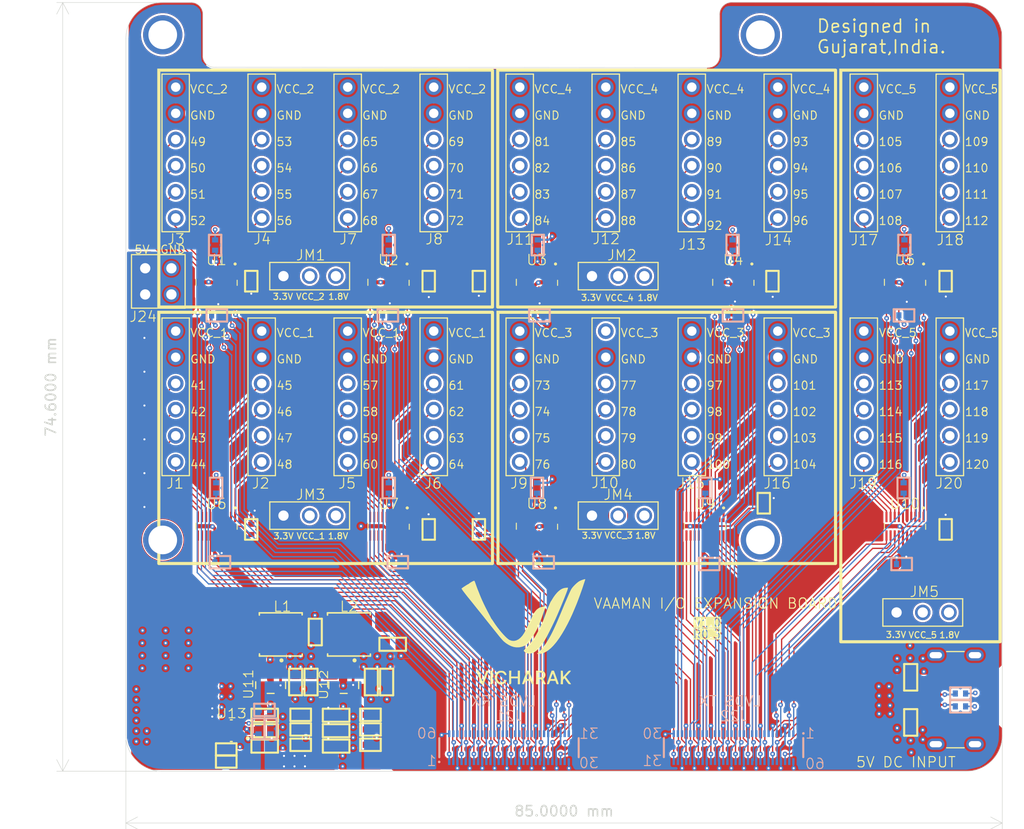
<source format=kicad_pcb>
(kicad_pcb (version 20241229) (generator "pcbnew") (generator_version "9.0")
  (layers (0 "F.Cu" jumper) (4 "In1.Cu" signal) (6 "In2.Cu" signal) (2 "B.Cu" signal) (13 "F.Paste" user) (15 "B.Paste" user) (5 "F.SilkS" user "F.Silkscreen") (7 "B.SilkS" user "B.Silkscreen") (1 "F.Mask" user) (3 "B.Mask" user) (25 "Edge.Cuts" user))
  (net 0 "")
  (net 1 "5V")
  (net 2 "3.3V")
  (net 3 "1.8V")
  (net 4 "/GPIOT__RXP03")
  (net 5 "VCCB_1")
  (net 6 "/GPIOT__RXP08")
  (net 7 "GND")
  (net 8 "/GPIOT__RXN03")
  (net 9 "/GPIOT__RXN08")
  (net 10 "/GPIOT__RXP21")
  (net 11 "/GPIOT__RXP18")
  (net 12 "/GPIOT__RXN18")
  (net 13 "/GPIOT__RXN21")
  (net 14 "/GPIOT__RXN06")
  (net 15 "VCCB_2")
  (net 16 "/GPIOT__RXN01")
  (net 17 "/GPIOT__RXP06")
  (net 18 "/GPIOT__RXP01")
  (net 19 "/GPIOT__RXP05")
  (net 20 "/GPIOT__RXN20")
  (net 21 "/GPIOT__RXP20")
  (net 22 "/GPIOT__RXN05")
  (net 23 "/GPIOT__RXP02")
  (net 24 "/GPIOT__RXN02")
  (net 25 "/GPIOT__RXN19")
  (net 26 "/GPIOT__RXP19")
  (net 27 "/GPIOT__RXP07")
  (net 28 "/GPIOT__RXN04")
  (net 29 "/GPIOT__RXN07")
  (net 30 "/GPIOT__RXP04")
  (net 31 "/GPIOT__RXP15")
  (net 32 "/GPIOT__RXN16")
  (net 33 "/GPIOT__RXN15")
  (net 34 "/GPIOT__RXP16")
  (net 35 "/GPIOT__RXP17")
  (net 36 "/GPIOT__RXN09")
  (net 37 "/GPIOT__RXP09")
  (net 38 "/GPIOT__RXN17")
  (net 39 "/GPIOT__RXN12")
  (net 40 "VCCB_3")
  (net 41 "/GPIOT__RXN14")
  (net 42 "/GPIOT__RXP14")
  (net 43 "/GPIOT__RXP12")
  (net 44 "/GPIOT__RXP11")
  (net 45 "/GPIOT__RXP13")
  (net 46 "/GPIOT__RXN13")
  (net 47 "/GPIOT__RXN11")
  (net 48 "/GPIOB__TXN13")
  (net 49 "VCCB_4")
  (net 50 "/GPIOB__TXN02")
  (net 51 "/GPIOB__TXP13")
  (net 52 "/GPIOB__TXP02")
  (net 53 "/GPIOB__TXN01")
  (net 54 "/GPIOB__TXP01")
  (net 55 "/GPIOB__TXN00")
  (net 56 "/GPIOB__TXP00")
  (net 57 "/GPIOB__TXN05")
  (net 58 "/GPIOB__TXN03")
  (net 59 "/GPIOB__TXP03")
  (net 60 "/GPIOB__TXP05")
  (net 61 "/GPIOB__TXN04")
  (net 62 "/GPIOB__TXN06")
  (net 63 "/GPIOB__TXP04")
  (net 64 "/GPIOB__TXP06")
  (net 65 "/GPIOB__TXP08")
  (net 66 "/GPIOB__TXP07")
  (net 67 "/GPIOB__TXN07")
  (net 68 "/GPIOB__TXN08")
  (net 69 "/GPIOB__TXN11")
  (net 70 "/GPIOB__TXN15")
  (net 71 "/GPIOB__TXP15")
  (net 72 "/GPIOB__TXP11")
  (net 73 "/GPIOB__TXN09")
  (net 74 "VCCB_5")
  (net 75 "/GPIOB__TXP10")
  (net 76 "/GPIOB__TXN10")
  (net 77 "/GPIOB__TXP09")
  (net 78 "/GPIOB__TXN12")
  (net 79 "/GPIOB__TXP12")
  (net 80 "/GPIOB__TXP18")
  (net 81 "/GPIOB__TXN18")
  (net 82 "/GPIOB__TXP17")
  (net 83 "/GPIOB__TXN16")
  (net 84 "/GPIOB__TXN17")
  (net 85 "/GPIOB__TXP16")
  (net 86 "/GPIOB__TXN14")
  (net 87 "/GPIOB__TXP14")
  (net 88 "/GPIOB__TXN19")
  (net 89 "/GPIOB__TXP19")
  (net 90 "/GPIOT_RXP05")
  (net 91 "/GPIOT_RXP03")
  (net 92 "/GPIOT_RXP21")
  (net 93 "/GPIOT_RXP02")
  (net 94 "/GPIOT_RXP08")
  (net 95 "/GPIOT_RXN04")
  (net 96 "/GPIOT_RXN18")
  (net 97 "/GPIOT_RXP06")
  (net 98 "/GPIOT_RXN17")
  (net 99 "/GPIOT_RXN03")
  (net 100 "/GPIOT_RXN01")
  (net 101 "/GPIOT_RXP14")
  (net 102 "/GPIOT_RXN21")
  (net 103 "/GPIOT_RXP18")
  (net 104 "/GPIOT_RXN12")
  (net 105 "/GPIOT_RXN08")
  (net 106 "/GPIOT_RXP17")
  (net 107 "/GPIOT_RXP20")
  (net 108 "/GPIOT_RXN06")
  (net 109 "/GPIOT_RXN14")
  (net 110 "/GPIOT_RXP09")
  (net 111 "/GPIOT_RXP13")
  (net 112 "/GPIOT_RXN05")
  (net 113 "/GPIOT_RXN02")
  (net 114 "/GPIOT_RXN09")
  (net 115 "/GPIOT_RXN16")
  (net 116 "/GPIOT_RXP07")
  (net 117 "/GPIOT_RXN19")
  (net 118 "/GPIOT_RXP16")
  (net 119 "/GPIOT_RXP15")
  (net 120 "/GPIOT_RXN20")
  (net 121 "/GPIOT_RXN15")
  (net 122 "/GPIOT_RXN11")
  (net 123 "/GPIOT_RXP12")
  (net 124 "/GPIOT_RXP19")
  (net 125 "/GPIOT_RXN07")
  (net 126 "/GPIOT_RXN13")
  (net 127 "/GPIOT_RXP04")
  (net 128 "/GPIOT_RXP01")
  (net 129 "/GPIOT_RXP11")
  (net 130 "/GPIOB_TXN06")
  (net 131 "/GPIOB_TXP01")
  (net 132 "/GPIOB_TXP19")
  (net 133 "/GPIOB_TXP06")
  (net 134 "/GPIOB_TXP09")
  (net 135 "/GPIOB_TXP05")
  (net 136 "/GPIOB_TXN13")
  (net 137 "/GPIOB_TXP17")
  (net 138 "/GPIOB_TXP03")
  (net 139 "/GPIOB_TXN16")
  (net 140 "/GPIOB_TXP13")
  (net 141 "/GPIOB_TXN00")
  (net 142 "/GPIOB_TXN15")
  (net 143 "/GPIOB_TXN03")
  (net 144 "/GPIOB_TXN04")
  (net 145 "/GPIOB_TXN02")
  (net 146 "/GPIOB_TXP16")
  (net 147 "/GPIOB_TXP11")
  (net 148 "/GPIOB_TXN11")
  (net 149 "/GPIOB_TXP00")
  (net 150 "/GPIOB_TXN08")
  (net 151 "/GPIOB_TXP04")
  (net 152 "/GPIOB_TXP10")
  (net 153 "/GPIOB_TXN17")
  (net 154 "/GPIOB_TXP02")
  (net 155 "/GPIOB_TXN05")
  (net 156 "/GPIOB_TXP15")
  (net 157 "/GPIOB_TXP14")
  (net 158 "/GPIOB_TXN19")
  (net 159 "/GPIOB_TXP07")
  (net 160 "/GPIOB_TXN12")
  (net 161 "/GPIOB_TXP08")
  (net 162 "/GPIOB_TXN18")
  (net 163 "/GPIOB_TXP18")
  (net 164 "/GPIOB_TXP12")
  (net 165 "/GPIOB_TXN09")
  (net 166 "/GPIOB_TXN14")
  (net 167 "/GPIOB_TXN10")
  (net 168 "/GPIOB_TXN01")
  (net 169 "/GPIOB_TXN07")
  (net 170 "VCC5V")
  (net 171 "/NETR20_2")
  (net 172 "/NetR1_2")
  (net 173 "/NetR2_2")
  (net 174 "/NetR3_2")
  (net 175 "/NetR6_2")
  (net 176 "/NetR7_2")
  (net 177 "/Net8_2")
  (net 178 "/NetR4_2")
  (net 179 "/NetR5_2")
  (net 180 "/NetR9_2")
  (net 181 "/NetR10_2")
  (net 182 "/NETR16_1")
  (net 183 "/NETR18_1")
  (net 184 "/NETL1_1")
  (net 185 "/NETL3_1")
  (net 186 "5V_1")
  (net 187 "Net-(J23-CC2)")
  (net 188 "Net-(J23-CC1)")
  (net 190 "Net-(U13-ST)")
  (footprint "VAAMAN2:0402_Res" (layer "F.Cu") (at 184.4696 108.818708 90)
    (property "Reference" "R17" (hide yes))
    (property "Value" "10K")
  )
  (footprint "VAAMAN2:0603_Cap" (layer "F.Cu") (at 121.5042 123.638818 -90)
    (property "Reference" "C6" (hide yes))
    (property "Value" "100nF")
  )
  (footprint "VAAMAN2:0402_Res" (layer "F.Cu") (at 128.69304 129.764918 180)
    (property "Reference" "R7" (hide yes))
    (property "Value" "49.9K")
  )
  (footprint "VAAMAN2:0402_Res" (layer "F.Cu") (at 114.7073 130.220808 180)
    (property "Reference" "R4" (hide yes))
    (property "Value" "10K")
  )
  (footprint "VAAMAN2:TXB0108DQSR" (layer "F.Cu") (at 130.461 84.855508 180)
    (property "Reference" "U2")
    (property "Value" "TXB0108DQSR" (hide yes))
  )
  (footprint "VAAMAN2:0402_Res" (layer "F.Cu") (at 121.9614 128.224308)
    (property "Reference" "R1" (hide yes))
    (property "Value" "100K")
  )
  (footprint "VAAMAN2:0603_Cap" (layer "F.Cu") (at 181.159133 127.562483 -90)
    (property "Reference" "C9" (hide yes))
    (property "Value" "100nF")
  )
  (footprint "VAAMAN2:TXB0108DQSR" (layer "F.Cu") (at 161.1602 108.528308 180)
    (property "Reference" "U9")
    (property "Value" "TXB0108DQSR" (hide yes))
  )
  (footprint "VAAMAN2:0402_Cap" (layer "F.Cu") (at 114.7421 131.329808)
    (property "Reference" "C10" (hide yes))
    (property "Value" "100nF")
  )
  (footprint "VAAMAN2:01x06 HEADER" (layer "F.Cu") (at 176.507304 80.421508)
    (property "Reference" "J17")
    (property "Value" ".")
  )
  (footprint "VAAMAN2:0402_Res" (layer "F.Cu") (at 134.3853 84.764908 -90)
    (property "Reference" "R14" (hide yes))
    (property "Value" "10K")
  )
  (footprint "VAAMAN2:PinHeader_1x03_P2.54mm_Vertical" (layer "F.Cu") (at 120.2756 84.256908 90)
    (property "Reference" "JM1")
    (property "Value" "~")
  )
  (footprint "VAAMAN2:01x06 HEADER" (layer "F.Cu") (at 126.452376 80.421508)
    (property "Reference" "J7")
    (property "Value" ".")
  )
  (footprint "VAAMAN2:01x06 HEADER" (layer "F.Cu") (at 109.7674 104.094308)
    (property "Reference" "J1")
    (property "Value" ".")
  )
  (footprint "VAAMAN2:0603_Cap" (layer "F.Cu") (at 130.86122 119.930333)
    (property "Reference" "C18" (hide yes))
    (property "Value" "100nF")
  )
  (footprint "VAAMAN2:0603_Cap" (layer "F.Cu") (at 128.84731 123.638818 -90)
    (property "Reference" "C17" (hide yes))
    (property "Value" "100nF")
  )
  (footprint "VAAMAN2:0603_Cap" (layer "F.Cu") (at 118.44702 126.818518)
    (property "Reference" "C3" (hide yes))
    (property "Value" "100nF")
  )
  (footprint "VAAMAN2:01x06 HEADER" (layer "F.Cu") (at 176.507304 104.094308)
    (property "Reference" "J19")
    (property "Value" ".")
  )
  (footprint "VAAMAN2:TXB0108DQSR" (layer "F.Cu") (at 144.8596 108.528308 180)
    (property "Reference" "U8")
    (property "Value" "TXB0108DQSR" (hide yes))
  )
  (footprint "VAAMAN2:0402_Res" (layer "F.Cu") (at 117.126 108.818708 90)
    (property "Reference" "R8" (hide yes))
    (property "Value" "10K")
  )
  (footprint "VAAMAN2:0402_Cap" (layer "F.Cu") (at 121.9614 126.801908)
    (property "Reference" "C4" (hide yes))
    (property "Value" "100pF")
  )
  (footprint "VAAMAN2:HOLE" (layer "F.Cu") (at 166.5036 60.838108)
    (property "Reference" "REF**" (hide yes))
    (property "Value" "HOLE")
  )
  (footprint "VAAMAN2:HOLE" (layer "F.Cu") (at 108.5408 109.860108)
    (property "Reference" "REF**" (hide yes))
    (property "Value" "HOLE")
  )
  (footprint "VAAMAN2:01x06 HEADER" (layer "F.Cu") (at 168.164816 80.421508)
    (property "Reference" "J14")
    (property "Value" ".")
  )
  (footprint "VAAMAN2:TXB0108DQSR" (layer "F.Cu") (at 180.5576 84.855508 180)
    (property "Reference" "U5")
    (property "Value" "TXB0108DQSR" (hide yes))
  )
  (footprint "VAAMAN2:01x06 HEADER" (layer "F.Cu") (at 118.109888 80.421508)
    (property "Reference" "J4")
    (property "Value" ".")
  )
  (footprint "VAAMAN2:0402_Cap" (layer "F.Cu") (at 128.72784 126.801908)
    (property "Reference" "C15" (hide yes))
    (property "Value" "100pF")
  )
  (footprint "VAAMAN2:0402_Res" (layer "F.Cu") (at 184.5204 84.764908 -90)
    (property "Reference" "R16" (hide yes))
    (property "Value" "10K")
  )
  (footprint "VAAMAN2:01x06 HEADER" (layer "F.Cu") (at 143.137352 80.421508)
    (property "Reference" "J11")
    (property "Value" ".")
  )
  (footprint "VAAMAN2:0402_Res" (layer "F.Cu") (at 167.7228 84.764908 -90)
    (property "Reference" "R12" (hide yes))
    (property "Value" "10K")
  )
  (footprint "VAAMAN2:HOLE" (layer "F.Cu") (at 166.5036 109.860108)
    (property "Reference" "REF**" (hide yes))
    (property "Value" "HOLE")
  )
  (footprint "VAAMAN2:0603_Cap" (layer "F.Cu") (at 118.44702 129.815633)
    (property "Reference" "C1" (hide yes))
    (property "Value" "1uF")
  )
  (footprint "VAAMAN2:01x06 HEADER" (layer "F.Cu") (at 184.8498 80.421508)
    (property "Reference" "J18")
    (property "Value" ".")
  )
  (footprint "VAAMAN2:0603_Cap" (layer "F.Cu") (at 181.053793 123.195108 90)
    (property "Reference" "C8" (hide yes))
    (property "Value" "1uF")
  )
  (footprint "VAAMAN2:GCNR4030-3R3NC" (layer "F.Cu") (at 119.98354 121.161238)
    (property "Reference" "L1")
    (property "Value" "3.3 uH")
  )
  (footprint "VAAMAN2:02X02 HEADER" (layer "F.Cu") (at 106.8644 83.494908)
    (property "Reference" "J24")
    (property "Value" "02x02")
  )
  (footprint "VAAMAN2:0603_Cap" (layer "F.Cu") (at 123.0028 123.640603 -90)
    (property "Reference" "C5" (hide yes))
    (property "Value" "1uF")
  )
  (footprint "VAAMAN2:TXB0108DQSR" (layer "F.Cu") (at 144.8596 84.855508 180)
    (property "Reference" "U3")
    (property "Value" "TXB0108DQSR" (hide yes))
  )
  (footprint "VAAMAN2:0603_Cap" (layer "F.Cu") (at 130.33587 123.640603 -90)
    (property "Reference" "C16" (hide yes))
    (property "Value" "1uF")
  )
  (footprint "VAAMAN2:0402_Res" (layer "F.Cu") (at 121.9266 129.764918 180)
    (property "Reference" "R2" (hide yes))
    (property "Value" "22.1K")
  )
  (footprint "VAAMAN2:SY8088IAAC" (layer "F.Cu") (at 119.03036 123.954303 -90)
    (property "Reference" "U11")
    (property "Value" "SY8088IAAC")
  )
  (footprint "VAAMAN2:0603_Cap" (layer "F.Cu") (at 125.37504 128.318903)
    (property "Reference" "C13" (hide yes))
    (property "Value" "100nF")
  )
  (footprint "VAAMAN2:TXB0108DQSR" (layer "F.Cu") (at 180.5576 108.528308 180)
    (property "Reference" "U10")
    (property "Value" "TXB0108DQSR" (hide yes))
  )
  (footprint "VAAMAN2:TXB0108DQSR" (layer "F.Cu") (at 163.9034 84.855508 180)
    (property "Reference" "U4")
    (property "Value" "TXB0108DQSR" (hide yes))
  )
  (footprint "VAAMAN2:LOGO" (layer "F.Cu") (at 143.5408 118.698355)
    (property "Reference" "G***" (hide yes))
    (property "Value" "LOGO" (hide yes))
  )
  (footprint "VAAMAN2:PinHeader_1x03_P2.54mm_Vertical" (layer "F.Cu") (at 179.737 116.895908 90)
    (property "Reference" "JM5")
    (property "Value" "~")
  )
  (footprint "VAAMAN2:01x06 HEADER" (layer "F.Cu") (at 151.47984 104.094308)
    (property "Reference" "J10")
    (property "Value" ".")
  )
  (footprint "VAAMAN2:01x06 HEADER" (layer "F.Cu") (at 134.794864 104.094308)
    (property "Reference" "J6")
    (property "Value" ".")
  )
  (footprint "VAAMAN2:01x06 HEADER" (layer "F.Cu") (at 184.8498 104.094308)
    (property "Reference" "J20")
    (property "Value" ".")
  )
  (footprint "VAAMAN2:0402_Res" (layer "F.Cu") (at 139.1986 108.818708 90)
    (property "Reference" "R15" (hide yes))
    (property "Value" "10K")
  )
  (footprint "VAAMAN2:HOLE" (layer "F.Cu") (at 108.5408 60.838108)
    (property "Reference" "REF**" (hide yes))
    (property "Value" "HOLE")
  )
  (footprint "VAAMAN2:0402_Res" (layer "F.Cu") (at 117.1768 84.764908 -90)
    (property "Reference" "R9" (hide yes))
    (property "Value" "10K")
  )
  (footprint "VAAMAN2:01x06 HEADER" (layer "F.Cu") (at 134.794864 80.421508)
    (property "Reference" "J8")
    (property "Value" ".")
  )
  (footprint "VAAMAN2:0402_Res" (layer "F.Cu") (at 139.2494 84.764908 -90)
    (property "Reference" "R11" (hide yes))
    (property "Value" "10K")
  )
  (footprint "VAAMAN2:0402_Res" (layer "F.Cu") (at 134.3345 108.818708 90)
    (property "Reference" "R10" (hide yes))
    (property "Value" "10K")
  )
  (footprint "VAAMAN2:PinHeader_1x03_P2.54mm_Vertical" (layer "F.Cu") (at 120.2756 107.497908 90)
    (property "Reference" "JM3")
    (property "Value" "~")
  )
  (footprint "VAAMAN2:TXB0108DQSR" (layer "F.Cu") (at 113.784 84.855508 180)
    (property "Reference" "U1")
    (property "Value" "TXB0108DQSR" (hide yes))
  )
  (footprint "VAAMAN2:01x06 HEADER" (layer "F.Cu") (at 159.822328 80.421508)
    (property "Reference" "J13")
    (property "Value" ".")
  )
  (footprint "VAAMAN2:01x06 HEADER" (layer "F.Cu") (at 168.164816 104.094308)
    (property "Reference" "J16")
    (property "Value" ".")
  )
  (footprint "VAAMAN2:01x06 HEADER" (layer "F.Cu") (at 118.109888 104.094308)
    (property "Reference" "J2")
    (property "Value" ".")
  )
  (footprint "Connector_USB:USB_C_Receptacle_GCT_USB4125-xx-x-0190_6P_TopMnt_Horizontal" (layer "F.Cu") (at 186.5408 125.360108 90)
    (property "Reference" "J23" (hide yes))
    (property "Value" "USB_C_Receptacle_PowerOnly_6P")
  )
  (footprint "VAAMAN2:0402_Res" (layer "F.Cu") (at 128.72784 128.224308)
    (property "Reference" "R6" (hide yes))
    (property "Value" "100K")
  )
  (footprint "VAAMAN2:0402_Res" (layer "F.Cu") (at 166.8338 106.278708 90)
    (property "Reference" "R13" (hide yes))
    (property "Value" "10K")
  )
  (footprint "VAAMAN2:01x06 HEADER" (layer "F.Cu") (at 109.7674 80.421508)
    (property "Reference" "J3")
    (property "Value" ".")
  )
  (footprint "VAAMAN2:SY8088IAAC" (layer "F.Cu") (at 126.1176 123.954303 -90)
    (property "Reference" "U12")
    (property "Value" "SY8088IAAC")
  )
  (footprint "VAAMAN2:TXB0108DQSR" (layer "F.Cu") (at 130.4774 108.528308 180)
    (property "Reference" "U7")
    (property "Value" "TXB0108DQSR" (hide yes))
  )
  (footprint "VAAMAN2:0603_Cap" (layer "F.Cu") (at 125.37504 129.815633)
    (property "Reference" "C12" (hide yes))
    (property "Value" "1uF")
  )
  (footprint "VAAMAN2:01x06 HEADER" (layer "F.Cu") (at 143.137352 104.094308)
    (property "Reference" "J9")
    (property "Value" ".")
  )
  (footprint "VAAMAN2:GCNR4030-3R3NC" (layer "F.Cu") (at 126.5935 121.163023)
    (property "Reference" "L2")
    (property "Value" "3.3 uH")
  )
  (footprint "VAAMAN2:01x06 HEADER" (layer "F.Cu") (at 159.822328 104.094308)
    (property "Reference" "J15")
    (property "Value" ".")
  )
  (footprint "VAAMAN2:0603_Cap" (layer "F.Cu") (at 123.3076 118.801083 90)
    (property "Reference" "C7" (hide yes))
    (property "Value" "100nF")
  )
  (footprint "VAAMAN2:01x06 HEADER" (layer "F.Cu") (at 126.452376 104.094308)
    (property "Reference" "J5")
    (property "Value" ".")
  )
  (footprint "VAAMAN2:TXB0108DQSR" (layer "F.Cu") (at 113.784 108.528308 180)
    (property "Reference" "U6")
    (property "Value" "TXB0108DQSR" (hide yes))
  )
  (footprint "VAAMAN2:0603_Cap" (layer "F.Cu") (at 118.44702 128.318903)
    (property "Reference" "C2" (hide yes))
    (property "Value" "100nF")
  )
  (footprint "VAAMAN2:0603_Cap" (layer "F.Cu") (at 125.37504 126.818518)
    (property "Reference" "C14" (hide yes))
    (property "Value" "100nF")
  )
  (footprint "VAAMAN2:TPS2117" (layer "F.Cu") (at 115.2153 128.366608 180)
    (property "Reference" "U13")
    (property "Value" "TPS2117")
  )
  (footprint "VAAMAN2:PinHeader_1x03_P2.54mm_Vertical" (layer "F.Cu") (at 150.1968 107.497908 90)
    (property "Reference" "JM4")
    (property "Value" "~")
  )
  (footprint "VAAMAN2:PinHeader_1x03_P2.54mm_Vertical" (layer "F.Cu") (at 150.1968 84.256908 90)
    (property "Reference" "JM2")
    (property "Value" "~")
  )
  (footprint "VAAMAN2:01x06 HEADER" (layer "F.Cu") (at 151.47984 80.421508)
    (property "Reference" "J12")
    (property "Value" ".")
  )
  (footprint "VAAMAN2:0402_Cap" (layer "B.Cu") (at 180.4736 88.092308)
    (property "Reference" "C37" (hide yes))
    (property "Value" "100nF")
  )
  (footprint "VAAMAN2:0402_Cap" (layer "B.Cu") (at 145.5232 112.069908)
    (property "Reference" "C36" (hide yes))
    (property "Value" "100nF")
  )
  (footprint "VAAMAN2:0402_Cap" (layer "B.Cu") (at 144.8374 104.830908 -90)
    (property "Reference" "C32" (hide yes))
    (property "Value" "100nF")
  )
  (footprint "VAAMAN2:0402_Cap" (layer "B.Cu") (at 145.1168 88.092308)
    (property "Reference" "C28" (hide yes))
    (property "Value" "100nF")
  )
  (footprint "VAAMAN2:0402_Cap" (layer "B.Cu") (at 180.3974 104.830908 -90)
    (property "Reference" "C34" (hide yes))
    (property "Value" "100nF")
  )
  (footprint "VAAMAN2:0402_Cap" (layer "B.Cu") (at 131.3754 112.044508)
    (property "Reference" "C27" (hide yes))
    (property "Value" "100nF")
  )
  (footprint "VAAMAN2:0402_Res" (layer "B.Cu") (at 118.9913 128.198207 -90)
    (property "Reference" "R5" (hide yes))
    (property "Value" "4.99K")
  )
  (footprint "VAAMAN2:0402_Res" (layer "B.Cu") (at 117.8841 128.163408 90)
    (property "Reference" "R3" (hide yes))
    (property "Value" "20K")
  )
  (footprint "VAAMAN2:0402_Res" (layer "B.Cu") (at 185.9158 125.985108 180)
    (property "Reference" "R19" (hide yes))
    (property "Value" "5.1K")
  )
  (footprint "VAAMAN2:0402_Cap" (layer "B.Cu") (at 161.1696 104.830908 -90)
    (property "Reference" "C24" (hide yes))
    (property "Value" "100nF")
  )
  (footprint "VAAMAN2:0402_Cap" (layer "B.Cu") (at 113.7224 104.830908 -90)
    (property "Reference" "C19" (hide yes))
    (property "Value" "100nF")
  )
  (footprint "VAAMAN2:LVDS" (layer "B.Cu") (at 163.944 128.325908)
    (property "Reference" "J22")
    (property "Value" "LVDS")
  )
  (footprint "VAAMAN2:0402_Cap" (layer "B.Cu") (at 113.824 88.092308)
    (property "Reference" "C26" (hide yes))
    (property "Value" "100nF")
  )
  (footprint "VAAMAN2:LVDS" (layer "B.Cu") (at 142.1318 131.704108 180)
    (property "Reference" "J21")
    (property "Value" "LVDS")
  )
  (footprint "VAAMAN2:0402_Cap" (layer "B.Cu") (at 161.576 112.222308)
    (property "Reference" "C30" (hide yes))
    (property "Value" "100nF")
  )
  (footprint "VAAMAN2:0402_Cap" (layer "B.Cu") (at 130.461 104.830908 -90)
    (property "Reference" "C21" (hide yes))
    (property "Value" "100nF")
  )
  (footprint "VAAMAN2:0402_Cap" (layer "B.Cu") (at 130.4102 88.092308)
    (property "Reference" "C35" (hide yes))
    (property "Value" "100nF")
  )
  (footprint "VAAMAN2:0402_Res" (layer "B.Cu") (at 185.9158 124.735108 180)
    (property "Reference" "R18" (hide yes))
    (property "Value" "5.1K")
  )
  (footprint "VAAMAN2:0402_Cap" (layer "B.Cu") (at 180.245 112.222308)
    (property "Reference" "C38" (hide yes))
    (property "Value" "100nF")
  )
  (footprint "VAAMAN2:0402_Cap" (layer "B.Cu") (at 180.4736 81.259708 -90)
    (property "Reference" "C33" (hide yes))
    (property "Value" "100nF")
  )
  (footprint "VAAMAN2:0402_Cap" (layer "B.Cu") (at 113.6208 81.259708 -90)
    (property "Reference" "C20" (hide yes))
    (property "Value" "100nF")
  )
  (footprint "VAAMAN2:0402_Cap" (layer "B.Cu") (at 118.414248 126.329808 180)
    (property "Reference" "C11" (hide yes))
    (property "Value" "100nF")
  )
  (footprint "VAAMAN2:0402_Cap" (layer "B.Cu") (at 114.1288 112.044508)
    (property "Reference" "C25" (hide yes))
    (property "Value" "100nF")
  )
  (footprint "VAAMAN2:0402_Cap" (layer "B.Cu") (at 130.461 81.259708 -90)
    (property "Reference" "C31" (hide yes))
    (property "Value" "100nF")
  )
  (footprint "VAAMAN2:0402_Cap" (layer "B.Cu") (at 163.8112 81.259708 -90)
    (property "Reference" "C23" (hide yes))
    (property "Value" "100nF")
  )
  (footprint "VAAMAN2:0402_Cap" (layer "B.Cu") (at 144.9136 81.259708 -90)
    (property "Reference" "C22" (hide yes))
    (property "Value" "100nF")
  )
  (footprint "VAAMAN2:0402_Cap" (layer "B.Cu") (at 163.8874 88.092308)
    (property "Reference" "C29" (hide yes))
    (property "Value" "100nF")
  )
  (gr_rect (start 174.3268 64.267108) (end 189.77 119.740708) (stroke (width 0.3)) (fill no) (layer "F.SilkS"))
  (gr_rect (start 141.0782 87.762108) (end 173.8188 112.146108) (stroke (width 0.3)) (fill no) (layer "F.SilkS"))
  (gr_rect (start 141.0528 64.267108) (end 173.8188 87.254108) (stroke (width 0.3)) (fill no) (layer "F.SilkS"))
  (gr_rect (start 108.1852 64.267108) (end 140.5448 87.254108) (stroke (width 0.3)) (fill no) (layer "F.SilkS"))
  (gr_rect (start 108.1852 87.762108) (end 140.5448 112.146108) (stroke (width 0.3)) (fill no) (layer "F.SilkS"))
  (gr_arc (start 162.574887 58.952651) (mid 162.85502 58.09608) (end 163.6588 57.688508) (stroke (width 0.05)) (layer "Edge.Cuts"))
  (gr_arc (start 189.9913 128.804808) (mid 188.966174 131.279682) (end 186.4913 132.304808) (stroke (width 0.05)) (layer "Edge.Cuts"))
  (gr_line (start 186.4913 132.304808) (end 108.4913 132.304808) (stroke (width 0.05)) (layer "Edge.Cuts"))
  (gr_line (start 186.490938 57.704725) (end 163.6588 57.688508) (stroke (width 0.05)) (layer "Edge.Cuts"))
  (gr_line (start 189.9913 128.804808) (end 189.9913 61.204808) (stroke (width 0.05)) (layer "Edge.Cuts"))
  (gr_arc (start 186.4913 57.704808) (mid 188.966174 58.729934) (end 189.9913 61.204808) (stroke (width 0.05)) (layer "Edge.Cuts"))
  (gr_arc (start 108.4913 132.304808) (mid 106.016426 131.279682) (end 104.9913 128.804808) (stroke (width 0.05)) (layer "Edge.Cuts"))
  (gr_line (start 162.574887 58.952651) (end 162.575939 62.877174) (stroke (width 0.05)) (layer "Edge.Cuts"))
  (gr_line (start 112.4524 58.768008) (end 112.4524 62.959008) (stroke (width 0.05)) (layer "Edge.Cuts"))
  (gr_line (start 108.4913 57.704808) (end 111.265698 57.704808) (stroke (width 0.05)) (layer "Edge.Cuts"))
  (gr_arc (start 113.639134 63.987708) (mid 112.83271 63.719145) (end 112.4524 62.959008) (stroke (width 0.05)) (layer "Edge.Cuts"))
  (gr_line (start 113.639134 63.987708) (end 161.4998 64.016469) (stroke (width 0.05)) (layer "Edge.Cuts"))
  (gr_arc (start 111.265698 57.704808) (mid 112.079229 57.99065) (end 112.4524 58.768008) (stroke (width 0.05)) (layer "Edge.Cuts"))
  (gr_arc (start 162.575939 62.877174) (mid 162.27381 63.669676) (end 161.4998 64.016469) (stroke (width 0.05)) (layer "Edge.Cuts"))
  (gr_arc (start 104.9913 61.204805) (mid 106.01648 58.729956) (end 108.4913 57.704805) (stroke (width 0.05)) (layer "Edge.Cuts"))
  (gr_line (start 104.9913 128.804808) (end 104.9913 61.204808) (stroke (width 0.05)) (layer "Edge.Cuts"))
  (gr_text "85" (at 152.897665 71.688988 0) (layer "F.SilkS") (effects (font (size 0.8 0.8) (thickness 0.1)) (justify left bottom)))
  (gr_text "59" (at 127.8702 100.451948 0) (layer "F.SilkS") (effects (font (size 0.8 0.8) (thickness 0.1)) (justify left bottom)))
  (gr_text "108" (at 177.942064 79.354708 0) (layer "F.SilkS") (effects (font (size 0.8 0.8) (thickness 0.1)) (justify left bottom)))
  (gr_text "112" (at 186.2902 79.354708 0) (layer "F.SilkS") (effects (font (size 0.8 0.8) (thickness 0.1)) (justify left bottom)))
  (gr_text "109" (at 186.2902 71.688988 0) (layer "F.SilkS") (effects (font (size 0.8 0.8) (thickness 0.1)) (justify left bottom)))
  (gr_text "GND\n" (at 186.2902 69.133748 0) (layer "F.SilkS") (effects (font (size 0.8 0.8) (thickness 0.1)) (justify left bottom)))
  (gr_text "VCC_1" (at 136.218333 90.230988 0) (layer "F.SilkS") (effects (font (size 0.8 0.8) (thickness 0.1)) (justify left bottom)))
  (gr_text "82" (at 144.549532 74.244228 0) (layer "F.SilkS") (effects (font (size 0.8 0.8) (thickness 0.1)) (justify left bottom)))
  (gr_text "76" (at 144.566466 103.007188 0) (layer "F.SilkS") (effects (font (size 0.8 0.8) (thickness 0.1)) (justify left bottom)))
  (gr_text "53" (at 119.539 71.688988 0) (layer "F.SilkS") (effects (font (size 0.8 0.8) (thickness 0.1)) (justify left bottom)))
  (gr_text "117" (at 186.307134 95.341468 0) (layer "F.SilkS") (effects (font (size 0.8 0.8) (thickness 0.1)) (justify left bottom)))
  (gr_text "1.8V" (at 124.5682 86.593708 0) (layer "F.SilkS") (effects (font (size 0.6 0.6) (thickness 0.1) (bold yes)) (justify left bottom)))
  (gr_text "69" (at 136.201399 71.688988 0) (layer "F.SilkS") (effects (font (size 0.8 0.8) (thickness 0.1)) (justify left bottom)))
  (gr_text "VCC_2" (at 136.201399 66.578508 0) (layer "F.SilkS") (effects (font (size 0.8 0.8) (thickness 0.1)) (justify left bottom)))
  (gr_text "107" (at 177.942064 76.799468 0) (layer "F.SilkS") (effects (font (size 0.8 0.8) (thickness 0.1)) (justify left bottom)))
  (gr_text "73" (at 144.566466 95.341468 0) (layer "F.SilkS") (effects (font (size 0.8 0.8) (thickness 0.1)) (justify left bottom)))
  (gr_text "GND\n" (at 152.914599 92.786228 0) (layer "F.SilkS") (effects (font (size 0.8 0.8) (thickness 0.1)) (justify left bottom)))
  (gr_text "3.3V" (at 149.1554 109.783908 0) (layer "F.SilkS") (effects (font (size 0.6 0.6) (thickness 0.1) (bold yes)) (justify left bottom)))
  (gr_text "64" (at 136.218333 103.007188 0) (layer "F.SilkS") (effects (font (size 0.8 0.8) (thickness 0.1)) (justify left bottom)))
  (gr_text "81" (at 144.549532 71.688988 0) (layer "F.SilkS") (effects (font (size 0.8 0.8) (thickness 0.1)) (justify left bottom)))
  (gr_text "56" (at 119.539 79.354708 0) (layer "F.SilkS") (effects (font (size 0.8 0.8) (thickness 0.1)) (justify left bottom)))
  (gr_text "3.3V" (at 119.248 109.831708 0) (layer "F.SilkS") (effects (font (size 0.6 0.6) (thickness 0.1) (bold yes)) (justify left bottom)))
  (gr_text "61" (at 136.218333 95.341468 0) (layer "F.SilkS") (effects (font (size 0.8 0.8) (thickness 0.1)) (justify left bottom)))
  (gr_text "1.8V" (at 124.5312 109.831708 0) (layer "F.SilkS") (effects (font (size 0.6 0.6) (thickness 0.1) (bold yes)) (justify left bottom)))
  (gr_text "84" (at 144.549532 79.354708 0) (layer "F.SilkS") (effects (font (size 0.8 0.8) (thickness 0.1)) (justify left bottom)))
  (gr_text "79" (at 152.914599 100.451948 0) (layer "F.SilkS") (effects (font (size 0.8 0.8) (thickness 0.1)) (justify left bottom)))
  (gr_text "42" (at 111.173934 97.896708 0) (layer "F.SilkS") (effects (font (size 0.8 0.8) (thickness 0.1)) (justify left bottom)))
  (gr_text "94" (at 169.593931 74.244228 0) (layer "F.SilkS") (effects (font (size 0.8 0.8) (thickness 0.1)) (justify left bottom)))
  (gr_text "45" (at 119.555934 95.341468 0) (layer "F.SilkS") (effects (font (size 0.8 0.8) (thickness 0.1)) (justify left bottom)))
  (gr_text "68" (at 127.853266 79.354708 0) (layer "F.SilkS") (effects (font (size 0.8 0.8) (thickness 0.1)) (justify left bottom)))
  (gr_text "80" (at 152.914599 103.007188 0) (layer "F.SilkS") (effects (font (size 0.8 0.8) (thickness 0.1)) (justify left bottom)))
  (gr_text "GND\n" (at 119.555934 92.786228 0) (layer "F.SilkS") (effects (font (size 0.8 0.8) (thickness 0.1)) (justify left bottom)))
  (gr_text "GND\n" (at 111.173934 92.786228 0) (layer "F.SilkS") (effects (font (size 0.8 0.8) (thickness 0.1)) (justify left bottom)))
  (gr_text "GND\n" (at 144.549532 69.133748 0) (layer "F.SilkS") (effects (font (size 0.8 0.8) (thickness 0.1)) (justify left bottom)))
  (gr_text "87" (at 152.897665 76.799468 0) (layer "F.SilkS") (effects (font (size 0.8 0.8) (thickness 0.1)) (justify left bottom)))
  (gr_text "71" (at 136.201399 76.799468 0) (layer "F.SilkS") (effects (font (size 0.8 0.8) (thickness 0.1)) (justify left bottom)))
  (gr_text "VCC_1" (at 111.173934 90.230988 0) (layer "F.SilkS") (effects (font (size 0.8 0.8) (thickness 0.1)) (justify left bottom)))
  (gr_text "92" (at 161.245798 79.354708 0) (layer "F.SilkS") (effects (font (size 0.8 0.8) (thickness 0.1)) (justify left)))
  (gr_text "52" (at 111.157 79.354708 0) (layer "F.SilkS") (effects (font (size 0.8 0.8) (thickness 0.1)) (justify left bottom)))
  (gr_text "50" (at 111.157 74.244228 0) (layer "F.SilkS") (effects (font (size 0.8 0.8) (thickness 0.1)) (justify left bottom)))
  (gr_text "3.3V" (at 149.0792 86.695308 0) (layer "F.SilkS") (effects (font (size 0.6 0.6) (thickness 0.1) (bold yes)) (justify left bottom)))
  (gr_text "1.8V" (at 183.8264 119.435908 0) (layer "F.SilkS") (effects (font (size 0.6 0.6) (thickness 0.1) (bold yes)) (justify left bottom)))
  (gr_text "101" (at 169.610865 95.341468 0) (layer "F.SilkS") (effects (font (size 0.8 0.8) (thickness 0.1)) (justify left bottom)))
  (gr_text "54" (at 119.539 74.244228 0) (layer "F.SilkS") (effects (font (size 0.8 0.8) (thickness 0.1)) (justify left bottom)))
  (gr_text "VCC_4" (at 144.549532 66.578508 0) (layer "F.SilkS") (effects (font (size 0.8 0.8) (thickness 0.1)) (justify left bottom)))
  (gr_text "78" (at 152.914599 97.896708 0) (layer "F.SilkS") (effects (font (size 0.8 0.8) (thickness 0.1)) (justify left bottom)))
  (gr_text "GND\n" (at 111.157 69.133748 0) (layer "F.SilkS") (effects (font (size 0.8 0.8) (thickness 0.1)) (justify left bottom)))
  (gr_text "VCC_4" (at 161.245798 66.578508 0) (layer "F.SilkS") (effects (font (size 0.8 0.8) (thickness 0.1)) (justify left bottom)))
  (gr_text "86" (at 152.897665 74.244228 0) (layer "F.SilkS") (effects (font (size 0.8 0.8) (thickness 0.1)) (justify left bottom)))
  (gr_text "R0.3\n" (at 159.9158 119.485108 0) (layer "F.SilkS" knockout) (effects (font (size 0.8 0.8) (thickness 0.1) (bold yes)) (justify left bottom)))
  (gr_text "88\n" (at 152.897665 79.354708 0) (layer "F.SilkS") (effects (font (size 0.8 0.8) (thickness 0.1)) (justify left bottom)))
  (gr_text "3.3V" (at 178.6448 119.410508 0) (layer "F.SilkS") (effects (font (size 0.6 0.6) (thickness 0.1) (bold yes)) (justify left bottom)))
  (gr_text "VCC_4" (at 152.897665 66.578508 0) (layer "F.SilkS") (effects (font (size 0.8 0.8) (thickness 0.1)) (justify left bottom)))
  (gr_text "97" (at 161.262732 95.341468 0) (layer "F.SilkS") (effects (font (size 0.8 0.8) (thickness 0.1)) (justify left bottom)))
  (gr_text "1.8V" (at 154.337 109.783908 0) (layer "F.SilkS") (effects (font (size 0.6 0.6) (thickness 0.1) (bold yes)) (justify left bottom)))
  (gr_text "49" (at 111.157 71.688988 0) (layer "F.SilkS") (effects (font (size 0.8 0.8) (thickness 0.1)) (justify left bottom)))
  (gr_text "GND\n" (at 161.245798 69.133748 0) (layer "F.SilkS") (effects (font (size 0.8 0.8) (thickness 0.1)) (justify left bottom)))
  (gr_text "60" (at 127.8702 103.007188 0) (layer "F.SilkS") (effects (font (size 0.8 0.8) (thickness 0.1)) (justify left bottom)))
  (gr_text "VCC_5" (at 186.307134 90.230988 0) (layer "F.SilkS") (effects (font (size 0.8 0.7) (thickness 0.1)) (justify left bottom)))
  (gr_text "48" (at 119.555934 103.007188 0) (layer "F.SilkS") (effects (font (size 0.8 0.8) (thickness 0.1)) (justify left bottom)))
  (gr_text "115" (at 177.958998 100.451948 0) (layer "F.SilkS") (effects (font (size 0.8 0.8) (thickness 0.1)) (justify left bottom)))
  (gr_text "VCC_1" (at 121.4896 109.831708 0) (layer "F.SilkS") (effects (font (size 0.6 0.6) (thickness 0.1) (bold yes)) (justify left bottom)))
  (gr_text "90" (at 161.245798 74.244228 0) (layer "F.SilkS") (effects (font (size 0.8 0.8) (thickness 0.1)) (justify left bottom)))
  (gr_text "GND\n" (at 161.262732 92.786228 0) (layer "F.SilkS") (effects (font (size 0.8 0.8) (thickness 0.1)) (justify left bottom)))
  (gr_text "1.8V" (at 154.5656 86.708008 0) (layer "F.SilkS") (effects (font (size 0.6 0.6) (thickness 0.1) (bold yes)) (justify left bottom)))
  (gr_text "102" (at 169.610865 97.896708 0) (layer "F.SilkS") (effects (font (size 0.8 0.8) (thickness 0.1)) (justify left bottom)))
  (gr_text "118" (at 186.307134 97.896708 0) (layer "F.SilkS") (effects (font (size 0.8 0.8) (thickness 0.1)) (justify left bottom)))
  (gr_text "VCC_2" (at 121.444 86.593708 0) (layer "F.SilkS") (effects (font (size 0.6 0.6) (thickness 0.1) (bold yes)) (justify left bottom)))
  (gr_text "GND\n" (at 169.610865 92.786228 0) (layer "F.SilkS") (effects (font (size 0.8 0.8) (thickness 0.1)) (justify left bottom)))
  (gr_text "VAAMAN I/O EXPANSION BOARD" (at 150.2908 116.610108 0) (layer "F.SilkS") (effects (font (size 1 1) (thickness 0.1) (bold yes)) (justify left bottom)))
  (gr_text "95" (at 169.593931 76.799468 0) (layer "F.SilkS") (effects (font (size 0.8 0.8) (thickness 0.1)) (justify left bottom)))
  (gr_text "96" (at 169.593931 79.354708 0) (layer "F.SilkS") (effects (font (size 0.8 0.8) (thickness 0.1)) (justify left bottom)))
  (gr_text "GND\n" (at 144.566466 92.786228 0) (layer "F.SilkS") (effects (font (size 0.8 0.8) (thickness 0.1)) (justify left bottom)))
  (gr_text "99" (at 161.262732 100.451948 0) (layer "F.SilkS") (effects (font (size 0.8 0.8) (thickness 0.1)) (justify left bottom)))
  (gr_text "GND\n" (at 177.958998 92.786228 0) (layer "F.SilkS") (effects (font (size 0.8 0.8) (thickness 0.1)) (justify left bottom)))
  (gr_text "VCC_4" (at 151.4224 86.720708 0) (layer "F.SilkS") (effects (font (size 0.6 0.6) (thickness 0.1) (bold yes)) (justify left bottom)))
  (gr_text "70" (at 136.201399 74.244228 0) (layer "F.SilkS") (effects (font (size 0.8 0.8) (thickness 0.1)) (justify left bottom)))
  (gr_text "46\n" (at 119.555934 97.896708 0) (layer "F.SilkS") (effects (font (size 0.8 0.8) (thickness 0.1)) (justify left bottom)))
  (gr_text "VCC_2" (at 127.853266 66.578508 0) (layer "F.SilkS") (effects (font (size 0.8 0.8) (thickness 0.1)) (justify left bottom)))
  (gr_text "VCC_3" (at 169.610865 90.230988 0) (layer "F.SilkS") (effects (font (size 0.8 0.8) (thickness 0.1)) (justify left bottom)))
  (gr_text "VCC_5" (at 186.2902 66.578508 0) (layer "F.SilkS") (effects (font (size 0.8 0.7) (thickness 0.1)) (justify left bottom)))
  (gr_text "GND\n" (at 136.201399 69.133748 0) (layer "F.SilkS") (effects (font (size 0.8 0.8) (thickness 0.1)) (justify left bottom)))
  (gr_text "GND\n" (at 136.218333 92.786228 0) (layer "F.SilkS") (effects (font (size 0.8 0.8) (thickness 0.1)) (justify left bottom)))
  (gr_text "100" (at 161.262732 103.007188 0) (layer "F.SilkS") (effects (font (size 0.8 0.8) (thickness 0.1)) (justify left bottom)))
  (gr_text "5V DC INPUT" (at 175.7492 132.008908 0) (layer "F.SilkS") (effects (font (size 1 1) (thickness 0.1)) (justify left bottom)))
  (gr_text "67" (at 127.853266 76.799468 0) (layer "F.SilkS") (effects (font (size 0.8 0.8) (thickness 0.1)) (justify left bottom)))
  (gr_text "VCC_3" (at 151.3462 109.758508 0) (layer "F.SilkS") (effects (font (size 0.6 0.6) (thickness 0.1) (bold yes)) (justify left bottom)))
  (gr_text "110" (at 186.2902 74.244228 0) (layer "F.SilkS") (effects (font (size 0.8 0.8) (thickness 0.1)) (justify left bottom)))
  (gr_text "GND\n" (at 177.942064 69.133748 0) (layer "F.SilkS") (effects (font (size 0.8 0.8) (thickness 0.1)) (justify left bottom)))
  (gr_text "120" (at 186.3664 103.007188 0) (layer "F.SilkS") (effects (font (size 0.8 0.8) (thickness 0.1)) (justify left bottom)))
  (gr_text "GND\n" (at 127.8702 92.786228 0) (layer "F.SilkS") (effects (font (size 0.8 0.8) (thickness 0.1)) (justify left bottom)))
  (gr_text "89" (at 161.245798 71.688988 0) (layer "F.SilkS") (effects (font (size 0.8 0.8) (thickness 0.1)) (justify left bottom)))
  (gr_text "113" (at 177.958998 95.341468 0) (layer "F.SilkS") (effects (font (size 0.8 0.8) (thickness 0.1)) (justify left bottom)))
  (gr_text "VCC_5" (at 177.958998 90.230988 0) (layer "F.SilkS") (effects (font (size 0.8 0.8) (thickness 0.1)) (justify left bottom)))
  (gr_text "77" (at 152.914599 95.341468 0) (layer "F.SilkS") (effects (font (size 0.8 0.8) (thickness 0.1)) (justify left bottom)))
  (gr_text "74" (at 144.566466 97.896708 0) (layer "F.SilkS") (effects (font (size 0.8 0.8) (thickness 0.1)) (justify left bottom)))
  (gr_text "VCC_4" (at 169.593931 66.578508 0) (layer "F.SilkS") (effects (font (size 0.8 0.8) (thickness 0.1)) (justify left bottom)))
  (gr_text "GND\n" (at 119.539 69.133748 0) (layer "F.SilkS") (effects (font (size 0.8 0.8) (thickness 0.1)) (justify left bottom)))
  (gr_text "72" (at 136.201399 79.354708 0) (layer "F.SilkS") (effects (font (size 0.8 0.8) (thickness 0.1)) (justify left bottom)))
  (gr_text "VCC_5" (at 180.8356 119.435908 0) (layer "F.SilkS") (effects (font (size 0.6 0.6) (thickness 0.1) (bold yes)) (justify left bottom)))
  (gr_text "75" (at 144.566466 100.451948 0) (layer "F.SilkS") (effects (font (size 0.8 0.8) (thickness 0.1)) (justify left bottom)))
  (gr_text "VCC_1" (at 119.555934 90.230988 0) (layer "F.SilkS") (effects (font (size 0.8 0.8) (thickness 0.1)) (justify left bottom)))
  (gr_text "43" (at 111.173934 100.451948 0) (layer "F.SilkS") (effects (font (size 0.8 0.8) (thickness 0.1)) (justify left bottom)))
  (gr_text "Designed in\nGujarat,India." (at 171.9158 62.735108 0) (layer "F.SilkS") (effects (font (size 1.25 1.25)) (justify left bottom)))
  (gr_text "47" (at 119.555934 100.451948 0) (layer "F.SilkS") (effects (font (size 0.8 0.8) (thickness 0.1)) (justify left bottom)))
  (gr_text "119" (at 186.307134 100.451948 0) (layer "F.SilkS") (effects (font (size 0.8 0.8) (thickness 0.1)) (justify left bottom)))
  (gr_text "55" (at 119.539 76.799468 0) (layer "F.SilkS") (effects (font (size 0.8 0.8) (thickness 0.1)) (justify left bottom)))
  (gr_text "66" (at 127.853266 74.244228 0) (layer "F.SilkS") (effects (font (size 0.8 0.8) (thickness 0.1)) (justify left bottom)))
  (gr_text "91" (at 161.245798 76.799468 0) (layer "F.SilkS") (effects (font (size 0.8 0.8) (thickness 0.1)) (justify left bottom)))
  (gr_text "VCC_5" (at 177.942064 66.578508 0) (layer "F.SilkS") (effects (font (size 0.8 0.8) (thickness 0.1)) (justify left bottom)))
  (gr_text "103" (at 169.610865 100.451948 0) (layer "F.SilkS") (effects (font (size 0.8 0.8) (thickness 0.1)) (justify left bottom)))
  (gr_text "VCC_2" (at 119.539 66.578508 0) (layer "F.SilkS") (effects (font (size 0.8 0.8) (thickness 0.1)) (justify left bottom)))
  (gr_text "3.3V" (at 119.1834 86.593708 0) (layer "F.SilkS") (effects (font (size 0.6 0.6) (thickness 0.1) (bold yes)) (justify left bottom)))
  (gr_text "VCC_3" (at 161.262732 90.230988 0) (layer "F.SilkS") (effects (font (size 0.8 0.8) (thickness 0.1)) (justify left bottom)))
  (gr_text "GND\n" (at 127.853266 69.133748 0) (layer "F.SilkS") (effects (font (size 0.8 0.8) (thickness 0.1)) (justify left bottom)))
  (gr_text "105" (at 177.942064 71.688988 0) (layer "F.SilkS") (effects (font (size 0.8 0.8) (thickness 0.1)) (justify left bottom)))
  (gr_text "VCC_2" (at 111.157 66.578508 0) (layer "F.SilkS") (effects (font (size 0.8 0.8) (thickness 0.1)) (justify left bottom)))
  (gr_text "111" (at 186.2902 76.799468 0) (layer "F.SilkS") (effects (font (size 0.8 0.8) (thickness 0.1)) (justify left bottom)))
  (gr_text "41" (at 111.173934 95.341468 0) (layer "F.SilkS") (effects (font (size 0.8 0.8) (thickness 0.1)) (justify left bottom)))
  (gr_text "62" (at 136.218333 97.896708 0) (layer "F.SilkS") (effects (font (size 0.8 0.8) (thickness 0.1)) (justify left bottom)))
  (gr_text "GND" (at 108.2614 82.148708 0) (layer "F.SilkS") (effects (font (size 0.8 0.8) (thickness 0.1)) (justify left bottom)))
  (gr_text "58" (at 127.8702 97.896708 0) (layer "F.SilkS") (effects (font (size 0.8 0.8) (thickness 0.1)) (justify left bottom)))
  (gr_text "VCC_3" (at 144.566466 90.230988 0) (layer "F.SilkS") (effects (font (size 0.8 0.8) (thickness 0.1)) (justify left bottom)))
  (gr_text "93" (at 169.593931 71.688988 0) (layer "F.SilkS") (effects (font (size 0.8 0.8) (thickness 0.1)) (justify left bottom)))
  (gr_text "65" (at 127.853266 71.688988 0) (layer "F.SilkS") (effects (font (size 0.8 0.8) (thickness 0.1)) (justify left bottom)))
  (gr_text "GND\n" (at 152.897665 69.133748 0) (layer "F.SilkS") (effects (font (size 0.8 0.8) (thickness 0.1)) (justify left bottom)))
  (gr_text "104" (at 169.610865 103.007188 0) (layer "F.SilkS") (effects (font (size 0.8 0.8) (thickness 0.1)) (justify left bottom)))
  (gr_text "V1.0" (at 160.0408 118.360108 0) (layer "F.SilkS" knockout) (effects (font (size 0.8 0.8) (thickness 0.1) (bold yes)) (justify left bottom)))
  (gr_text "GND\n" (at 186.307134 92.786228 0) (layer "F.SilkS") (effects (font (size 0.8 0.8) (thickness 0.1)) (justify left bottom)))
  (gr_text "5V" (at 105.7722 82.148708 0) (layer "F.SilkS") (effects (font (size 0.8 0.8) (thickness 0.1)) (justify left bottom)))
  (gr_text "57" (at 127.8702 95.341468 0) (layer "F.SilkS") (effects (font (size 0.8 0.8) (thickness 0.1)) (justify left bottom)))
  (gr_text "98" (at 161.262732 97.896708 0) (layer "F.SilkS") (effects (font (size 0.8 0.8) (thickness 0.1)) (justify left bottom)))
  (gr_text "VCC_3" (at 152.914599 90.230988 0) (layer "F.SilkS") (effects (font (size 0.8 0.8) (thickness 0.1)) (justify left bottom)))
  (gr_text "83" (at 144.549532 76.799468 0) (layer "F.SilkS") (effects (font (size 0.8 0.8) (thickness 0.1)) (justify left bottom)))
  (gr_text "116" (at 177.958998 103.007188 0) (layer "F.SilkS") (effects (font (size 0.8 0.8) (thickness 0.1)) (justify left bottom)))
  (gr_text "63" (at 136.218333 100.451948 0) (layer "F.SilkS") (effects (font (size 0.8 0.8) (thickness 0.1)) (justify left bottom)))
  (gr_text "GND\n" (at 169.593931 69.133748 0) (layer "F.SilkS") (effects (font (size 0.8 0.8) (thickness 0.1)) (justify left bottom)))
  (gr_text "44" (at 111.173934 103.007188 0) (layer "F.SilkS") (effects (font (size 0.8 0.8) (thickness 0.1)) (justify left bottom)))
  (gr_text "51" (at 111.157 76.799468 0) (layer "F.SilkS") (effects (font (size 0.8 0.8) (thickness 0.1)) (justify left bottom)))
  (gr_text "VCC_1" (at 127.8702 90.230988 0) (layer "F.SilkS") (effects (font (size 0.8 0.8) (thickness 0.1)) (justify left bottom)))
  (gr_text "114" (at 177.958998 97.896708 0) (layer "F.SilkS") (effects (font (size 0.8 0.8) (thickness 0.1)) (justify left bottom)))
  (gr_text "106" (at 177.942064 74.244228 0) (layer "F.SilkS") (effects (font (size 0.8 0.8) (thickness 0.1)) (justify left bottom)))
  (gr_text "30" (at 150.908 132.085108 0) (layer "B.SilkS") (effects (font (size 1 1) (thickness 0.1)) (justify left bottom mirror)))
  (gr_text "31" (at 157.0548 131.881908 0) (layer "B.SilkS") (effects (font (size 1 1) (thickness 0.1)) (justify left bottom mirror)))
  (gr_text "60" (at 172.840781 132.161308 0) (layer "B.SilkS") (effects (font (size 1 1) (thickness 0.1)) (justify left bottom mirror)))
  (gr_text "30" (at 157.0548 129.240308 0) (layer "B.SilkS") (effects (font (size 1 1) (thickness 0.1)) (justify left bottom mirror)))
  (gr_text "1" (at 171.8884 129.214908 0) (layer "B.SilkS") (effects (font (size 1 1) (thickness 0.1)) (justify left bottom mirror)))
  (gr_text "60" (at 135.1854 129.214908 0) (layer "B.SilkS") (effects (font (size 1 1) (thickness 0.1)) (justify left bottom mirror)))
  (gr_text "31" (at 150.908 129.240308 0) (layer "B.SilkS") (effects (font (size 1 1) (thickness 0.1)) (justify left bottom mirror)))
  (gr_text "LVDS RX" (at 144.8628 126.090708 0) (layer "B.SilkS") (effects (font (size 1 1) (thickness 0.1)) (justify left bottom mirror)))
  (gr_text "1" (at 135.1854 131.881908 0) (layer "B.SilkS") (effects (font (size 1 1) (thickness 0.1)) (justify left bottom mirror)))
  (gr_text "LVDS TX" (at 166.7322 126.090708 0) (layer "B.SilkS") (effects (font (size 1 1) (thickness 0.1)) (justify left bottom mirror)))
  (dimension (type aligned) (layer "Edge.Cuts") (pts (xy 104.9913 128.804808) (xy 189.9913 128.804808)) (height 8.525) (format (prefix "") (suffix "") (units 3) (units_format 1) (precision 4)) (style (thickness 0.05) (arrow_length 1.27) (text_position_mode 0) (arrow_direction outward) (extension_height 0.58642) (extension_offset 0.5) (keep_text_aligned yes)) (gr_text "85.0000 mm" (at 147.4913 136.179808 0) (layer "Edge.Cuts") (effects (font (size 1 1) (thickness 0.15)))))
  (dimension (type aligned) (layer "Edge.Cuts") (pts (xy 108.4913 132.304808) (xy 108.4913 57.704808)) (height -9.625) (format (prefix "") (suffix "") (units 3) (units_format 1) (precision 4)) (style (thickness 0.05) (arrow_length 1.27) (text_position_mode 0) (arrow_direction outward) (extension_height 0.58642) (extension_offset 0.5) (keep_text_aligned yes)) (gr_text "74.6000 mm" (at 97.7163 95.004808 90) (layer "Edge.Cuts") (effects (font (size 1 1) (thickness 0.15)))))
  (segment (start 127.032 123.931708) (end 127.032 122.734903) (width 0.254) (layer "F.Cu") (net 1))
  (segment (start 119.99024 122.718198) (end 119.99024 123.973718) (width 0.254) (layer "F.Cu") (net 1))
  (segment (start 127.032 122.734903) (end 127.0676 122.699303) (width 0.254) (layer "F.Cu") (net 1))
  (via (at 119.99024 123.973718) (size 0.456997) (drill 0.2) (layers "F.Cu" "B.Cu") (net 1))
  (via (at 121.3424 131.831108) (size 0.456997) (drill 0.2) (layers "F.Cu" "B.Cu") (net 1))
  (via (at 124.619 129.138708) (size 0.456997) (drill 0.2) (layers "F.Cu" "B.Cu") (net 1))
  (via (at 127.032 123.931708) (size 0.456997) (drill 0.2) (layers "F.Cu" "B.Cu") (net 1))
  (via (at 121.3424 130.815108) (size 0.456997) (drill 0.2) (layers "F.Cu" "B.Cu") (net 1))
  (via (at 124.619 126.141508) (size 0.456997) (drill 0.2) (layers "F.Cu" "B.Cu") (net 1))
  (via (at 122.3584 131.831108) (size 0.456997) (drill 0.2) (layers "F.Cu" "B.Cu") (net 1))
  (via (at 120.3264 130.815108) (size 0.456997) (drill 0.2) (layers "F.Cu" "B.Cu") (net 1))
  (via (at 122.3584 130.815108) (size 0.456997) (drill 0.2) (layers "F.Cu" "B.Cu") (net 1))
  (via (at 124.6444 127.640108) (size 0.456997) (drill 0.2) (layers "F.Cu" "B.Cu") (net 1))
  (via (at 120.3264 131.831108) (size 0.456997) (drill 0.2) (layers "F.Cu" "B.Cu") (net 1))
  (segment (start 113.984 86.941708) (end 113.984 85.755508) (width 0.171958) (layer "F.Cu") (net 2))
  (segment (start 180.7576 86.716108) (end 180.7576 85.755508) (width 0.2032) (layer "F.Cu") (net 2))
  (segment (start 123.7554 123.382903) (end 123.342405 122.969908) (width 0.254) (layer "F.Cu") (net 2))
  (segment (start 117.1514 85.247508) (end 117.1514 85.958708) (width 0.254) (layer "F.Cu") (net 2))
  (segment (start 145.0596 86.841308) (end 145.0596 85.755508) (width 0.2032) (layer "F.Cu") (net 2))
  (segment (start 123.342405 122.969908) (end 122.96204 122.969908) (width 0.254) (layer "F.Cu") (net 2))
  (segment (start 184.495 108.336108) (end 184.495 107.417008) (width 0.254) (layer "F.Cu") (net 2))
  (segment (start 122.475405 126.795903) (end 123.095 126.795903) (width 0.254) (layer "F.Cu") (net 2))
  (segment (start 113.951 86.974708) (end 113.984 86.941708) (width 0.171958) (layer "F.Cu") (net 2))
  (segment (start 145.8534 111.384108) (end 145.0596 110.590308) (width 0.2032) (layer "F.Cu") (net 2))
  (segment (start 180.7276 86.746108) (end 180.7576 86.716108) (width 0.2032) (layer "F.Cu") (net 2))
  (segment (start 130.6774 86.809108) (end 130.6774 85.755508) (width 0.2032) (layer "F.Cu") (net 2))
  (segment (start 122.444 128.249708) (end 122.444 126.827308) (width 0.254) (layer "F.Cu") (net 2))
  (segment (start 123.095 126.795903) (end 123.7554 126.135503) (width 0.254) (layer "F.Cu") (net 2))
  (segment (start 134.3599 86.276208) (end 134.3599 85.272908) (width 0.254) (layer "F.Cu") (net 2))
  (segment (start 162.1094 111.587308) (end 161.3602 110.838108) (width 0.2032) (layer "F.Cu") (net 2))
  (segment (start 139.224 86.161908) (end 139.224 85.247508) (width 0.254) (layer "F.Cu") (net 2))
  (segment (start 161.3602 110.838108) (end 161.3602 109.428308) (width 0.2032) (layer "F.Cu") (net 2))
  (segment (start 130.6774 110.178108) (end 130.6774 109.428308) (width 0.2032) (layer "F.Cu") (net 2))
  (segment (start 134.3599 107.383608) (end 134.3472 107.370908) (width 0.254) (layer "F.Cu") (net 2))
  (segment (start 131.731 111.231708) (end 130.6774 110.178108) (width 0.2032) (layer "F.Cu") (net 2))
  (segment (start 113.984 109.428308) (end 113.984 110.832908) (width 0.2032) (layer "F.Cu") (net 2))
  (segment (start 122.444 126.827308) (end 122.475405 126.795903) (width 0.254) (layer "F.Cu") (net 2))
  (segment (start 145.1168 86.898508) (end 145.0596 86.841308) (width 0.2032) (layer "F.Cu") (net 2))
  (segment (start 167.6974 86.238108) (end 167.7228 86.263508) (width 0.254) (layer "F.Cu") (net 2))
  (segment (start 134.3599 108.310708) (end 134.3599 107.383608) (width 0.254) (layer "F.Cu") (net 2))
  (segment (start 139.224 107.269308) (end 139.224 108.336108) (width 0.254) (layer "F.Cu") (net 2))
  (segment (start 164.1034 86.682508) (end 164.1034 85.755508) (width 0.2032) (layer "F.Cu") (net 2))
  (segment (start 167.6974 85.272908) (end 167.6974 86.238108) (width 0.254) (layer "F.Cu") (net 2))
  (segment (start 180.7576 109.428308) (end 180.7576 111.404908) (width 0.2032) (layer "F.Cu") (net 2))
  (segment (start 184.495 86.220908) (end 184.5122 86.238108) (width 0.254) (layer "F.Cu") (net 2))
  (segment (start 145.0596 110.590308) (end 145.0596 109.428308) (width 0.2032) (layer "F.Cu") (net 2))
  (segment (start 180.7576 111.404908) (end 180.6768 111.485708) (width 0.2032) (layer "F.Cu") (net 2))
  (segment (start 166.8592 105.796108) (end 167.8244 105.796108) (width 0.254) (layer "F.Cu") (net 2))
  (segment (start 123.7554 126.135503) (end 123.7554 123.382903) (width 0.254) (layer "F.Cu") (net 2))
  (segment (start 184.495 85.272908) (end 184.495 86.220908) (width 0.254) (layer "F.Cu") (net 2))
  (segment (start 117.4816 107.015308) (end 117.1514 107.345508) (width 0.254) (layer "F.Cu") (net 2))
  (segment (start 164.0652 86.720708) (end 164.1034 86.682508) (width 0.2032) (layer "F.Cu") (net 2))
  (segment (start 134.3726 86.288908) (end 134.3599 86.276208) (width 0.254) (layer "F.Cu") (net 2))
  (segment (start 117.1514 107.345508) (end 117.1514 108.336108) (width 0.254) (layer "F.Cu") (net 2))
  (segment (start 130.588 86.898508) (end 130.6774 86.809108) (width 0.2032) (layer "F.Cu") (net 2))
  (segment (start 113.984 110.832908) (end 114.2812 111.130108) (width 0.2032) (layer "F.Cu") (net 2))
  (via (at 139.224 107.269308) (size 0.456997) (drill 0.2) (layers "F.Cu" "B.Cu") (net 2))
  (via (at 117.4816 107.015308) (size 0.456997) (drill 0.2) (layers "F.Cu" "B.Cu") (net 2))
  (via (at 180.6768 111.485708) (size 0.456997) (drill 0.2) (layers "F.Cu" "B.Cu") (net 2))
  (via (at 113.951 86.974708) (size 0.456997) (drill 0.2) (layers "F.Cu" "B.Cu") (net 2))
  (via (at 122.952 121.157103) (size 0.456997) (drill 0.2) (layers "F.Cu" "B.Cu") (net 2))
  (via (at 184.5122 86.238108) (size 0.456997) (drill 0.2) (layers "F.Cu" "B.Cu") (net 2))
  (via (at 167.8244 105.796108) (size 0.456997) (drill 0.2) (layers "F.Cu" "B.Cu") (net 2))
  (via (at 134.3472 107.370908) (size 0.456997) (drill 0.2) (layers "F.Cu" "B.Cu") (net 2))
  (via (at 122.952 120.141103) (size 0.456997) (drill 0.2) (layers "F.Cu" "B.Cu") (net 2))
  (via (at 184.495 107.417008) (size 0.456997) (drill 0.2) (layers "F.Cu" "B.Cu") (net 2))
  (via (at 145.8534 111.384108) (size 0.456997) (drill 0.2) (layers "F.Cu" "B.Cu") (net 2))
  (via (at 131.731 111.231708) (size 0.456997) (drill 0.2) (layers "F.Cu" "B.Cu") (net 2))
  (via (at 134.3726 86.288908) (size 0.456997) (drill 0.2) (layers "F.Cu" "B.Cu") (net 2))
  (via (at 164.0652 86.720708) (size 0.456997) (drill 0.2) (layers "F.Cu" "B.Cu") (net 2))
  (via (at 121.936 121.157103) (size 0.456997) (drill 0.2) (layers "F.Cu" "B.Cu") (net 2))
  (via (at 167.7228 86.263508) (size 0.456997) (drill 0.2) (layers "F.Cu" "B.Cu") (net 2))
  (via (at 130.588 86.898508) (size 0.456997) (drill 0.2) (layers "F.Cu" "B.Cu") (net 2))
  (via (at 120.92 121.157103) (size 0.456997) (drill 0.2) (layers "F.Cu" "B.Cu") (net 2))
  (via (at 114.2812 111.130108) (size 0.456997) (drill 0.2) (layers "F.Cu" "B.Cu") (net 2))
  (via (at 162.1094 111.587308) (size 0.456997) (drill 0.2) (layers "F.Cu" "B.Cu") (net 2))
  (via (at 117.1514 85.958708) (size 0.456997) (drill 0.2) (layers "F.Cu" "B.Cu") (net 2))
  (via (at 145.1168 86.898508) (size 0.456997) (drill 0.2) (layers "F.Cu" "B.Cu") (net 2))
  (via (at 121.936 122.173103) (size 0.456997) (drill 0.2) (layers "F.Cu" "B.Cu") (net 2))
  (via (at 122.952 122.173103) (size 0.456997) (drill 0.2) (layers "F.Cu" "B.Cu") (net 2))
  (via (at 180.7276 86.746108) (size 0.456997) (drill 0.2) (layers "F.Cu" "B.Cu") (net 2))
  (via (at 139.224 86.161908) (size 0.456997) (drill 0.2) (layers "F.Cu" "B.Cu") (net 2))
  (via (at 120.92 122.173103) (size 0.456997) (drill 0.2) (layers "F.Cu" "B.Cu") (net 2))
  (segment (start 113.951 87.711308) (end 114.3066 88.066908) (width 0.2032) (layer "B.Cu") (net 2))
  (segment (start 180.7276 111.536508) (end 180.7276 112.196908) (width 0.2032) (layer "B.Cu") (net 2))
  (segment (start 180.9562 86.974708) (end 180.7276 86.746108) (width 0.2032) (layer "B.Cu") (net 2))
  (segment (start 114.3066 111.130108) (end 114.7384 111.561908) (width 0.2032) (layer "B.Cu") (net 2))
  (segment (start 130.8928 87.203308) (end 130.588 86.898508) (width 0.2032) (layer "B.Cu") (net 2))
  (segment (start 114.2812 111.130108) (end 114.3066 111.130108) (width 0.2032) (layer "B.Cu") (net 2))
  (segment (start 162.0586 111.638108) (end 162.0586 112.196908) (width 0.2032) (layer "B.Cu") (net 2))
  (segment (start 164.0652 86.720708) (end 164.37 87.025508) (width 0.2032) (layer "B.Cu") (net 2))
  (segment (start 131.858 111.358708) (end 131.858 112.019108) (width 0.2032) (layer "B.Cu") (net 2))
  (segment (start 164.37 87.025508) (end 164.37 88.066908) (width 0.2032) (layer "B.Cu") (net 2))
  (segment (start 180.6768 111.485708) (end 180.7276 111.536508) (width 0.2032) (layer "B.Cu") (net 2))
  (segment (start 114.7384 111.561908) (end 114.7384 112.019108) (width 0.2032) (layer "B.Cu") (net 2))
  (segment (start 131.858 112.019108) (end 131.9088 112.069908) (width 0.171958) (layer "B.Cu") (net 2))
  (segment (start 162.1094 111.587308) (end 162.0586 111.638108) (width 0.2032) (layer "B.Cu") (net 2))
  (segment (start 145.5994 88.066908) (end 145.5994 87.381108) (width 0.2032) (layer "B.Cu") (net 2))
  (segment (start 145.8534 111.384108) (end 146.0058 111.536508) (width 0.2032) (layer "B.Cu") (net 2))
  (segment (start 145.5994 87.381108) (end 145.1168 86.898508) (width 0.2032) (layer "B.Cu") (net 2))
  (segment (start 131.731 111.231708) (end 131.858 111.358708) (width 0.2032) (layer "B.Cu") (net 2))
  (segment (start 113.951 86.974708) (end 113.951 87.711308) (width 0.2032) (layer "B.Cu") (net 2))
  (segment (start 130.8928 88.066908) (end 130.8928 87.203308) (width 0.2032) (layer "B.Cu") (net 2))
  (segment (start 146.0058 111.536508) (end 146.0058 112.044508) (width 0.2032) (layer "B.Cu") (net 2))
  (segment (start 180.9562 88.066908) (end 180.9562 86.974708) (width 0.2032) (layer "B.Cu") (net 2))
  (segment (start 131.3246 123.394088) (end 130.902205 122.971693) (width 0.254) (layer "F.Cu") (net 3))
  (segment (start 130.37279 122.971693) (end 130.29511 122.894013) (width 0.254) (layer "F.Cu") (net 3))
  (segment (start 130.902205 122.971693) (end 130.37279 122.971693) (width 0.254) (layer "F.Cu") (net 3))
  (segment (start 129.21044 128.191903) (end 129.21044 126.829093) (width 0.254) (layer "F.Cu") (net 3))
  (segment (start 130.759795 126.829093) (end 131.3246 126.264288) (width 0.254) (layer "F.Cu") (net 3))
  (segment (start 131.3246 126.264288) (end 131.3246 123.394088) (width 0.254) (layer "F.Cu") (net 3))
  (segment (start 129.21044 126.829093) (end 130.759795 126.829093) (width 0.254) (layer "F.Cu") (net 3))
  (via (at 128.048 121.158888) (size 0.456997) (drill 0.2) (layers "F.Cu" "B.Cu") (net 3))
  (via (at 128.048 122.174888) (size 0.456997) (drill 0.2) (layers "F.Cu" "B.Cu") (net 3))
  (via (at 129.3688 122.174888) (size 0.456997) (drill 0.2) (layers "F.Cu" "B.Cu") (net 3))
  (via (at 130.6388 121.158888) (size 0.456997) (drill 0.2) (layers "F.Cu" "B.Cu") (net 3))
  (via (at 129.3688 121.158888) (size 0.456997) (drill 0.2) (layers "F.Cu" "B.Cu") (net 3))
  (via (at 130.6388 122.174888) (size 0.456997) (drill 0.2) (layers "F.Cu" "B.Cu") (net 3))
  (segment (start 108.020105 96.472403) (end 109.8216 94.670908) (width 0.127) (layer "F.Cu") (net 4))
  (segment (start 111.984 107.628308) (end 111.984 107.090035) (width 0.127) (layer "F.Cu") (net 4))
  (segment (start 108.020105 103.12614) (end 108.020105 96.472403) (width 0.127) (layer "F.Cu") (net 4))
  (segment (start 111.984 107.090035) (end 108.020105 103.12614) (width 0.127) (layer "F.Cu") (net 4))
  (segment (start 130.6774 107.628308) (end 130.6774 106.596708) (width 0.2032) (layer "F.Cu") (net 5))
  (segment (start 113.984 106.464108) (end 113.984 107.628308) (width 0.2032) (layer "F.Cu") (net 5))
  (segment (start 113.7478 106.227908) (end 113.984 106.464108) (width 0.2032) (layer "F.Cu") (net 5))
  (segment (start 130.6774 106.596708) (end 130.5118 106.431108) (width 0.2032) (layer "F.Cu") (net 5))
  (via (at 130.5118 106.431108) (size 0.456997) (drill 0.2) (layers "F.Cu" "B.Cu") (net 5))
  (via (at 113.7478 106.227908) (size 0.456997) (drill 0.2) (layers "F.Cu" "B.Cu") (net 5))
  (segment (start 113.7478 106.227908) (end 113.7478 105.313508) (width 0.2032) (layer "B.Cu") (net 5))
  (segment (start 130.5118 106.431108) (end 130.5118 105.338908) (width 0.2032) (layer "B.Cu") (net 5))
  (segment (start 130.5118 105.338908) (end 130.4864 105.313508) (width 0.2032) (layer "B.Cu") (net 5))
  (segment (start 108.770421 100.802087) (end 109.8216 99.750908) (width 0.127) (layer "F.Cu") (net 6))
  (segment (start 112.784 106.7399) (end 108.770421 102.726321) (width 0.127) (layer "F.Cu") (net 6))
  (segment (start 112.784 107.628308) (end 112.784 106.7399) (width 0.127) (layer "F.Cu") (net 6))
  (segment (start 108.770421 102.726321) (end 108.770421 100.802087) (width 0.127) (layer "F.Cu") (net 6))
  (segment (start 130.2774 110.794108) (end 130.2774 109.428308) (width 0.2032) (layer "F.Cu") (net 7))
  (segment (start 144.6596 85.222108) (end 144.9898 84.891908) (width 0.2032) (layer "F.Cu") (net 7))
  (segment (start 144.6596 108.725108) (end 144.82 108.564708) (width 0.2032) (layer "F.Cu") (net 7))
  (segment (start 129.699 84.841108) (end 129.9694 84.841108) (width 0.2032) (layer "F.Cu") (net 7))
  (segment (start 130.7912 111.307908) (end 130.2774 110.794108) (width 0.2032) (layer "F.Cu") (net 7))
  (segment (start 180.3576 109.428308) (end 180.3576 108.855108) (width 0.2032) (layer "F.Cu") (net 7))
  (segment (start 144.6596 109.428308) (end 144.6596 108.725108) (width 0.2032) (layer "F.Cu") (net 7))
  (segment (start 144.6596 109.428308) (end 144.6596 111.104708) (width 0.2032) (layer "F.Cu") (net 7))
  (segment (start 163.7034 85.139708) (end 163.4048 84.841108) (width 0.2032) (layer "F.Cu") (net 7))
  (segment (start 160.7744 108.539308) (end 159.7218 108.539308) (width 0.2032) (layer "F.Cu") (net 7))
  (segment (start 180.3576 85.233108) (end 179.991 84.866508) (width 0.2032) (layer "F.Cu") (net 7))
  (segment (start 113.6589 111.396808) (end 113.584 111.321908) (width 0.2032) (layer "F.Cu") (net 7))
  (segment (start 179.7497 111.549208) (end 180.3576 110.941308) (width 0.2032) (layer "F.Cu") (net 7))
  (segment (start 127.794 108.513908) (end 130.0154 108.513908) (width 0.1524) (layer "F.Cu") (net 7))
  (segment (start 144.6596 85.755508) (end 144.6596 85.222108) (width 0.2032) (layer "F.Cu") (net 7))
  (segment (start 113.584 111.321908) (end 113.584 109.428308) (width 0.2032) (layer "F.Cu") (net 7))
  (segment (start 180.3576 108.855108) (end 180.0418 108.539308) (width 0.2032) (layer "F.Cu") (net 7))
  (segment (start 180.3576 110.941308) (end 180.3576 109.428308) (width 0.2032) (layer "F.Cu") (net 7))
  (segment (start 113.3474 84.815708) (end 113.584 85.052308) (width 0.2032) (layer "F.Cu") (net 7))
  (segment (start 160.9602 108.725108) (end 160.7744 108.539308) (width 0.2032) (layer "F.Cu") (net 7))
  (segment (start 129.9694 84.841108) (end 130.2774 85.149108) (width 0.2032) (layer "F.Cu") (net 7))
  (segment (start 113.3922 108.564708) (end 113.584 108.756508) (width 0.2032) (layer "F.Cu") (net 7))
  (segment (start 144.82 108.564708) (end 145.0914 108.564708) (width 0.2032) (layer "F.Cu") (net 7))
  (segment (start 130.2774 108.775908) (end 130.2774 109.428308) (width 0.1524) (layer "F.Cu") (net 7))
  (segment (start 160.9602 111.276308) (end 161.1696 111.485708) (width 0.2032) (layer "F.Cu") (net 7))
  (segment (start 180.3576 85.755508) (end 180.3576 85.233108) (width 0.2032) (layer "F.Cu") (net 7))
  (segment (start 163.7034 85.755508) (end 163.7034 85.139708) (width 0.2032) (layer "F.Cu") (net 7))
  (segment (start 130.0154 108.513908) (end 130.2774 108.775908) (width 0.1524) (layer "F.Cu") (net 7))
  (segment (start 144.6596 111.104708) (end 144.8628 111.307908) (width 0.2032) (layer "F.Cu") (net 7))
  (segment (start 160.9602 109.428308) (end 160.9602 111.276308) (width 0.2032) (layer "F.Cu") (net 7))
  (segment (start 113.0112 84.815708) (end 113.3474 84.815708) (width 0.2032) (layer "F.Cu") (net 7))
  (segment (start 160.9602 109.428308) (end 160.9602 108.725108) (width 0.2032) (layer "F.Cu") (net 7))
  (segment (start 113.584 85.052308) (end 113.584 85.755508) (width 0.2032) (layer "F.Cu") (net 7))
  (segment (start 130.2774 85.149108) (end 130.2774 85.755508) (width 0.2032) (layer "F.Cu") (net 7))
  (segment (start 113.584 108.756508) (end 113.584 109.428308) (width 0.2032) (layer "F.Cu") (net 7))
  (via (at 166.529 127.894108) (size 0.456997) (drill 0.2) (layers "F.Cu" "B.Cu") (net 7))
  (via (at 182.2908 129.235108) (size 0.456997) (drill 0.2) (layers "F.Cu" "B.Cu") (net 7))
  (via (at 143.542 127.894108) (size 0.456997) (drill 0.2) (layers "F.Cu" "B.Cu") (net 7))
  (via (at 111.0808 118.648508) (size 0.456997) (drill 0.2) (layers "F.Cu" "B.Cu") (net 7))
  (via (at 127.794 108.513908) (size 0.456997) (drill 0.2) (layers "F.Cu" "B.Cu") (net 7))
  (via (at 161.7284 127.894108) (size 0.456997) (drill 0.2) (layers "F.Cu" "B.Cu") (net 7))
  (via (at 129.5466 124.283088) (size 0.456997) (drill 0.2) (layers "F.Cu" "B.Cu") (net 7))
  (via (at 140.748 132.008908) (size 0.456997) (drill 0.2) (layers "F.Cu" "B.Cu") (net 7))
  (via (at 123.3236 117.175308) (size 0.456997) (drill 0.2) (layers "F.Cu" "B.Cu") (net 7))
  (via (at 163.4048 84.841108) (size 0.456997) (drill 0.2) (layers "F.Cu" "B.Cu") (net 7))
  (via (at 130.4864 103.560908) (size 0.456997) (drill 0.2) (layers "F.Cu" "B.Cu") (net 7))
  (via (at 120.2088 126.999103) (size 0.456997) (drill 0.2) (layers "F.Cu" "B.Cu") (net 7))
  (via (at 181.0408 120.110108) (size 0.456997) (drill 0.2) (layers "F.Cu" "B.Cu") (net 7))
  (via (at 113.0112 84.815708) (size 0.456997) (drill 0.2) (layers "F.Cu" "B.Cu") (net 7))
  (via (at 108.8456 118.648508) (size 0.456997) (drill 0.2) (layers "F.Cu" "B.Cu") (net 7))
  (via (at 144.3548 132.008908) (size 0.456997) (drill 0.2) (layers "F.Cu" "B.Cu") (net 7))
  (via (at 106.0008 129.418108) (size 0.456997) (drill 0.2) (layers "F.Cu" "B.Cu") (net 7))
  (via (at 182.277 128.300508) (size 0.456997) (drill 0.2) (layers "F.Cu" "B.Cu") (net 7))
  (via (at 126.016 131.831108) (size 0.456997) (drill 0.2) (layers "F.Cu" "B.Cu") (net 7))
  (via (at 160.5346 127.894108) (size 0.456997) (drill 0.2) (layers "F.Cu" "B.Cu") (net 7))
  (via (at 111.0554 119.867708) (size 0.456997) (drill 0.2) (layers "F.Cu" "B.Cu") (net 7))
  (via (at 164.9288 132.008908) (size 0.456997) (drill 0.2) (layers "F.Cu" "B.Cu") (net 7))
  (via (at 144.9898 84.891908) (size 0.456997) (drill 0.2) (layers "F.Cu" "B.Cu") (net 7))
  (via (at 122.93664 125.319918) (size 0.456997) (drill 0.2) (layers "F.Cu" "B.Cu") (net 7))
  (via (at 120.2088 130.047103) (size 0.456997) (drill 0.2) (layers "F.Cu" "B.Cu") (net 7))
  (via (at 119.1326 129.087908) (size 0.456997) (drill 0.2) (layers "F.Cu" "B.Cu") (net 7))
  (via (at 106.0008 128.402108) (size 0.456997) (drill 0.2) (layers "F.Cu" "B.Cu") (net 7))
  (via (at 179.7497 111.549208) (size 0.456997) (drill 0.2) (layers "F.Cu" "B.Cu") (net 7))
  (via (at 106.585 121.086908) (size 0.456997) (drill 0.2) (layers "F.Cu" "B.Cu") (net 7))
  (via (at 108.8456 119.867708) (size 0.456997) (drill 0.2) (layers "F.Cu" "B.Cu") (net 7))
  (via (at 111.0554 121.086908) (size 0.456997) (drill 0.2) (layers "F.Cu" "B.Cu") (net 7))
  (via (at 158.9344 132.008908) (size 0.456997) (drill 0.2) (layers "F.Cu" "B.Cu") (net 7))
  (via (at 131.6802 121.112308) (size 0.456997) (drill 0.2) (layers "F.Cu" "B.Cu") (net 7))
  (via (at 106.0008 124.338108) (size 0.456997) (drill 0.2) (layers "F.Cu" "B.Cu") (net 7))
  (via (at 145.5232 132.008908) (size 0.456997) (drill 0.2) (layers "F.Cu" "B.Cu") (net 7))
  (via (at 113.7478 103.560908) (size 0.456997) (drill 0.2) (layers "F.Cu" "B.Cu") (net 7))
  (via (at 181.0578 121.340908) (size 0.456997) (drill 0.2) (layers "F.Cu" "B.Cu") (net 7))
  (via (at 130.4864 89.159108) (size 0.456997) (drill 0.2) (layers "F.Cu" "B.Cu") (net 7))
  (via (at 180.0418 108.539308) (size 0.456997) (drill 0.2) (layers "F.Cu" "B.Cu") (net 7))
  (via (at 159.7218 108.539308) (size 0.456997) (drill 0.2) (layers "F.Cu" "B.Cu") (net 7))
  (via (at 120.2088 128.015103) (size 0.456997) (drill 0.2) (layers "F.Cu" "B.Cu") (net 7))
  (via (at 121.41264 125.294518) (size 0.456997) (drill 0.2) (layers "F.Cu" "B.Cu") (net 7))
  (via (at 139.9352 127.894108) (size 0.456997) (drill 0.2) (layers "F.Cu" "B.Cu") (net 7))
  (via (at 113.6716 89.032108) (size 0.456997) (drill 0.2) (layers "F.Cu" "B.Cu") (net 7))
  (via (at 127.032 129.032888) (size 0.456997) (drill 0.2) (layers "F.Cu" "B.Cu") (net 7))
  (via (at 187.3663 124.704808) (size 0.456997) (drill 0.2) (layers "F.Cu" "B.Cu") (net 7))
  (via (at 143.1356 132.008908) (size 0.456997) (drill 0.2) (layers "F.Cu" "B.Cu") (net 7))
  (via (at 111.0554 122.306108) (size 0.456997) (drill 0.2) (layers "F.Cu" "B.Cu") (net 7))
  (via (at 182.2908 121.360108) (size 0.456997) (drill 0.2) (layers "F.Cu" "B.Cu") (net 7))
  (via (at 147.9616 132.008908) (size 0.456997) (drill 0.2) (layers "F.Cu" "B.Cu") (net 7))
  (via (at 167.7228 127.894108) (size 0.456997) (drill 0.2) (layers "F.Cu" "B.Cu") (net 7))
  (via (at 106.6104 118.648508) (size 0.456997) (drill 0.2) (layers "F.Cu" "B.Cu") (net 7))
  (via (at 169.7548 132.008908) (size 0.456997) (drill 0.2) (layers "F.Cu" "B.Cu") (net 7))
  (via (at 164.116 127.894108) (size 0.456997) (drill 0.2) (layers "F.Cu" "B.Cu") (net 7))
  (via (at 141.1544 127.894108) (size 0.456997) (drill 0.2) (layers "F.Cu" "B.Cu") (net 7))
  (via (at 163.7096 132.008908) (size 0.456997) (drill 0.2) (layers "F.Cu" "B.Cu") (net 7))
  (via (at 106.585 119.867708) (size 0.456997) (drill 0.2) (layers "F.Cu" "B.Cu") (net 7))
  (via (at 122.206 124.312708) (size 0.456997) (drill 0.2) (layers "F.Cu" "B.Cu") (net 7))
  (via (at 138.335 132.008908) (size 0.456997) (drill 0.2) (layers "F.Cu" "B.Cu") (net 7))
  (via (at 122.444 129.081903) (size 0.456997) (drill 0.2) (layers "F.Cu" "B.Cu") (net 7))
  (via (at 157.3088 128.732308) (size 0.456997) (drill 0.2) (layers "F.Cu" "B.Cu") (net 7))
  (via (at 106.585 122.306108) (size 0.456997) (drill 0.2) (layers "F.Cu" "B.Cu") (net 7))
  (via (at 142.3482 127.894108) (size 0.456997) (drill 0.2) (layers "F.Cu" "B.Cu") (net 7))
  (via (at 146.7678 132.008908) (size 0.456997) (drill 0.2) (layers "F.Cu" "B.Cu") (net 7))
  (via (at 160.1282 132.008908) (size 0.456997) (drill 0.2) (layers "F.Cu" "B.Cu") (net 7))
  (via (at 162.5412 132.008908) (size 0.456997) (drill 0.2) (layers "F.Cu" "B.Cu") (net 7))
  (via (at 139.5542 132.008908) (size 0.456997) (drill 0.2) (layers "F.Cu" "B.Cu") (net 7))
  (via (at 119.0056 125.829808) (size 0.456997) (drill 0.2) (layers "F.Cu" "B.Cu") (net 7))
  (via (at 166.1226 132.008908) (size 0.456997) (drill 0.2) (layers "F.Cu" "B.Cu") (net 7))
  (via (at 168.5102 132.008908) (size 0.456997) (drill 0.2) (layers "F.Cu" "B.Cu") (net 7))
  (via (at 113.3922 108.564708) (size 0.456997) (drill 0.2) (layers "F.Cu" "B.Cu") (net 7))
  (via (at 180.4736 88.930508) (size 0.456997) (drill 0.2) (layers "F.Cu" "B.Cu") (net 7))
  (via (at 167.3164 132.008908) (size 0.456997) (drill 0.2) (layers "F.Cu" "B.Cu") (net 7))
  (via (at 137.1412 132.008908) (size 0.456997) (drill 0.2) (layers "F.Cu" "B.Cu") (net 7))
  (via (at 129.318 129.058288) (size 0.456997) (drill 0.2) (layers "F.Cu" "B.Cu") (net 7))
  (via (at 179.7908 121.360108) (size 0.456997) (drill 0.2) (layers "F.Cu" "B.Cu") (net 7))
  (via (at 116.8663 129.204808) (size 0.456997) (drill 0.2) (layers "F.Cu" "B.Cu") (net 7))
  (via (at 162.9222 127.894108) (size 0.456997) (drill 0.2) (layers "F.Cu" "B.Cu") (net 7))
  (via (at 107.0168 129.443508) (size 0.456997) (drill 0.2) (layers "F.Cu" "B.Cu") (net 7))
  (via (at 165.3352 127.894108) (size 0.456997) (drill 0.2) (layers "F.Cu" "B.Cu") (net 7))
  (via (at 181.1658 130.485108) (size 0.456997) (drill 0.2) (layers "F.Cu" "B.Cu") (net 7))
  (via (at 182.3786 122.636308) (size 0.456997) (drill 0.2) (layers "F.Cu" "B.Cu") (net 7))
  (via (at 146.336 80.396108) (size 0.456997) (drill 0.2) (layers "F.Cu" "B.Cu") (net 7))
  (via (at 181.1086 129.316508) (size 0.456997) (drill 0.2) (layers "F.Cu" "B.Cu") (net 7))
  (via (at 180.4736 79.710308) (size 0.456997) (drill 0.2) (layers "F.Cu" "B.Cu") (net 7))
  (via (at 106.0008 127.386108) (size 0.456997) (drill 0.2) (layers "F.Cu" "B.Cu") (net 7))
  (via (at 116.0535 129.941408) (size 0.456997) (drill 0.2) (layers "F.Cu" "B.Cu") (net 7))
  (via (at 129.699 84.841108) (size 0.456997) (drill 0.2) (layers "F.Cu" "B.Cu") (net 7))
  (via (at 145.8534 88.879708) (size 0.456997) (drill 0.2) (layers "F.Cu" "B.Cu") (net 7))
  (via (at 127.032 130.048888) (size 0.456997) (drill 0.2) (layers "F.Cu" "B.Cu") (net 7))
  (via (at 168.9166 127.894108) (size 0.456997) (drill 0.2) (layers "F.Cu" "B.Cu") (net 7))
  (via (at 179.7908 122.485108) (size 0.456997) (drill 0.2) (layers "F.Cu" "B.Cu") (net 7))
  (via (at 126.0668 124.007908) (size 0.456997) (drill 0.2) (layers "F.Cu" "B.Cu") (net 7))
  (via (at 180.4736 103.560908) (size 0.456997) (drill 0.2) (layers "F.Cu" "B.Cu") (net 7))
  (via (at 130.7912 111.307908) (size 0.456997) (drill 0.2) (layers "F.Cu" "B.Cu") (net 7))
  (via (at 126.0668 126.014508) (size 0.456997) (drill 0.2) (layers "F.Cu" "B.Cu") (net 7))
  (via (at 163.7413 87.454808) (size 0.456997) (drill 0.2) (layers "F.Cu" "B.Cu") (net 7))
  (via (at 130.4864 79.634108) (size 0.456997) (drill 0.2) (layers "F.Cu" "B.Cu") (net 7))
  (via (at 145.0914 108.564708) (size 0.456997) (drill 0.2) (layers "F.Cu" "B.Cu") (net 7))
  (via (at 145.955 127.894108) (size 0.456997) (drill 0.2) (layers "F.Cu" "B.Cu") (net 7))
  (via (at 127.032 127.000888) (size 0.456997) (drill 0.2) (layers "F.Cu" "B.Cu") (net 7))
  (via (at 107.0168 128.402108) (size 0.456997) (drill 0.2) (layers "F.Cu" "B.Cu") (net 7))
  (via (at 128.7592 125.321703) (size 0.456997) (drill 0.2) (layers "F.Cu" "B.Cu") (net 7))
  (via (at 159.3154 127.894108) (size 0.456997) (drill 0.2) (layers "F.Cu" "B.Cu") (net 7))
  (via (at 163.8366 79.761108) (size 0.456997) (drill 0.2) (layers "F.Cu" "B.Cu") (net 7))
  (via (at 137.5476 127.894108) (size 0.456997) (drill 0.2) (layers "F.Cu" "B.Cu") (net 7))
  (via (at 162.592 103.967308) (size 0.456997) (drill 0.2) (layers "F.Cu" "B.Cu") (net 7))
  (via (at 130.3086 125.321703) (size 0.456997) (drill 0.2) (layers "F.Cu" "B.Cu") (net 7))
  (via (at 179.991 84.866508) (size 0.456997) (drill 0.2) (layers "F.Cu" "B.Cu") (net 7))
  (via (at 146.336 103.967308) (size 0.456997) (drill 0.2) (layers "F.Cu" "B.Cu") (net 7))
  (via (at 106.0008 126.370108) (size 0.456997) (drill 0.2) (layers "F.Cu" "B.Cu") (net 7))
  (via (at 138.7414 127.894108) (size 0.456997) (drill 0.2) (layers "F.Cu" "B.Cu") (net 7))
  (via (at 118.9802 121.467908) (size 0.456997) (drill 0.2) (layers "F.Cu" "B.Cu") (net 7))
  (via (at 135.6172 128.783108) (size 0.456997) (drill 0.2) (layers "F.Cu" "B.Cu") (net 7))
  (via (at 108.8456 122.306108) (size 0.456997) (drill 0.2) (layers "F.Cu" "B.Cu") (net 7))
  (via (at 187.3106 126.010508) (size 0.456997) (drill 0.2) (layers "F.Cu" "B.Cu") (net 7))
  (via (at 141.9418 132.008908) (size 0.456997) (drill 0.2) (layers "F.Cu" "B.Cu") (net 7))
  (via (at 127.032 128.016888) (size 0.456997) (drill 0.2) (layers "F.Cu" "B.Cu") (net 7))
  (via (at 147.1488 127.894108) (size 0.456997) (drill 0.2) (layers "F.Cu" "B.Cu") (net 7))
  (via (at 144.8628 111.307908) (size 0.456997) (drill 0.2) (layers "F.Cu" "B.Cu") (net 7))
  (via (at 179.7908 128.110108) (size 0.456997) (drill 0.2) (layers "F.Cu" "B.Cu") (net 7))
  (via (at 106.0008 125.354108) (size 0.456997) (drill 0.2) (layers "F.Cu" "B.Cu") (net 7))
  (via (at 161.1696 111.485708) (size 0.456997) (drill 0.2) (layers "F.Cu" "B.Cu") (net 7))
  (via (at 120.2088 129.031103) (size 0.456997) (drill 0.2) (layers "F.Cu" "B.Cu") (net 7))
  (via (at 113.6462 79.735708) (size 0.456997) (drill 0.2) (layers "F.Cu" "B.Cu") (net 7))
  (via (at 126.016 130.815108) (size 0.456997) (drill 0.2) (layers "F.Cu" "B.Cu") (net 7))
  (via (at 113.6589 111.396808) (size 0.456997) (drill 0.2) (layers "F.Cu" "B.Cu") (net 7))
  (via (at 179.7908 129.235108) (size 0.456997) (drill 0.2) (layers "F.Cu" "B.Cu") (net 7))
  (via (at 108.8456 121.086908) (size 0.456997) (drill 0.2) (layers "F.Cu" "B.Cu") (net 7))
  (via (at 161.3474 132.008908) (size 0.456997) (drill 0.2) (layers "F.Cu" "B.Cu") (net 7))
  (via (at 144.7358 127.894108) (size 0.456997) (drill 0.2) (layers "F.Cu" "B.Cu") (net 7))
  (segment (start 164.9282 131.366108) (end 164.895234 131.333142) (width 0.1524) (layer "B.Cu") (net 7))
  (segment (start 130.858 111.374708) (end 130.858 112.019108) (width 0.2032) (layer "B.Cu") (net 7))
  (segment (start 145.8534 88.879708) (end 145.2692 88.879708) (width 0.2032) (layer "B.Cu") (net 7))
  (segment (start 162.5282 131.995908) (end 162.5412 132.008908) (width 0.1524) (layer "B.Cu") (net 7))
  (segment (start 146.7226 130.149108) (end 147.1476 129.724108) (width 0.1524) (layer "B.Cu") (net 7))
  (segment (start 166.5282 128.656108) (end 166.5282 127.869508) (width 0.1524) (layer "B.Cu") (net 7))
  (segment (start 146.7476 131.373908) (end 146.7476 131.988708) (width 0.1524) (layer "B.Cu") (net 7))
  (segment (start 179.7276 111.571308) (end 179.7276 112.273108) (width 0.2032) (layer "B.Cu") (net 7))
  (segment (start 163.7282 131.990308) (end 163.7096 132.008908) (width 0.1524) (layer "B.Cu") (net 7))
  (segment (start 144.7358 129.748308) (end 144.7358 128.675708) (width 0.1524) (layer "B.Cu") (net 7))
  (segment (start 162.471426 131.309334) (end 162.471426 130.122882) (width 0.1524) (layer "B.Cu") (net 7))
  (segment (start 137.1476 131.373908) (end 137.1214 131.347708) (width 0.1524) (layer "B.Cu") (net 7))
  (segment (start 143.1476 131.996908) (end 143.1356 132.008908) (width 0.1524) (layer "B.Cu") (net 7))
  (segment (start 161.068 112.187508) (end 161.0586 112.196908) (width 0.2032) (layer "B.Cu") (net 7))
  (segment (start 164.1282 129.659908) (end 164.1282 128.656108) (width 0.1524) (layer "B.Cu") (net 7))
  (segment (start 179.9562 88.413108) (end 179.9562 88.066908) (width 0.2032) (layer "B.Cu") (net 7))
  (segment (start 166.1282 132.003308) (end 166.1226 132.008908) (width 0.1524) (layer "B.Cu") (net 7))
  (segment (start 139.9476 128.663908) (end 139.9476 127.906508) (width 0.1524) (layer "B.Cu") (net 7))
  (segment (start 160.5282 129.703908) (end 160.5282 128.656108) (width 0.1524) (layer "B.Cu") (net 7))
  (segment (start 180.499 80.742308) (end 180.499 79.735708) (width 0.2032) (layer "B.Cu") (net 7))
  (segment (start 113.6462 80.742308) (end 113.6462 79.735708) (width 0.2032) (layer "B.Cu") (net 7))
  (segment (start 160.5282 128.656108) (end 160.5282 127.875108) (width 0.1524) (layer "B.Cu") (net 7))
  (segment (start 161.3282 131.366108) (end 161.3022 131.340108) (width 0.1524) (layer "B.Cu") (net 7))
  (segment (start 168.5282 131.366108) (end 168.5282 131.990908) (width 0.1524) (layer "B.Cu") (net 7))
  (segment (start 161.068 111.587308) (end 161.068 112.187508) (width 0.2032) (layer "B.Cu") (net 7))
  (segment (start 138.3476 131.996308) (end 138.335 132.008908) (width 0.1524) (layer "B.Cu") (net 7))
  (segment (start 137.1214 131.347708) (end 137.1214 130.149108) (width 0.1524) (layer "B.Cu") (net 7))
  (segment (start 162.9282 127.874708) (end 162.9222 127.868708) (width 0.1524) (layer "B.Cu") (net 7))
  (segment (start 146.0058 80.726308) (end 144.955 80.726308) (width 0.2032) (layer "B.Cu") (net 7))
  (segment (start 139.522844 131.349152) (end 139.522844 130.160664) (width 0.1524) (layer "B.Cu") (net 7))
  (segment (start 141.1476 128.663908) (end 141.1476 127.900908) (width 0.1524) (layer "B.Cu") (net 7))
  (segment (start 119.0167 128.972008) (end 119.1326 129.087908) (width 0.2032) (layer "B.Cu") (net 7))
  (segment (start 166.1028 130.174508) (end 166.5282 129.749108) (width 0.1524) (layer "B.Cu") (net 7))
  (segment (start 139.9476 129.735908) (end 139.9476 128.663908) (width 0.1524) (layer "B.Cu") (net 7))
  (segment (start 146.7476 131.988708) (end 146.7678 132.008908) (width 0.1524) (layer "B.Cu") (net 7))
  (segment (start 144.3476 131.373908) (end 144.3476 132.001708) (width 0.1524) (layer "B.Cu") (net 7))
  (segment (start 138.7476 128.663908) (end 138.7476 127.874908) (width 0.1524) (layer "B.Cu") (net 7))
  (segment (start 145.9476 128.663908) (end 145.9476 127.876108) (width 0.1524) (layer "B.Cu") (net 7))
  (segment (start 159.3154 128.668908) (end 159.3282 128.656108) (width 0.1524) (layer "B.Cu") (net 7))
  (segment (start 144.7476 128.663908) (end 144.7476 127.880508) (width 0.1524) (layer "B.Cu") (net 7))
  (segment (start 160.083826 131.321734) (end 160.083826 130.148282) (width 0.1524) (layer "B.Cu") (net 7))
  (segment (start 143.5476 129.768108) (end 143.5476 128.663908) (width 0.1524) (layer "B.Cu") (net 7))
  (segment (start 139.5476 131.373908) (end 139.5476 132.002308) (width 0.1524) (layer "B.Cu") (net 7))
  (segment (start 130.4864 103.560908) (end 130.4864 104.313508) (width 0.2032) (layer "B.Cu") (net 7))
  (segment (start 140.7476 131.373908) (end 140.7476 132.008508) (width 0.1524) (layer "B.Cu") (net 7))
  (segment (start 157.3088 128.732308) (end 157.385 128.656108) (width 0.1524) (layer "B.Cu") (net 7))
  (segment (start 167.3282 131.366108) (end 167.290872 131.32878) (width 0.1524) (layer "B.Cu") (net 7))
  (segment (start 145.9476 127.876108) (end 145.955 127.868708) (width 0.1524) (layer "B.Cu") (net 7))
  (segment (start 143.1158 131.342108) (end 143.1158 130.199908) (width 0.1524) (layer "B.Cu") (net 7))
  (segment (start 144.955 80.726308) (end 144.939 80.742308) (width 0.2032) (layer "B.Cu") (net 7))
  (segment (start 166.1282 131.366108) (end 166.1028 131.340708) (width 0.1524) (layer "B.Cu") (net 7))
  (segment (start 147.1476 129.724108) (end 147.1476 128.663908) (width 0.1524) (layer "B.Cu") (net 7))
  (segment (start 138.3476 131.373908) (end 138.3476 131.996308) (width 0.1524) (layer "B.Cu") (net 7))
  (segment (start 161.1696 111.485708) (end 161.068 111.587308) (width 0.2032) (layer "B.Cu") (net 7))
  (segment (start 180.4228 103.611708) (end 180.4228 104.313508) (width 0.2032) (layer "B.Cu") (net 7))
  (segment (start 113.6114 111.444308) (end 113.6114 111.892108) (width 0.2032) (layer "B.Cu") (net 7))
  (segment (start 164.895234 131.333142) (end 164.895234 130.112074) (width 0.1524) (layer "B.Cu") (net 7))
  (segment (start 160.083826 130.148282) (end 160.5282 129.703908) (width 0.1524) (layer "B.Cu") (net 7))
  (segment (start 119.0056 126.281256) (end 118.931648 126.355208) (width 0.2032) (layer "B.Cu") (net 7))
  (segment (start 145.066 111.984308) (end 145.0058 112.044508) (width 0.2032) (layer "B.Cu") (net 7))
  (segment (start 163.37 88.066908) (end 163.37 87.826108) (width 0.2032) (layer "B.Cu") (net 7))
  (segment (start 161.5412 103.967308) (end 162.592 103.967308) (width 0.2032) (layer "B.Cu") (net 7))
  (segment (start 158.9282 131.366108) (end 158.9282 132.002708) (width 0.1524) (layer "B.Cu") (net 7))
  (segment (start 159.3282 128.656108) (end 159.3282 127.906908) (width 0.1524) (layer "B.Cu") (net 7))
  (segment (start 145.5476 131.373908) (end 145.5476 131.984508) (width 0.1524) (layer "B.Cu") (net 7))
  (segment (start 163.7282 131.366108) (end 163.7282 131.990308) (width 0.1524) (layer "B.Cu") (net 7))
  (segment (start 166.5282 129.749108) (end 166.5282 128.656108) (width 0.1524) (layer "B.Cu") (net 7))
  (segment (start 137.5476 128.663908) (end 137.5476 127.894108) (width 0.1524) (layer "B.Cu") (net 7))
  (segment (start 161.7282 129.723108) (end 161.7282 128.656108) (width 0.1524) (layer "B.Cu") (net 7))
  (segment (start 168.9282 127.880308) (end 168.9166 127.868708) (width 0.1524) (layer "B.Cu") (net 7))
  (segment (start 161.3282 131.989708) (end 161.3474 132.008908) (width 0.1524) (layer "B.Cu") (net 7))
  (segment (start 165.3282 128.656108) (end 165.3282 127.875708) (width 0.1524) (layer "B.Cu") (net 7))
  (segment (start 161.3282 131.366108) (end 161.3282 131.989708) (width 0.1524) (layer "B.Cu") (net 7))
  (segment (start 144.8628 111.307908) (end 145.066 111.511108) (width 0.2032) (layer "B.Cu") (net 7))
  (segment (start 144.3096 130.174508) (end 144.7358 129.748308) (width 0.1524) (layer "B.Cu") (net 7))
  (segment (start 180.499 79.735708) (end 180.4736 79.710308) (width 0.2032) (layer "B.Cu") (net 7))
  (segment (start 141.9476 131.373908) (end 141.9476 132.003108) (width 0.1524) (layer "B.Cu") (net 7))
  (segment (start 169.7282 131.982308) (end 169.7548 132.008908) (width 0.1524) (layer "B.Cu") (net 7))
  (segment (start 140.7476 132.008508) (end 140.748 132.008908) (width 0.1524) (layer "B.Cu") (net 7))
  (segment (start 168.5282 131.366108) (end 168.4904 131.328308) (width 0.1524) (layer "B.Cu") (net 7))
  (segment (start 113.3066 88.667108) (end 113.6716 89.032108) (width 0.2032) (layer "B.Cu") (net 7))
  (segment (start 142.3476 127.869308) (end 142.3482 127.868708) (width 0.1524) (layer "B.Cu") (net 7))
  (segment (start 167.7282 129.742908) (end 167.7282 128.656108) (width 0.1524) (layer "B.Cu") (net 7))
  (segment (start 158.9282 132.002708) (end 158.9344 132.008908) (width 0.1524) (layer "B.Cu") (net 7))
  (segment (start 167.7282 128.656108) (end 167.7282 127.874108) (width 0.1524) (layer "B.Cu") (net 7))
  (segment (start 165.3282 127.875708) (end 165.3352 127.868708) (width 0.1524) (layer "B.Cu") (net 7))
  (segment (start 164.1282 127.906308) (end 164.116 127.894108) (width 0.1524) (layer "B.Cu") (net 7))
  (segment (start 158.8892 130.174508) (end 159.3154 129.748308) (width 0.1524) (layer "B.Cu") (net 7))
  (segment (start 180.4736 103.560908) (end 180.4228 103.611708) (width 0.2032) (layer "B.Cu") (net 7))
  (segment (start 158.8892 131.327108) (end 158.8892 130.174508) (width 0.1524) (layer "B.Cu") (net 7))
  (segment (start 139.5476 132.002308) (end 139.5542 132.008908) (width 0.1524) (layer "B.Cu") (net 7))
  (segment (start 147.1476 128.663908) (end 147.1476 127.869908) (width 0.1524) (layer "B.Cu") (net 7))
  (segment (start 165.3282 129.679108) (end 165.3282 128.656108) (width 0.1524) (layer "B.Cu") (net 7))
  (segment (start 144.3096 131.335908) (end 144.3096 130.174508) (width 0.1524) (layer "B.Cu") (net 7))
  (segment (start 144.7476 127.880508) (end 144.7358 127.868708) (width 0.1524) (layer "B.Cu") (net 7))
  (segment (start 140.7476 131.373908) (end 140.7028 131.329108) (width 0.1524) (layer "B.Cu") (net 7))
  (segment (start 163.6898 131.327708) (end 163.6898 130.098308) (width 0.1524) (layer "B.Cu") (net 7))
  (segment (start 162.5282 131.366108) (end 162.471426 131.309334) (width 0.1524) (layer "B.Cu") (net 7))
  (segment (start 167.290872 130.180236) (end 167.7282 129.742908) (width 0.1524) (layer "B.Cu") (net 7))
  (segment (start 130.4864 80.742308) (end 130.4864 79.634108) (width 0.2032) (layer "B.Cu") (net 7))
  (segment (start 138.3476 131.373908) (end 138.316026 131.342334) (width 0.1524) (layer "B.Cu") (net 7))
  (segment (start 144.7358 128.675708) (end 144.7476 128.663908) (width 0.1524) (layer "B.Cu") (net 7))
  (segment (start 163.7282 131.366108) (end 163.6898 131.327708) (width 0.1524) (layer "B.Cu") (net 7))
  (segment (start 130.7912 111.307908) (end 130.858 111.374708) (width 0.2032) (layer "B.Cu") (net 7))
  (segment (start 139.522844 130.160664) (end 139.9476 129.735908) (width 0.1524) (layer "B.Cu") (net 7))
  (segment (start 140.7028 130.123708) (end 141.1476 129.678908) (width 0.1524) (layer "B.Cu") (net 7))
  (segment (start 160.1282 131.366108) (end 160.1282 132.008908) (width 0.1524) (layer "B.Cu") (net 7))
  (segment (start 167.290872 131.32878) (end 167.290872 130.180236) (width 0.1524) (layer "B.Cu") (net 7))
  (segment (start 141.922 130.123708) (end 142.3476 129.698108) (width 0.1524) (layer "B.Cu") (net 7))
  (segment (start 129.8928 88.565508) (end 130.4864 89.159108) (width 0.2032) (layer "B.Cu") (net 7))
  (segment (start 159.3282 127.906908) (end 159.3154 127.894108) (width 0.1524) (layer "B.Cu") (net 7))
  (segment (start 147.1476 127.869908) (end 147.1488 127.868708) (width 0.1524) (layer "B.Cu") (net 7))
  (segment (start 146.336 80.396108) (end 146.0058 80.726308) (width 0.2032) (layer "B.Cu") (net 7))
  (segment (start 119.0167 128.680807) (end 119.0167 128.972008) (width 0.2032) (layer "B.Cu") (net 7))
  (segment (start 187.3106 126.010508) (end 186.4332 126.010508) (width 0.1524) (layer "B.Cu") (net 7))
  (segment (start 139.9476 127.906508) (end 139.9352 127.894108) (width 0.1524) (layer "B.Cu") (net 7))
  (segment (start 163.37 87.826108) (end 163.7413 87.454808) (width 0.2032) (layer "B.Cu") (net 7))
  (segment (start 143.1476 131.373908) (end 143.1476 131.996908) (width 0.1524) (layer "B.Cu") (net 7))
  (segment (start 168.4904 130.098308) (end 168.9166 129.672108) (width 0.1524) (layer "B.Cu") (net 7))
  (segment (start 135.7364 128.663908) (end 136.3476 128.663908) (width 0.1524) (layer "B.Cu") (net 7))
  (segment (start 113.6589 111.396808) (end 113.6114 111.444308) (width 0.2032) (layer "B.Cu") (net 7))
  (segment (start 167.3282 131.997108) (end 167.3164 132.008908) (width 0.1524) (layer "B.Cu") (net 7))
  (segment (start 141.1476 127.900908) (end 141.1544 127.894108) (width 0.1524) (layer "B.Cu") (net 7))
  (segment (start 160.5282 127.875108) (end 160.5346 127.868708) (width 0.1524) (layer "B.Cu") (net 7))
  (segment (start 162.5282 131.366108) (end 162.5282 131.995908) (width 0.1524) (layer "B.Cu") (net 7))
  (segment (start 161.3022 131.340108) (end 161.3022 130.149108) (width 0.1524) (layer "B.Cu") (net 7))
  (segment (start 145.9898 104.313508) (end 144.8628 104.313508) (width 0.2032) (layer "B.Cu") (net 7))
  (segment (start 145.5214 131.347708) (end 145.5214 130.156508) (width 0.1524) (layer "B.Cu") (net 7))
  (segment (start 142.3476 128.663908) (end 142.3476 127.869308) (width 0.1524) (layer "B.Cu") (net 7))
  (segment (start 146.7476 131.373908) (end 146.7226 131.348908) (width 0.1524) (layer "B.Cu") (net 7))
  (segment (start 145.5476 131.373908) (end 145.5214 131.347708) (width 0.1524) (layer "B.Cu") (net 7))
  (segment (start 113.3066 88.066908) (end 113.3066 88.667108) (width 0.2032) (layer "B.Cu") (net 7))
  (segment (start 161.195 104.313508) (end 161.5412 103.967308) (width 0.2032) (layer "B.Cu") (net 7))
  (segment (start 167.7282 127.874108) (end 167.7228 127.868708) (width 0.1524) (layer "B.Cu") (net 7))
  (segment (start 119.0056 125.829808) (end 119.0056 126.281256) (width 0.2032) (layer "B.Cu") (net 7))
  (segment (start 168.5282 131.990908) (end 168.5102 132.008908) (width 0.1524) (layer "B.Cu") (net 7))
  (segment (start 145.2692 88.879708) (end 144.5994 88.209908) (width 0.2032) (layer "B.Cu") (net 7))
  (segment (start 139.5476 131.373908) (end 139.522844 131.349152) (width 0.1524) (layer "B.Cu") (net 7))
  (segment (start 162.471426 130.122882) (end 162.9282 129.666108) (width 0.1524) (layer "B.Cu") (net 7))
  (segment (start 180.4736 88.930508) (end 179.9562 88.413108) (width 0.2032) (layer "B.Cu") (net 7))
  (segment (start 135.6172 128.783108) (end 135.7364 128.663908) (width 0.1524) (layer "B.Cu") (net 7))
  (segment (start 162.9282 128.656108) (end 162.9282 127.874708) (width 0.1524) (layer "B.Cu") (net 7))
  (segment (start 163.6898 130.098308) (end 164.1282 129.659908) (width 0.1524) (layer "B.Cu") (net 7))
  (segment (start 187.3663 124.704808) (end 187.3106 124.760508) (width 0.1524) (layer "B.Cu") (net 7))
  (segment (start 137.1476 132.002508) (end 137.1412 132.008908) (width 0.1524) (layer "B.Cu") (net 7))
  (segment (start 146.336 103.967308) (end 145.9898 104.313508) (width 0.2032) (layer "B.Cu") (net 7))
  (segment (start 147.9476 131.994908) (end 147.9616 132.008908) (width 0.1524) (layer "B.Cu") (net 7))
  (segment (start 163.8366 80.742308) (end 163.8366 79.761108) (width 0.2032) (layer "B.Cu") (net 7))
  (segment (start 159.3154 129.748308) (end 159.3154 128.668908) (width 0.1524) (layer "B.Cu") (net 7))
  (segment (start 141.9476 131.373908) (end 141.922 131.348308) (width 0.1524) (layer "B.Cu") (net 7))
  (segment (start 143.1476 131.373908) (end 143.1158 131.342108) (width 0.1524) (layer "B.Cu") (net 7))
  (segment (start 168.9282 128.656108) (end 168.9282 127.880308) (width 0.1524) (layer "B.Cu") (net 7))
  (segment (start 143.1158 130.199908) (end 143.5476 129.768108) (width 0.1524) (layer "B.Cu") (net 7))
  (segment (start 137.5476 129.722908) (end 137.5476 128.663908) (width 0.1524) (layer "B.Cu") (net 7))
  (segment (start 166.1028 131.340708) (end 166.1028 130.174508) (width 0.1524) (layer "B.Cu") (net 7))
  (segment (start 162.9282 129.666108) (end 162.9282 128.656108) (width 0.1524) (layer "B.Cu") (net 7))
  (segment (start 140.7028 131.329108) (end 140.7028 130.123708) (width 0.1524) (layer "B.Cu") (net 7))
  (segment (start 113.7478 104.313508) (end 113.7478 103.560908) (width 0.1524) (layer "B.Cu") (net 7))
  (segment (start 164.895234 130.112074) (end 165.3282 129.679108) (width 0.1524) (layer "B.Cu") (net 7))
  (segment (start 168.9166 128.667708) (end 168.9282 128.656108) (width 0.1524) (layer "B.Cu") (net 7))
  (segment (start 166.5282 127.869508) (end 166.529 127.868708) (width 0.1524) (layer "B.Cu") (net 7))
  (segment (start 157.385 128.656108) (end 158.1282 128.656108) (width 0.1524) (layer "B.Cu") (net 7))
  (segment (start 166.1282 131.366108) (end 166.1282 132.003308) (width 0.1524) (layer "B.Cu") (net 7))
  (segment (start 141.9476 132.003108) (end 141.9418 132.008908) (width 0.1524) (layer "B.Cu") (net 7))
  (segment (start 138.316026 130.173682) (end 138.7476 129.742108) (width 0.1524) (layer "B.Cu") (net 7))
  (segment (start 147.9476 131.373908) (end 147.9476 131.994908) (width 0.1524) (layer "B.Cu") (net 7))
  (segment (start 143.5476 127.899708) (end 143.542 127.894108) (width 0.1524) (layer "B.Cu") (net 7))
  (segment (start 113.6114 111.892108) (end 113.7384 112.019108) (width 0.2032) (layer "B.Cu") (net 7))
  (segment (start 167.3282 131.366108) (end 167.3282 131.997108) (width 0.1524) (layer "B.Cu") (net 7))
  (segment (start 161.7282 127.868908) (end 161.7284 127.868708) (width 0.1524) (layer "B.Cu") (net 7))
  (segment (start 146.7226 131.348908) (end 146.7226 130.149108) (width 0.1524) (layer "B.Cu") (net 7))
  (segment (start 169.7282 131.366108) (end 169.7282 131.982308) (width 0.1524) (layer "B.Cu") (net 7))
  (segment (start 137.1476 131.373908) (end 137.1476 132.002508) (width 0.1524) (layer "B.Cu") (net 7))
  (segment (start 129.8928 88.066908) (end 129.8928 88.565508) (width 0.2032) (layer "B.Cu") (net 7))
  (segment (start 144.3476 132.001708) (end 144.3548 132.008908) (width 0.1524) (layer "B.Cu") (net 7))
  (segment (start 144.5994 88.209908) (end 144.5994 88.066908) (width 0.2032) (layer "B.Cu") (net 7))
  (segment (start 138.7476 129.742108) (end 138.7476 128.663908) (width 0.1524) (layer "B.Cu") (net 7))
  (segment (start 141.1476 129.678908) (end 141.1476 128.663908) (width 0.1524) (layer "B.Cu") (net 7))
  (segment (start 179.7497 111.549208) (end 179.7276 111.571308) (width 0.2032) (layer "B.Cu") (net 7))
  (segment (start 141.922 131.348308) (end 141.922 130.123708) (width 0.1524) (layer "B.Cu") (net 7))
  (segment (start 145.5476 131.984508) (end 145.5232 132.008908) (width 0.1524) (layer "B.Cu") (net 7))
  (segment (start 168.4904 131.328308) (end 168.4904 130.098308) (width 0.1524) (layer "B.Cu") (net 7))
  (segment (start 145.066 111.511108) (end 145.066 111.984308) (width 0.2032) (layer "B.Cu") (net 7))
  (segment (start 143.5476 128.663908) (end 143.5476 127.899708) (width 0.1524) (layer "B.Cu") (net 7))
  (segment (start 164.9282 132.008308) (end 164.9288 132.008908) (width 0.1524) (layer "B.Cu") (net 7))
  (segment (start 144.3476 131.373908) (end 144.3096 131.335908) (width 0.1524) (layer "B.Cu") (net 7))
  (segment (start 145.9476 129.730308) (end 145.9476 128.663908) (width 0.1524) (layer "B.Cu") (net 7))
  (segment (start 158.9282 131.366108) (end 158.8892 131.327108) (width 0.1524) (layer "B.Cu") (net 7))
  (segment (start 138.7476 127.874908) (end 138.7414 127.868708) (width 0.1524) (layer "B.Cu") (net 7))
  (segment (start 161.3022 130.149108) (end 161.7282 129.723108) (width 0.1524) (layer "B.Cu") (net 7))
  (segment (start 137.1214 130.149108) (end 137.5476 129.722908) (width 0.1524) (layer "B.Cu") (net 7))
  (segment (start 168.9166 129.672108) (end 168.9166 128.667708) (width 0.1524) (layer "B.Cu") (net 7))
  (segment (start 164.1282 128.656108) (end 164.1282 127.906308) (width 0.1524) (layer "B.Cu") (net 7))
  (segment (start 160.1282 131.366108) (end 160.083826 131.321734) (width 0.1524) (layer "B.Cu") (net 7))
  (segment (start 138.316026 131.342334) (end 138.316026 130.173682) (width 0.1524) (layer "B.Cu") (net 7))
  (segment (start 145.5214 130.156508) (end 145.9476 129.730308) (width 0.1524) (layer "B.Cu") (net 7))
  (segment (start 187.3106 124.760508) (end 186.4332 124.760508) (width 0.1524) (layer "B.Cu") (net 7))
  (segment (start 161.7282 128.656108) (end 161.7282 127.868908) (width 0.1524) (layer "B.Cu") (net 7))
  (segment (start 142.3476 129.698108) (end 142.3476 128.663908) (width 0.1524) (layer "B.Cu") (net 7))
  (segment (start 164.9282 131.366108) (end 164.9282 132.008308) (width 0.1524) (layer "B.Cu") (net 7))
  (segment (start 112.384 107.628308) (end 112.384 106.959481) (width 0.127) (layer "F.Cu") (net 8))
  (segment (start 108.395263 102.970744) (end 108.395263 98.637245) (width 0.127) (layer "F.Cu") (net 8))
  (segment (start 112.384 106.959481) (end 108.395263 102.970744) (width 0.127) (layer "F.Cu") (net 8))
  (segment (start 108.395263 98.637245) (end 109.8216 97.210908) (width 0.127) (layer "F.Cu") (net 8))
  (segment (start 113.184 107.628308) (end 113.184 106.502308) (width 0.127) (layer "F.Cu") (net 9))
  (segment (start 109.8216 103.139908) (end 109.8216 102.290908) (width 0.127) (layer "F.Cu") (net 9))
  (segment (start 113.184 106.502308) (end 109.8216 103.139908) (width 0.127) (layer "F.Cu") (net 9))
  (segment (start 114.784 100.590996) (end 118.164088 97.210908) (width 0.127) (layer "F.Cu") (net 10))
  (segment (start 114.784 107.628308) (end 114.784 100.590996) (width 0.127) (layer "F.Cu") (net 10))
  (segment (start 115.184 102.730996) (end 118.164088 99.750908) (width 0.127) (layer "F.Cu") (net 11))
  (segment (start 115.184 107.628308) (end 115.184 102.730996) (width 0.127) (layer "F.Cu") (net 11))
  (segment (start 115.584 107.628308) (end 115.584 104.870996) (width 0.127) (layer "F.Cu") (net 12))
  (segment (start 115.584 104.870996) (end 118.164088 102.290908) (width 0.127) (layer "F.Cu") (net 12))
  (segment (start 114.384 107.628308) (end 114.384 98.450996) (width 0.127) (layer "F.Cu") (net 13))
  (segment (start 114.384 98.450996) (end 118.164088 94.670908) (width 0.127) (layer "F.Cu") (net 13))
  (segment (start 108.319063 79.208917) (end 108.319063 75.040645) (width 0.127) (layer "F.Cu") (net 14))
  (segment (start 108.319063 75.040645) (end 109.8216 73.538108) (width 0.127) (layer "F.Cu") (net 14))
  (segment (start 112.384 83.955508) (end 112.384 83.273854) (width 0.127) (layer "F.Cu") (net 14))
  (segment (start 112.384 83.273854) (end 108.319063 79.208917) (width 0.127) (layer "F.Cu") (net 14))
  (segment (start 130.661 83.955508) (end 130.661 83.136108) (width 0.2032) (layer "F.Cu") (net 15))
  (segment (start 113.984 83.045308) (end 113.7732 82.834508) (width 0.2032) (layer "F.Cu") (net 15))
  (segment (start 130.661 83.136108) (end 130.461 82.936108) (width 0.2032) (layer "F.Cu") (net 15))
  (segment (start 113.984 83.955508) (end 113.984 83.045308) (width 0.2032) (layer "F.Cu") (net 15))
  (via (at 113.7732 82.834508) (size 0.456997) (drill 0.2) (layers "F.Cu" "B.Cu") (net 15))
  (via (at 130.461 82.936108) (size 0.456997) (drill 0.2) (layers "F.Cu" "B.Cu") (net 15))
  (segment (start 130.461 82.936108) (end 130.461 81.767708) (width 0.2032) (layer "B.Cu") (net 15))
  (segment (start 130.461 81.767708) (end 130.4864 81.742308) (width 0.2032) (layer "B.Cu") (net 15))
  (segment (start 113.7732 82.834508) (end 113.7732 81.869308) (width 0.2032) (layer "B.Cu") (net 15))
  (segment (start 113.7732 81.869308) (end 113.6462 81.742308) (width 0.2032) (layer "B.Cu") (net 15))
  (segment (start 108.6932 77.206508) (end 109.8216 76.078108) (width 0.127) (layer "F.Cu") (net 16))
  (segment (start 112.784 83.955508) (end 112.784 83.1433) (width 0.127) (layer "F.Cu") (net 16))
  (segment (start 112.784 83.1433) (end 108.6932 79.0525) (width 0.127) (layer "F.Cu") (net 16))
  (segment (start 108.6932 79.0525) (end 108.6932 77.206508) (width 0.127) (layer "F.Cu") (net 16))
  (segment (start 107.943905 72.799603) (end 109.7454 70.998108) (width 0.127) (layer "F.Cu") (net 17))
  (segment (start 111.984 83.404408) (end 107.943905 79.364313) (width 0.127) (layer "F.Cu") (net 17))
  (segment (start 111.984 83.955508) (end 111.984 83.404408) (width 0.127) (layer "F.Cu") (net 17))
  (segment (start 107.943905 79.364313) (end 107.943905 72.799603) (width 0.127) (layer "F.Cu") (net 17))
  (segment (start 109.7454 79.390908) (end 109.7454 78.618108) (width 0.127) (layer "F.Cu") (net 18))
  (segment (start 113.184 83.955508) (end 113.184 82.829508) (width 0.127) (layer "F.Cu") (net 18))
  (segment (start 113.184 82.829508) (end 109.7454 79.390908) (width 0.127) (layer "F.Cu") (net 18))
  (segment (start 114.384 74.778196) (end 118.164088 70.998108) (width 0.127) (layer "F.Cu") (net 19))
  (segment (start 114.384 83.955508) (end 114.384 74.778196) (width 0.127) (layer "F.Cu") (net 19))
  (segment (start 115.184 79.058196) (end 118.164088 76.078108) (width 0.127) (layer "F.Cu") (net 20))
  (segment (start 115.184 83.955508) (end 115.184 79.058196) (width 0.127) (layer "F.Cu") (net 20))
  (segment (start 115.584 83.955508) (end 115.584 81.198196) (width 0.127) (layer "F.Cu") (net 21))
  (segment (start 115.584 81.198196) (end 118.164088 78.618108) (width 0.127) (layer "F.Cu") (net 21))
  (segment (start 114.784 83.955508) (end 114.784 76.918196) (width 0.127) (layer "F.Cu") (net 22))
  (segment (start 114.784 76.918196) (end 118.164088 73.538108) (width 0.127) (layer "F.Cu") (net 22))
  (segment (start 125.455397 102.726321) (end 125.455397 100.802087) (width 0.127) (layer "F.Cu") (net 23))
  (segment (start 129.4774 107.628308) (end 129.4774 106.748324) (width 0.127) (layer "F.Cu") (net 23))
  (segment (start 125.455397 100.802087) (end 126.506576 99.750908) (width 0.127) (layer "F.Cu") (net 23))
  (segment (start 129.4774 106.748324) (end 125.455397 102.726321) (width 0.127) (layer "F.Cu") (net 23))
  (segment (start 129.8774 107.628308) (end 129.8774 106.533308) (width 0.127) (layer "F.Cu") (net 24))
  (segment (start 126.506576 103.162484) (end 126.506576 102.290908) (width 0.127) (layer "F.Cu") (net 24))
  (segment (start 129.8774 106.533308) (end 126.506576 103.162484) (width 0.127) (layer "F.Cu") (net 24))
  (segment (start 129.0774 107.628308) (end 129.0774 106.878878) (width 0.127) (layer "F.Cu") (net 25))
  (segment (start 125.080239 102.881717) (end 125.080239 98.637245) (width 0.127) (layer "F.Cu") (net 25))
  (segment (start 125.080239 98.637245) (end 126.506576 97.210908) (width 0.127) (layer "F.Cu") (net 25))
  (segment (start 129.0774 106.878878) (end 125.080239 102.881717) (width 0.127) (layer "F.Cu") (net 25))
  (segment (start 124.705081 103.037113) (end 124.705081 96.472403) (width 0.127) (layer "F.Cu") (net 26))
  (segment (start 128.6774 107.628308) (end 128.6774 107.009432) (width 0.127) (layer "F.Cu") (net 26))
  (segment (start 124.705081 96.472403) (end 126.506576 94.670908) (width 0.127) (layer "F.Cu") (net 26))
  (segment (start 128.6774 107.009432) (end 124.705081 103.037113) (width 0.127) (layer "F.Cu") (net 26))
  (segment (start 131.8774 107.628308) (end 131.8774 102.722572) (width 0.127) (layer "F.Cu") (net 27))
  (segment (start 131.8774 102.722572) (end 134.849064 99.750908) (width 0.127) (layer "F.Cu") (net 27))
  (segment (start 131.4774 107.628308) (end 131.4774 100.582572) (width 0.127) (layer "F.Cu") (net 28))
  (segment (start 131.4774 100.582572) (end 134.849064 97.210908) (width 0.127) (layer "F.Cu") (net 28))
  (segment (start 132.2774 107.628308) (end 132.2774 104.862572) (width 0.127) (layer "F.Cu") (net 29))
  (segment (start 132.2774 104.862572) (end 134.849064 102.290908) (width 0.127) (layer "F.Cu") (net 29))
  (segment (start 131.0774 107.628308) (end 131.0774 98.442572) (width 0.127) (layer "F.Cu") (net 30))
  (segment (start 131.0774 98.442572) (end 134.849064 94.670908) (width 0.127) (layer "F.Cu") (net 30))
  (segment (start 128.6774 83.438508) (end 124.705081 79.466189) (width 0.127) (layer "F.Cu") (net 31))
  (segment (start 124.705081 72.799603) (end 126.506576 70.998108) (width 0.127) (layer "F.Cu") (net 31))
  (segment (start 128.6774 83.955508) (end 128.6774 83.438508) (width 0.127) (layer "F.Cu") (net 31))
  (segment (start 124.705081 79.466189) (end 124.705081 72.799603) (width 0.127) (layer "F.Cu") (net 31))
  (segment (start 126.506576 79.464284) (end 126.506576 78.618108) (width 0.127) (layer "F.Cu") (net 32))
  (segment (start 129.8774 82.835108) (end 126.506576 79.464284) (width 0.127) (layer "F.Cu") (net 32))
  (segment (start 129.8774 83.955508) (end 129.8774 82.835108) (width 0.127) (layer "F.Cu") (net 32))
  (segment (start 125.080239 74.964445) (end 126.506576 73.538108) (width 0.127) (layer "F.Cu") (net 33))
  (segment (start 125.080239 79.360032) (end 125.080239 74.964445) (width 0.127) (layer "F.Cu") (net 33))
  (segment (start 129.0774 83.955508) (end 129.0774 83.357193) (width 0.127) (layer "F.Cu") (net 33))
  (segment (start 129.0774 83.357193) (end 125.080239 79.360032) (width 0.127) (layer "F.Cu") (net 33))
  (segment (start 125.455397 79.053521) (end 125.455397 77.129287) (width 0.127) (layer "F.Cu") (net 34))
  (segment (start 129.4774 83.075524) (end 125.455397 79.053521) (width 0.127) (layer "F.Cu") (net 34))
  (segment (start 125.455397 77.129287) (end 126.506576 76.078108) (width 0.127) (layer "F.Cu") (net 34))
  (segment (start 129.4774 83.955508) (end 129.4774 83.075524) (width 0.127) (layer "F.Cu") (net 34))
  (segment (start 132.2774 81.189772) (end 134.849064 78.618108) (width 0.127) (layer "F.Cu") (net 35))
  (segment (start 132.2774 83.955508) (end 132.2774 81.189772) (width 0.127) (layer "F.Cu") (net 35))
  (segment (start 131.4774 76.909772) (end 134.849064 73.538108) (width 0.127) (layer "F.Cu") (net 36))
  (segment (start 131.4774 83.955508) (end 131.4774 76.909772) (width 0.127) (layer "F.Cu") (net 36))
  (segment (start 131.0774 83.955508) (end 131.0774 74.769772) (width 0.127) (layer "F.Cu") (net 37))
  (segment (start 131.0774 74.769772) (end 134.849064 70.998108) (width 0.127) (layer "F.Cu") (net 37))
  (segment (start 131.8774 83.955508) (end 131.8774 79.049772) (width 0.127) (layer "F.Cu") (net 38))
  (segment (start 131.8774 79.049772) (end 134.849064 76.078108) (width 0.127) (layer "F.Cu") (net 38))
  (segment (start 141.6116 98.79086) (end 143.191552 97.210908) (width 0.127) (layer "F.Cu") (net 39))
  (segment (start 143.4596 107.628308) (end 143.4596 105.205708) (width 0.127) (layer "F.Cu") (net 39))
  (segment (start 143.4596 105.205708) (end 141.6116 103.357708) (width 0.127) (layer "F.Cu") (net 39))
  (segment (start 141.6116 103.357708) (end 141.6116 98.79086) (width 0.127) (layer "F.Cu") (net 39))
  (segment (start 161.1696 106.405708) (end 161.3602 106.596308) (width 0.2032) (layer "F.Cu") (net 40))
  (segment (start 145.0596 107.628308) (end 145.0596 106.653308) (width 0.2032) (layer "F.Cu") (net 40))
  (segment (start 161.3602 106.596308) (end 161.3602 107.628308) (width 0.2032) (layer "F.Cu") (net 40))
  (segment (start 145.0596 106.653308) (end 144.8374 106.431108) (width 0.2032) (layer "F.Cu") (net 40))
  (via (at 161.1696 106.405708) (size 0.456997) (drill 0.2) (layers "F.Cu" "B.Cu") (net 40))
  (via (at 144.8374 106.431108) (size 0.456997) (drill 0.2) (layers "F.Cu" "B.Cu") (net 40))
  (segment (start 161.1696 106.405708) (end 161.1696 105.338908) (width 0.2032) (layer "B.Cu") (net 40))
  (segment (start 144.8374 105.338908) (end 144.8628 105.313508) (width 0.171958) (layer "B.Cu") (net 40))
  (segment (start 161.1696 105.338908) (end 161.195 105.313508) (width 0.2032) (layer "B.Cu") (net 40))
  (segment (start 144.8374 106.431108) (end 144.8374 105.338908) (width 0.2032) (layer "B.Cu") (net 40))
  (segment (start 143.7706 102.869956) (end 143.191552 102.290908) (width 0.127) (layer "F.Cu") (net 41))
  (segment (start 143.7706 103.535508) (end 143.7706 102.869956) (width 0.127) (layer "F.Cu") (net 41))
  (segment (start 144.2596 107.628308) (end 144.1247 107.493408) (width 0.127) (layer "F.Cu") (net 41))
  (segment (start 144.1247 103.889608) (end 143.7706 103.535508) (width 0.127) (layer "F.Cu") (net 41))
  (segment (start 144.1247 107.493408) (end 144.1247 103.889608) (width 0.127) (layer "F.Cu") (net 41))
  (segment (start 142.018 100.92446) (end 143.191552 99.750908) (width 0.127) (layer "F.Cu") (net 42))
  (segment (start 143.8596 104.996108) (end 142.018 103.154508) (width 0.127) (layer "F.Cu") (net 42))
  (segment (start 143.8596 107.628308) (end 143.8596 104.996108) (width 0.127) (layer "F.Cu") (net 42))
  (segment (start 142.018 103.154508) (end 142.018 100.92446) (width 0.127) (layer "F.Cu") (net 42))
  (segment (start 141.236442 96.626018) (end 143.191552 94.670908) (width 0.127) (layer "F.Cu") (net 43))
  (segment (start 141.236442 103.59215) (end 141.236442 96.626018) (width 0.127) (layer "F.Cu") (net 43))
  (segment (start 143.0596 107.628308) (end 143.0596 105.415308) (width 0.127) (layer "F.Cu") (net 43))
  (segment (start 143.0596 105.415308) (end 141.236442 103.59215) (width 0.127) (layer "F.Cu") (net 43))
  (segment (start 145.4596 107.628308) (end 145.4596 100.745348) (width 0.127) (layer "F.Cu") (net 44))
  (segment (start 145.4596 100.745348) (end 151.53404 94.670908) (width 0.127) (layer "F.Cu") (net 44))
  (segment (start 146.6596 106.488508) (end 150.8572 102.290908) (width 0.127) (layer "F.Cu") (net 45))
  (segment (start 150.8572 102.290908) (end 151.53404 102.290908) (width 0.127) (layer "F.Cu") (net 45))
  (segment (start 146.6596 107.628308) (end 146.6596 106.488508) (width 0.127) (layer "F.Cu") (net 45))
  (segment (start 146.2596 105.025348) (end 151.53404 99.750908) (width 0.127) (layer "F.Cu") (net 46))
  (segment (start 146.2596 107.628308) (end 146.2596 105.025348) (width 0.127) (layer "F.Cu") (net 46))
  (segment (start 145.8596 107.628308) (end 145.8596 102.885348) (width 0.127) (layer "F.Cu") (net 47))
  (segment (start 145.8596 102.885348) (end 151.53404 97.210908) (width 0.127) (layer "F.Cu") (net 47))
  (segment (start 141.2052 79.583308) (end 141.2052 72.98446) (width 0.127) (layer "F.Cu") (net 48))
  (segment (start 143.0596 81.437708) (end 141.2052 79.583308) (width 0.127) (layer "F.Cu") (net 48))
  (segment (start 141.2052 72.98446) (end 143.191552 70.998108) (width 0.127) (layer "F.Cu") (net 48))
  (segment (start 143.0596 83.955508) (end 143.0596 81.437708) (width 0.127) (layer "F.Cu") (net 48))
  (segment (start 145.0596 82.980508) (end 144.9136 82.834508) (width 0.2032) (layer "F.Cu") (net 49))
  (segment (start 164.1034 83.126708) (end 163.8112 82.834508) (width 0.2032) (layer "F.Cu") (net 49))
  (segment (start 145.0596 83.955508) (end 145.0596 82.980508) (width 0.2032) (layer "F.Cu") (net 49))
  (segment (start 164.1034 83.955508) (end 164.1034 83.126708) (width 0.2032) (layer "F.Cu") (net 49))
  (via (at 163.8112 82.834508) (size 0.456997) (drill 0.2) (layers "F.Cu" "B.Cu") (net 49))
  (via (at 144.9136 82.834508) (size 0.456997) (drill 0.2) (layers "F.Cu" "B.Cu") (net 49))
  (segment (start 163.8112 82.834508) (end 163.8112 81.767708) (width 0.2032) (layer "B.Cu") (net 49))
  (segment (start 163.8112 81.767708) (end 163.8366 81.742308) (width 0.2032) (layer "B.Cu") (net 49))
  (segment (start 144.9136 82.834508) (end 144.9136 81.767708) (width 0.2032) (layer "B.Cu") (net 49))
  (segment (start 144.9136 81.767708) (end 144.939 81.742308) (width 0.2032) (layer "B.Cu") (net 49))
  (segment (start 143.8596 83.955508) (end 143.8596 81.018508) (width 0.127) (layer "F.Cu") (net 50))
  (segment (start 142.018 77.25166) (end 143.191552 76.078108) (width 0.127) (layer "F.Cu") (net 50))
  (segment (start 143.8596 81.018508) (end 142.018 79.176908) (width 0.127) (layer "F.Cu") (net 50))
  (segment (start 142.018 79.176908) (end 142.018 77.25166) (width 0.127) (layer "F.Cu") (net 50))
  (segment (start 143.4596 81.228108) (end 141.6116 79.380108) (width 0.127) (layer "F.Cu") (net 51))
  (segment (start 141.6116 75.11806) (end 143.191552 73.538108) (width 0.127) (layer "F.Cu") (net 51))
  (segment (start 141.6116 79.380108) (end 141.6116 75.11806) (width 0.127) (layer "F.Cu") (net 51))
  (segment (start 143.4596 83.955508) (end 143.4596 81.228108) (width 0.127) (layer "F.Cu") (net 51))
  (segment (start 144.2596 83.955508) (end 144.2596 79.686156) (width 0.127) (layer "F.Cu") (net 52))
  (segment (start 144.2596 79.686156) (end 143.191552 78.618108) (width 0.127) (layer "F.Cu") (net 52))
  (segment (start 146.2596 81.352548) (end 151.53404 76.078108) (width 0.127) (layer "F.Cu") (net 53))
  (segment (start 146.2596 83.955508) (end 146.2596 81.352548) (width 0.127) (layer "F.Cu") (net 53))
  (segment (start 146.6596 83.955508) (end 146.6596 82.739508) (width 0.127) (layer "F.Cu") (net 54))
  (segment (start 146.6596 82.739508) (end 150.781 78.618108) (width 0.127) (layer "F.Cu") (net 54))
  (segment (start 150.781 78.618108) (end 151.53404 78.618108) (width 0.127) (layer "F.Cu") (net 54))
  (segment (start 145.4596 83.955508) (end 145.4596 77.072548) (width 0.127) (layer "F.Cu") (net 55))
  (segment (start 145.4596 77.072548) (end 151.53404 70.998108) (width 0.127) (layer "F.Cu") (net 55))
  (segment (start 145.8596 79.212548) (end 151.53404 73.538108) (width 0.127) (layer "F.Cu") (net 56))
  (segment (start 145.8596 83.955508) (end 145.8596 79.212548) (width 0.127) (layer "F.Cu") (net 56))
  (segment (start 157.4612 73.413436) (end 159.876528 70.998108) (width 0.127) (layer "F.Cu") (net 57))
  (segment (start 162.1034 83.438108) (end 157.4612 78.795908) (width 0.127) (layer "F.Cu") (net 57))
  (segment (start 162.1034 83.930108) (end 162.1034 83.438108) (width 0.127) (layer "F.Cu") (net 57))
  (segment (start 157.4612 78.795908) (end 157.4612 73.413436) (width 0.127) (layer "F.Cu") (net 57))
  (segment (start 163.3034 82.04498) (end 159.876528 78.618108) (width 0.127) (layer "F.Cu") (net 58))
  (segment (start 163.3034 83.930108) (end 163.3034 82.04498) (width 0.127) (layer "F.Cu") (net 58))
  (segment (start 162.9034 83.009979) (end 158.6804 78.786979) (width 0.127) (layer "F.Cu") (net 59))
  (segment (start 158.6804 77.274236) (end 159.876528 76.078108) (width 0.127) (layer "F.Cu") (net 59))
  (segment (start 162.9034 83.930108) (end 162.9034 83.009979) (width 0.127) (layer "F.Cu") (net 59))
  (segment (start 158.6804 78.786979) (end 158.6804 77.274236) (width 0.127) (layer "F.Cu") (net 59))
  (segment (start 158.0708 75.343836) (end 159.876528 73.538108) (width 0.127) (layer "F.Cu") (net 60))
  (segment (start 158.0708 78.973708) (end 158.0708 75.343836) (width 0.127) (layer "F.Cu") (net 60))
  (segment (start 162.5034 83.406308) (end 158.0708 78.973708) (width 0.127) (layer "F.Cu") (net 60))
  (segment (start 162.5034 83.930108) (end 162.5034 83.406308) (width 0.127) (layer "F.Cu") (net 60))
  (segment (start 164.9034 76.853724) (end 168.219016 73.538108) (width 0.127) (layer "F.Cu") (net 61))
  (segment (start 164.9034 83.930108) (end 164.9034 76.853724) (width 0.127) (layer "F.Cu") (net 61))
  (segment (start 165.3034 83.930108) (end 165.3034 78.993724) (width 0.127) (layer "F.Cu") (net 62))
  (segment (start 165.3034 78.993724) (end 168.219016 76.078108) (width 0.127) (layer "F.Cu") (net 62))
  (segment (start 164.5034 74.713724) (end 168.219016 70.998108) (width 0.127) (layer "F.Cu") (net 63))
  (segment (start 164.5034 83.930108) (end 164.5034 74.713724) (width 0.127) (layer "F.Cu") (net 63))
  (segment (start 165.7034 81.133724) (end 168.219016 78.618108) (width 0.127) (layer "F.Cu") (net 64))
  (segment (start 165.7034 83.930108) (end 165.7034 81.133724) (width 0.127) (layer "F.Cu") (net 64))
  (segment (start 159.7602 107.628308) (end 159.7602 104.191726) (width 0.127) (layer "F.Cu") (net 65))
  (segment (start 158.450191 98.637245) (end 159.876528 97.210908) (width 0.127) (layer "F.Cu") (net 65))
  (segment (start 159.7602 104.191726) (end 158.450191 102.881717) (width 0.127) (layer "F.Cu") (net 65))
  (segment (start 158.450191 102.881717) (end 158.450191 98.637245) (width 0.127) (layer "F.Cu") (net 65))
  (segment (start 160.1602 104.061172) (end 158.825349 102.726321) (width 0.127) (layer "F.Cu") (net 66))
  (segment (start 158.825349 100.802087) (end 159.876528 99.750908) (width 0.127) (layer "F.Cu") (net 66))
  (segment (start 158.825349 102.726321) (end 158.825349 100.802087) (width 0.127) (layer "F.Cu") (net 66))
  (segment (start 160.1602 107.628308) (end 160.1602 104.061172) (width 0.127) (layer "F.Cu") (net 66))
  (segment (start 159.876528 102.623436) (end 159.876528 102.290908) (width 0.127) (layer "F.Cu") (net 67))
  (segment (start 160.5602 103.307108) (end 159.876528 102.623436) (width 0.127) (layer "F.Cu") (net 67))
  (segment (start 160.5602 107.628308) (end 160.5602 103.307108) (width 0.127) (layer "F.Cu") (net 67))
  (segment (start 159.3602 104.32228) (end 158.075033 103.037113) (width 0.127) (layer "F.Cu") (net 68))
  (segment (start 159.3602 107.628308) (end 159.3602 104.32228) (width 0.127) (layer "F.Cu") (net 68))
  (segment (start 158.075033 96.472403) (end 159.876528 94.670908) (width 0.127) (layer "F.Cu") (net 68))
  (segment (start 158.075033 103.037113) (end 158.075033 96.472403) (width 0.127) (layer "F.Cu") (net 68))
  (segment (start 161.7602 107.628308) (end 161.7602 101.129724) (width 0.127) (layer "F.Cu") (net 69))
  (segment (start 161.7602 101.129724) (end 168.219016 94.670908) (width 0.127) (layer "F.Cu") (net 69))
  (segment (start 167.8752 102.290908) (end 168.219016 102.290908) (width 0.127) (layer "F.Cu") (net 70))
  (segment (start 162.9602 107.205908) (end 167.8752 102.290908) (width 0.127) (layer "F.Cu") (net 70))
  (segment (start 162.9602 107.628308) (end 162.9602 107.205908) (width 0.127) (layer "F.Cu") (net 70))
  (segment (start 162.5602 107.628308) (end 162.5602 105.409724) (width 0.127) (layer "F.Cu") (net 71))
  (segment (start 162.5602 105.409724) (end 168.219016 99.750908) (width 0.127) (layer "F.Cu") (net 71))
  (segment (start 162.1602 103.269724) (end 168.219016 97.210908) (width 0.127) (layer "F.Cu") (net 72))
  (segment (start 162.1602 107.628308) (end 162.1602 103.269724) (width 0.127) (layer "F.Cu") (net 72))
  (segment (start 174.9364 78.79535) (end 174.9364 75.163212) (width 0.127) (layer "F.Cu") (net 73))
  (segment (start 179.1576 83.01655) (end 174.9364 78.79535) (width 0.127) (layer "F.Cu") (net 73))
  (segment (start 179.1576 83.955508) (end 179.1576 83.01655) (width 0.127) (layer "F.Cu") (net 73))
  (segment (start 174.9364 75.163212) (end 176.561504 73.538108) (width 0.127) (layer "F.Cu") (net 73))
  (segment (start 180.6768 82.732908) (end 180.7576 82.813708) (width 0.2032) (layer "F.Cu") (net 74))
  (segment (start 180.7576 82.813708) (end 180.7576 83.955508) (width 0.2032) (layer "F.Cu") (net 74))
  (segment (start 180.7576 107.628308) (end 180.7576 106.740508) (width 0.2032) (layer "F.Cu") (net 74))
  (segment (start 180.7576 106.740508) (end 180.4736 106.456508) (width 0.2032) (layer "F.Cu") (net 74))
  (via (at 180.4736 106.456508) (size 0.456997) (drill 0.2) (layers "F.Cu" "B.Cu") (net 74))
  (via (at 180.6768 82.732908) (size 0.456997) (drill 0.2) (layers "F.Cu" "B.Cu") (net 74))
  (segment (start 180.6768 82.732908) (end 180.499 82.555108) (width 0.2032) (layer "B.Cu") (net 74))
  (segment (start 180.499 82.555108) (end 180.499 81.742308) (width 0.2032) (layer "B.Cu") (net 74))
  (segment (start 180.4736 105.364308) (end 180.4228 105.313508) (width 0.171958) (layer "B.Cu") (net 74))
  (segment (start 180.4736 106.456508) (end 180.4736 105.364308) (width 0.2032) (layer "B.Cu") (net 74))
  (segment (start 179.9576 83.955508) (end 179.9576 82.775708) (width 0.127) (layer "F.Cu") (net 75))
  (segment (start 176.561504 79.379612) (end 176.561504 78.618108) (width 0.127) (layer "F.Cu") (net 75))
  (segment (start 179.9576 82.775708) (end 176.561504 79.379612) (width 0.127) (layer "F.Cu") (net 75))
  (segment (start 175.3428 78.742312) (end 175.3428 77.296812) (width 0.127) (layer "F.Cu") (net 76))
  (segment (start 175.3428 77.296812) (end 176.561504 76.078108) (width 0.127) (layer "F.Cu") (net 76))
  (segment (start 179.5576 82.957112) (end 175.3428 78.742312) (width 0.127) (layer "F.Cu") (net 76))
  (segment (start 179.5576 83.955508) (end 179.5576 82.957112) (width 0.127) (layer "F.Cu") (net 76))
  (segment (start 178.7576 83.955508) (end 178.7576 83.201308) (width 0.127) (layer "F.Cu") (net 77))
  (segment (start 174.53 78.973708) (end 174.53 73.029612) (width 0.127) (layer "F.Cu") (net 77))
  (segment (start 178.7576 83.201308) (end 174.53 78.973708) (width 0.127) (layer "F.Cu") (net 77))
  (segment (start 174.53 73.029612) (end 176.561504 70.998108) (width 0.127) (layer "F.Cu") (net 77))
  (segment (start 182.3576 83.955508) (end 182.3532 83.951108) (width 0.127) (layer "F.Cu") (net 78))
  (segment (start 182.3532 83.951108) (end 182.3532 81.168908) (width 0.127) (layer "F.Cu") (net 78))
  (segment (start 182.3532 81.168908) (end 184.904 78.618108) (width 0.127) (layer "F.Cu") (net 78))
  (segment (start 181.9576 83.955508) (end 181.9576 79.024508) (width 0.127) (layer "F.Cu") (net 79))
  (segment (start 181.9576 79.024508) (end 184.904 76.078108) (width 0.127) (layer "F.Cu") (net 79))
  (segment (start 181.5576 76.884508) (end 184.904 73.538108) (width 0.127) (layer "F.Cu") (net 80))
  (segment (start 181.5576 83.955508) (end 181.5576 76.884508) (width 0.127) (layer "F.Cu") (net 80))
  (segment (start 181.1576 83.955508) (end 181.1576 74.744508) (width 0.127) (layer "F.Cu") (net 81))
  (segment (start 181.1576 74.744508) (end 184.904 70.998108) (width 0.127) (layer "F.Cu") (net 81))
  (segment (start 174.9364 98.836012) (end 176.561504 97.210908) (width 0.127) (layer "F.Cu") (net 82))
  (segment (start 179.1576 106.90415) (end 174.9364 102.68295) (width 0.127) (layer "F.Cu") (net 82))
  (segment (start 174.9364 102.68295) (end 174.9364 98.836012) (width 0.127) (layer "F.Cu") (net 82))
  (segment (start 179.1576 107.628308) (end 179.1576 106.90415) (width 0.127) (layer "F.Cu") (net 82))
  (segment (start 175.3428 102.558796) (end 175.3428 100.969612) (width 0.127) (layer "F.Cu") (net 83))
  (segment (start 179.5576 106.773596) (end 175.3428 102.558796) (width 0.127) (layer "F.Cu") (net 83))
  (segment (start 175.3428 100.969612) (end 176.561504 99.750908) (width 0.127) (layer "F.Cu") (net 83))
  (segment (start 179.5576 107.628308) (end 179.5576 106.773596) (width 0.127) (layer "F.Cu") (net 83))
  (segment (start 178.7576 107.628308) (end 178.7576 107.034704) (width 0.127) (layer "F.Cu") (net 84))
  (segment (start 174.561242 96.67117) (end 176.561504 94.670908) (width 0.127) (layer "F.Cu") (net 84))
  (segment (start 178.7576 107.034704) (end 174.561242 102.838346) (width 0.127) (layer "F.Cu") (net 84))
  (segment (start 174.561242 102.838346) (end 174.561242 96.67117) (width 0.127) (layer "F.Cu") (net 84))
  (segment (start 179.9576 106.643042) (end 176.561504 103.246946) (width 0.127) (layer "F.Cu") (net 85))
  (segment (start 179.9576 107.628308) (end 179.9576 106.643042) (width 0.127) (layer "F.Cu") (net 85))
  (segment (start 176.561504 103.246946) (end 176.561504 102.290908) (width 0.127) (layer "F.Cu") (net 85))
  (segment (start 181.1576 98.417308) (end 184.904 94.670908) (width 0.127) (layer "F.Cu") (net 86))
  (segment (start 181.1576 107.628308) (end 181.1576 98.417308) (width 0.127) (layer "F.Cu") (net 86))
  (segment (start 181.5576 107.628308) (end 181.5576 100.557308) (width 0.127) (layer "F.Cu") (net 87))
  (segment (start 181.5576 100.557308) (end 184.904 97.210908) (width 0.127) (layer "F.Cu") (net 87))
  (segment (start 181.9576 107.628308) (end 181.9576 102.697308) (width 0.127) (layer "F.Cu") (net 88))
  (segment (start 181.9576 102.697308) (end 184.904 99.750908) (width 0.127) (layer "F.Cu") (net 88))
  (segment (start 182.3576 104.837308) (end 184.904 102.290908) (width 0.127) (layer "F.Cu") (net 89))
  (segment (start 182.3576 107.628308) (end 182.3576 104.837308) (width 0.127) (layer "F.Cu") (net 89))
  (segment (start 114.3828 91.064108) (end 114.3828 85.756708) (width 0.127) (layer "F.Cu") (net 90))
  (segment (start 114.4844 91.165708) (end 114.3828 91.064108) (width 0.127) (layer "F.Cu") (net 90))
  (segment (start 114.3828 85.756708) (end 114.384 85.755508) (width 0.127) (layer "F.Cu") (net 90))
  (via (at 114.4844 91.165708) (size 0.457) (drill 0.2) (layers "F.Cu" "B.Cu") (net 90))
  (segment (start 115.2464 107.472508) (end 119.2596 111.485708) (width 0.127) (layer "B.Cu") (net 90))
  (segment (start 125.1524 111.485708) (end 139.154074 125.487382) (width 0.127) (layer "B.Cu") (net 90))
  (segment (start 139.154074 125.487382) (end 139.154074 128.657434) (width 0.127) (layer "B.Cu") (net 90))
  (segment (start 139.154074 128.657434) (end 139.1476 128.663908) (width 0.127) (layer "B.Cu") (net 90))
  (segment (start 114.4844 91.165708) (end 115.2464 91.927708) (width 0.127) (layer "B.Cu") (net 90))
  (segment (start 115.2464 91.927708) (end 115.2464 107.472508) (width 0.127) (layer "B.Cu") (net 90))
  (segment (start 119.2596 111.485708) (end 125.1524 111.485708) (width 0.127) (layer "B.Cu") (net 90))
  (segment (start 116.0592 116.565708) (end 111.984 112.490508) (width 0.127) (layer "F.Cu") (net 91))
  (segment (start 136.3476 122.630108) (end 130.2832 116.565708) (width 0.127) (layer "F.Cu") (net 91))
  (segment (start 111.984 112.490508) (end 111.984 109.428308) (width 0.127) (layer "F.Cu") (net 91))
  (segment (start 136.3476 130.63181) (end 136.3476 122.630108) (width 0.127) (layer "F.Cu") (net 91))
  (segment (start 130.2832 116.565708) (end 116.0592 116.565708) (width 0.127) (layer "F.Cu") (net 91))
  (via (at 136.3476 130.63181) (size 0.456997) (drill 0.2) (layers "F.Cu" "B.Cu") (net 91))
  (segment (start 136.3476 130.63181) (end 136.3476 131.373908) (width 0.127) (layer "B.Cu") (net 91))
  (segment (start 139.1732 129.494308) (end 139.1986 129.468908) (width 0.127) (layer "F.Cu") (net 92))
  (segment (start 132.3152 114.533708) (end 118.904 114.533708) (width 0.127) (layer "F.Cu") (net 92))
  (segment (start 114.784 110.413708) (end 114.784 109.428308) (width 0.127) (layer "F.Cu") (net 92))
  (segment (start 139.1986 129.468908) (end 139.1986 121.417108) (width 0.127) (layer "F.Cu") (net 92))
  (segment (start 139.1986 121.417108) (end 132.3152 114.533708) (width 0.127) (layer "F.Cu") (net 92))
  (segment (start 118.904 114.533708) (end 114.784 110.413708) (width 0.127) (layer "F.Cu") (net 92))
  (via (at 139.1732 129.494308) (size 0.456997) (drill 0.2) (layers "F.Cu" "B.Cu") (net 92))
  (segment (start 139.176553 131.344955) (end 139.176553 129.497661) (width 0.127) (layer "B.Cu") (net 92))
  (segment (start 139.1476 131.373908) (end 139.176553 131.344955) (width 0.127) (layer "B.Cu") (net 92))
  (segment (start 139.176553 129.497661) (end 139.1732 129.494308) (width 0.127) (layer "B.Cu") (net 92))
  (segment (start 142.3482 129.545698) (end 141.891 129.088498) (width 0.127) (layer "F.Cu") (net 93))
  (segment (start 135.5918 112.527108) (end 130.8928 112.527108) (width 0.127) (layer "F.Cu") (net 93))
  (segment (start 141.891 118.826308) (end 135.5918 112.527108) (width 0.127) (layer "F.Cu") (net 93))
  (segment (start 141.891 129.088498) (end 141.891 118.826308) (width 0.127) (layer "F.Cu") (net 93))
  (segment (start 142.3482 130.63181) (end 142.3482 129.545698) (width 0.127) (layer "F.Cu") (net 93))
  (segment (start 130.8928 112.527108) (end 129.4774 111.111708) (width 0.127) (layer "F.Cu") (net 93))
  (segment (start 129.4774 111.111708) (end 129.4774 109.428308) (width 0.127) (layer "F.Cu") (net 93))
  (via (at 142.3482 130.63181) (size 0.456997) (drill 0.2) (layers "F.Cu" "B.Cu") (net 93))
  (segment (start 142.3476 131.373908) (end 142.3476 130.63241) (width 0.127) (layer "B.Cu") (net 93))
  (segment (start 142.3476 130.63241) (end 142.3482 130.63181) (width 0.127) (layer "B.Cu") (net 93))
  (segment (start 137.0904 129.215498) (end 137.0904 121.747308) (width 0.127) (layer "F.Cu") (net 94))
  (segment (start 112.784 112.071308) (end 112.784 109.428308) (width 0.127) (layer "F.Cu") (net 94))
  (segment (start 137.5476 129.672698) (end 137.0904 129.215498) (width 0.127) (layer "F.Cu") (net 94))
  (segment (start 131.096 115.752908) (end 116.4656 115.752908) (width 0.127) (layer "F.Cu") (net 94))
  (segment (start 137.0904 121.747308) (end 131.096 115.752908) (width 0.127) (layer "F.Cu") (net 94))
  (segment (start 116.4656 115.752908) (end 112.784 112.071308) (width 0.127) (layer "F.Cu") (net 94))
  (segment (start 137.5476 130.63181) (end 137.5476 129.672698) (width 0.127) (layer "F.Cu") (net 94))
  (via (at 137.5476 130.63181) (size 0.456997) (drill 0.2) (layers "F.Cu" "B.Cu") (net 94))
  (segment (start 137.5476 131.373908) (end 137.5476 130.63181) (width 0.127) (layer "B.Cu") (net 94))
  (segment (start 143.9992 118.496108) (end 136.3792 110.876108) (width 0.127) (layer "F.Cu") (net 95))
  (segment (start 131.4774 109.987508) (end 131.4774 109.428308) (width 0.127) (layer "F.Cu") (net 95))
  (segment (start 132.366 110.876108) (end 131.4774 109.987508) (width 0.127) (layer "F.Cu") (net 95))
  (segment (start 136.3792 110.876108) (end 132.366 110.876108) (width 0.127) (layer "F.Cu") (net 95))
  (segment (start 143.9992 129.494308) (end 143.9992 118.496108) (width 0.127) (layer "F.Cu") (net 95))
  (via (at 143.9992 129.494308) (size 0.456997) (drill 0.2) (layers "F.Cu" "B.Cu") (net 95))
  (segment (start 143.9992 131.322308) (end 143.9992 129.494308) (width 0.127) (layer "B.Cu") (net 95))
  (segment (start 143.9476 131.373908) (end 143.9992 131.322308) (width 0.127) (layer "B.Cu") (net 95))
  (segment (start 140.3924 129.494308) (end 140.3924 120.985308) (width 0.127) (layer "F.Cu") (net 96))
  (segment (start 133.128 113.720908) (end 119.3104 113.720908) (width 0.127) (layer "F.Cu") (net 96))
  (segment (start 119.3104 113.720908) (end 115.584 109.994508) (width 0.127) (layer "F.Cu") (net 96))
  (segment (start 140.3924 120.985308) (end 133.128 113.720908) (width 0.127) (layer "F.Cu") (net 96))
  (segment (start 115.584 109.994508) (end 115.584 109.428308) (width 0.127) (layer "F.Cu") (net 96))
  (via (at 140.3924 129.494308) (size 0.456997) (drill 0.2) (layers "F.Cu" "B.Cu") (net 96))
  (segment (start 140.385023 131.336485) (end 140.385023 129.501685) (width 0.127) (layer "B.Cu") (net 96))
  (segment (start 140.3476 131.373908) (end 140.385023 131.336485) (width 0.127) (layer "B.Cu") (net 96))
  (segment (start 140.385023 129.501685) (end 140.3924 129.494308) (width 0.127) (layer "B.Cu") (net 96))
  (segment (start 111.985325 85.756833) (end 111.984 85.755508) (width 0.127) (layer "F.Cu") (net 97))
  (segment (start 111.985325 87.797383) (end 111.985325 85.756833) (width 0.127) (layer "F.Cu") (net 97))
  (segment (start 111.9571 87.825608) (end 111.985325 87.797383) (width 0.127) (layer "F.Cu") (net 97))
  (via (at 111.9571 87.825608) (size 0.457) (drill 0.2) (layers "F.Cu" "B.Cu") (net 97))
  (segment (start 113.0112 114.127308) (end 125.3556 114.127308) (width 0.127) (layer "B.Cu") (net 97))
  (segment (start 111.912726 87.869982) (end 111.912726 113.028834) (width 0.127) (layer "B.Cu") (net 97))
  (segment (start 125.3556 114.127308) (end 136.746254 125.517962) (width 0.127) (layer "B.Cu") (net 97))
  (segment (start 136.746254 125.517962) (end 136.746254 128.662562) (width 0.127) (layer "B.Cu") (net 97))
  (segment (start 111.9571 87.825608) (end 111.912726 87.869982) (width 0.127) (layer "B.Cu") (net 97))
  (segment (start 111.912726 113.028834) (end 113.0112 114.127308) (width 0.127) (layer "B.Cu") (net 97))
  (segment (start 136.746254 128.662562) (end 136.7476 128.663908) (width 0.127) (layer "B.Cu") (net 97))
  (segment (start 131.87774 89.232817) (end 131.87774 85.755848) (width 0.127) (layer "F.Cu") (net 98))
  (segment (start 131.897966 89.253043) (end 131.87774 89.232817) (width 0.127) (layer "F.Cu") (net 98))
  (segment (start 131.87774 85.755848) (end 131.8774 85.755508) (width 0.127) (layer "F.Cu") (net 98))
  (via (at 131.897966 89.253043) (size 0.457) (drill 0.2) (layers "F.Cu" "B.Cu") (net 98))
  (segment (start 131.897966 89.253043) (end 131.933945 89.289022) (width 0.127) (layer "B.Cu") (net 98))
  (segment (start 145.1812 128.630308) (end 145.1476 128.663908) (width 0.127) (layer "B.Cu") (net 98))
  (segment (start 145.1812 115.004508) (end 145.1812 128.630308) (width 0.127) (layer "B.Cu") (net 98))
  (segment (start 131.933945 89.289022) (end 131.933945 101.757253) (width 0.127) (layer "B.Cu") (net 98))
  (segment (start 131.933945 101.757253) (end 145.1812 115.004508) (width 0.127) (layer "B.Cu") (net 98))
  (segment (start 136.7856 129.494308) (end 136.684 129.392708) (width 0.127) (layer "F.Cu") (net 99))
  (segment (start 136.684 129.392708) (end 136.684 122.153708) (width 0.127) (layer "F.Cu") (net 99))
  (segment (start 112.384 112.280908) (end 112.384 109.428308) (width 0.127) (layer "F.Cu") (net 99))
  (segment (start 136.684 122.153708) (end 130.6896 116.159308) (width 0.127) (layer "F.Cu") (net 99))
  (segment (start 116.2624 116.159308) (end 112.384 112.280908) (width 0.127) (layer "F.Cu") (net 99))
  (segment (start 130.6896 116.159308) (end 116.2624 116.159308) (width 0.127) (layer "F.Cu") (net 99))
  (via (at 136.7856 129.494308) (size 0.456997) (drill 0.2) (layers "F.Cu" "B.Cu") (net 99))
  (segment (start 136.7856 129.494308) (end 136.7856 131.335908) (width 0.127) (layer "B.Cu") (net 99))
  (segment (start 136.7856 131.335908) (end 136.7476 131.373908) (width 0.127) (layer "B.Cu") (net 99))
  (segment (start 112.785395 85.756903) (end 112.784 85.755508) (width 0.127) (layer "F.Cu") (net 100))
  (segment (start 112.7318 90.175108) (end 112.785395 90.121513) (width 0.127) (layer "F.Cu") (net 100))
  (segment (start 112.785395 90.121513) (end 112.785395 85.756903) (width 0.127) (layer "F.Cu") (net 100))
  (via (at 112.7318 90.175108) (size 0.457) (drill 0.2) (layers "F.Cu" "B.Cu") (net 100))
  (segment (start 112.7064 112.603308) (end 113.4176 113.314508) (width 0.127) (layer "B.Cu") (net 100))
  (segment (start 112.7318 90.175108) (end 112.7064 90.200508) (width 0.127) (layer "B.Cu") (net 100))
  (segment (start 112.7064 90.200508) (end 112.7064 112.603308) (width 0.127) (layer "B.Cu") (net 100))
  (segment (start 137.966313 125.518821) (end 137.966313 128.645195) (width 0.127) (layer "B.Cu") (net 100))
  (segment (start 137.966313 128.645195) (end 137.9476 128.663908) (width 0.127) (layer "B.Cu") (net 100))
  (segment (start 113.4176 113.314508) (end 125.762 113.314508) (width 0.127) (layer "B.Cu") (net 100))
  (segment (start 125.762 113.314508) (end 137.966313 125.518821) (width 0.127) (layer "B.Cu") (net 100))
  (segment (start 147.479 126.852708) (end 147.479 115.879908) (width 0.127) (layer "F.Cu") (net 101))
  (segment (start 143.8596 112.260508) (end 143.8596 109.428308) (width 0.127) (layer "F.Cu") (net 101))
  (segment (start 147.5298 126.954308) (end 147.5298 126.903508) (width 0.127) (layer "F.Cu") (net 101))
  (segment (start 147.479 115.879908) (end 143.8596 112.260508) (width 0.127) (layer "F.Cu") (net 101))
  (segment (start 147.5298 126.903508) (end 147.479 126.852708) (width 0.127) (layer "F.Cu") (net 101))
  (via (at 147.5298 126.903508) (size 0.456997) (drill 0.2) (layers "F.Cu" "B.Cu") (net 101))
  (segment (start 147.561474 126.935182) (end 147.561474 128.650034) (width 0.127) (layer "B.Cu") (net 101))
  (segment (start 147.5298 126.954308) (end 147.5298 126.903508) (width 0.127) (layer "B.Cu") (net 101))
  (segment (start 147.5298 126.903508) (end 147.561474 126.935182) (width 0.127) (layer "B.Cu") (net 101))
  (segment (start 147.561474 128.650034) (end 147.5476 128.663908) (width 0.127) (layer "B.Cu") (net 101))
  (segment (start 138.294868 121.326176) (end 131.9088 114.940108) (width 0.127) (layer "F.Cu") (net 102))
  (segment (start 138.7414 130.637308) (end 138.7414 129.672698) (width 0.127) (layer "F.Cu") (net 102))
  (segment (start 138.7414 129.672698) (end 138.294868 129.226166) (width 0.127) (layer "F.Cu") (net 102))
  (segment (start 138.294868 129.226166) (end 138.294868 121.326176) (width 0.127) (layer "F.Cu") (net 102))
  (segment (start 118.7008 114.940108) (end 114.384 110.623308) (width 0.127) (layer "F.Cu") (net 102))
  (segment (start 131.9088 114.940108) (end 118.7008 114.940108) (width 0.127) (layer "F.Cu") (net 102))
  (segment (start 114.384 110.623308) (end 114.384 109.428308) (width 0.127) (layer "F.Cu") (net 102))
  (via (at 138.7414 130.63181) (size 0.456997) (drill 0.2) (layers "F.Cu" "B.Cu") (net 102))
  (segment (start 138.7476 131.373908) (end 138.7414 131.367708) (width 0.127) (layer "B.Cu") (net 102))
  (segment (start 138.7414 131.367708) (end 138.7414 130.637308) (width 0.127) (layer "B.Cu") (net 102))
  (segment (start 132.7216 114.127308) (end 119.1072 114.127308) (width 0.127) (layer "F.Cu") (net 103))
  (segment (start 139.949044 129.686542) (end 139.478 129.215498) (width 0.127) (layer "F.Cu") (net 103))
  (segment (start 139.478 120.883708) (end 132.7216 114.127308) (width 0.127) (layer "F.Cu") (net 103))
  (segment (start 119.1072 114.127308) (end 115.184 110.204108) (width 0.127) (layer "F.Cu") (net 103))
  (segment (start 139.478 129.215498) (end 139.478 120.883708) (width 0.127) (layer "F.Cu") (net 103))
  (segment (start 115.184 110.204108) (end 115.184 109.428308) (width 0.127) (layer "F.Cu") (net 103))
  (segment (start 139.949044 130.63181) (end 139.949044 129.686542) (width 0.127) (layer "F.Cu") (net 103))
  (via (at 139.949044 130.63181) (size 0.456997) (drill 0.2) (layers "F.Cu" "B.Cu") (net 103))
  (segment (start 139.9476 131.373908) (end 139.9476 130.633254) (width 0.127) (layer "B.Cu") (net 103))
  (segment (start 139.9476 130.633254) (end 139.949044 130.63181) (width 0.127) (layer "B.Cu") (net 103))
  (segment (start 146.7424 125.836708) (end 146.7424 116.159308) (width 0.127) (layer "F.Cu") (net 104))
  (segment (start 146.7424 116.159308) (end 143.4596 112.876508) (width 0.127) (layer "F.Cu") (net 104))
  (segment (start 143.4596 112.876508) (end 143.4596 109.428308) (width 0.127) (layer "F.Cu") (net 104))
  (via (at 146.7424 125.836708) (size 0.456997) (drill 0.2) (layers "F.Cu" "B.Cu") (net 104))
  (segment (start 146.748674 127.074444) (end 146.717 127.106118) (width 0.127) (layer "B.Cu") (net 104))
  (segment (start 146.717 127.106118) (end 146.717 128.633308) (width 0.127) (layer "B.Cu") (net 104))
  (segment (start 146.717 128.633308) (end 146.7476 128.663908) (width 0.127) (layer "B.Cu") (net 104))
  (segment (start 146.7424 125.836708) (end 146.748674 125.842982) (width 0.127) (layer "B.Cu") (net 104))
  (segment (start 146.748674 125.842982) (end 146.748674 127.074444) (width 0.127) (layer "B.Cu") (net 104))
  (segment (start 137.9794 129.494308) (end 137.9794 121.823508) (width 0.127) (layer "F.Cu") (net 105))
  (segment (start 116.872 115.346508) (end 113.184 111.658508) (width 0.127) (layer "F.Cu") (net 105))
  (segment (start 113.184 111.658508) (end 113.184 109.428308) (width 0.127) (layer "F.Cu") (net 105))
  (segment (start 137.9794 121.823508) (end 131.5024 115.346508) (width 0.127) (layer "F.Cu") (net 105))
  (segment (start 131.5024 115.346508) (end 116.872 115.346508) (width 0.127) (layer "F.Cu") (net 105))
  (via (at 137.9794 129.494308) (size 0.456997) (drill 0.2) (layers "F.Cu" "B.Cu") (net 105))
  (segment (start 137.9794 129.494308) (end 137.982753 129.497661) (width 0.127) (layer "B.Cu") (net 105))
  (segment (start 137.982753 131.338755) (end 137.9476 131.373908) (width 0.127) (layer "B.Cu") (net 105))
  (segment (start 137.982753 129.497661) (end 137.982753 131.338755) (width 0.127) (layer "B.Cu") (net 105))
  (segment (start 132.273777 87.860995) (end 132.273777 85.759131) (width 0.127) (layer "F.Cu") (net 106))
  (segment (start 132.273777 85.759131) (end 132.2774 85.755508) (width 0.127) (layer "F.Cu") (net 106))
  (segment (start 132.333945 87.921163) (end 132.273777 87.860995) (width 0.127) (layer "F.Cu") (net 106))
  (via (at 132.333945 87.921163) (size 0.457) (drill 0.2) (layers "F.Cu" "B.Cu") (net 106))
  (segment (start 145.542326 114.756034) (end 145.542326 128.658634) (width 0.127) (layer "B.Cu") (net 106))
  (segment (start 132.333945 87.921163) (end 132.333945 101.547653) (width 0.127) (layer "B.Cu") (net 106))
  (segment (start 145.542326 128.658634) (end 145.5476 128.663908) (width 0.127) (layer "B.Cu") (net 106))
  (segment (start 132.333945 101.547653) (end 145.542326 114.756034) (width 0.127) (layer "B.Cu") (net 106))
  (segment (start 115.6274 87.990708) (end 115.584 87.947308) (width 0.127) (layer "F.Cu") (net 107))
  (segment (start 115.584 87.947308) (end 115.584 85.755508) (width 0.127) (layer "F.Cu") (net 107))
  (via (at 115.6274 87.990708) (size 0.457) (drill 0.2) (layers "F.Cu" "B.Cu") (net 107))
  (segment (start 115.6274 87.990708) (end 116.4656 88.828908) (width 0.127) (layer "B.Cu") (net 107))
  (segment (start 125.762 110.266508) (end 140.7226 125.227108) (width 0.127) (layer "B.Cu") (net 107))
  (segment (start 116.4656 88.828908) (end 116.4656 106.964508) (width 0.127) (layer "B.Cu") (net 107))
  (segment (start 119.7676 110.266508) (end 125.762 110.266508) (width 0.127) (layer "B.Cu") (net 107))
  (segment (start 140.7226 125.227108) (end 140.7226 128.638908) (width 0.127) (layer "B.Cu") (net 107))
  (segment (start 140.7226 128.638908) (end 140.7476 128.663908) (width 0.127) (layer "B.Cu") (net 107))
  (segment (start 116.4656 106.964508) (end 119.7676 110.266508) (width 0.127) (layer "B.Cu") (net 107))
  (segment (start 112.3762 89.057508) (end 112.3762 85.763308) (width 0.127) (layer "F.Cu") (net 108))
  (segment (start 112.3762 85.763308) (end 112.384 85.755508) (width 0.127) (layer "F.Cu") (net 108))
  (via (at 112.3254 89.108308) (size 0.457) (drill 0.2) (layers "F.Cu" "B.Cu") (net 108))
  (segment (start 112.319126 89.165382) (end 112.319126 112.825634) (width 0.127) (layer "B.Cu") (net 108))
  (segment (start 112.3254 89.159108) (end 112.319126 89.165382) (width 0.127) (layer "B.Cu") (net 108))
  (segment (start 113.2144 113.720908) (end 125.5588 113.720908) (width 0.127) (layer "B.Cu") (net 108))
  (segment (start 125.5588 113.720908) (end 137.127254 125.289362) (width 0.127) (layer "B.Cu") (net 108))
  (segment (start 137.127254 125.289362) (end 137.127254 128.643562) (width 0.127) (layer "B.Cu") (net 108))
  (segment (start 137.127254 128.643562) (end 137.1476 128.663908) (width 0.127) (layer "B.Cu") (net 108))
  (segment (start 112.319126 112.825634) (end 113.2144 113.720908) (width 0.127) (layer "B.Cu") (net 108))
  (segment (start 144.2596 111.644508) (end 144.2596 109.428308) (width 0.127) (layer "F.Cu") (net 109))
  (segment (start 147.9362 125.862108) (end 147.9362 115.321108) (width 0.127) (layer "F.Cu") (net 109))
  (segment (start 147.9616 125.887508) (end 147.9362 125.862108) (width 0.127) (layer "F.Cu") (net 109))
  (segment (start 147.9362 115.321108) (end 144.2596 111.644508) (width 0.127) (layer "F.Cu") (net 109))
  (via (at 147.9616 125.887508) (size 0.456997) (drill 0.2) (layers "F.Cu" "B.Cu") (net 109))
  (segment (start 147.965779 125.891687) (end 147.965779 128.645729) (width 0.127) (layer "B.Cu") (net 109))
  (segment (start 147.965779 128.645729) (end 147.9476 128.663908) (width 0.127) (layer "B.Cu") (net 109))
  (segment (start 147.9616 125.887508) (end 147.965779 125.891687) (width 0.127) (layer "B.Cu") (net 109))
  (segment (start 131.077183 91.332891) (end 131.077183 85.755725) (width 0.127) (layer "F.Cu") (net 110))
  (segment (start 131.077183 85.755725) (end 131.0774 85.755508) (width 0.127) (layer "F.Cu") (net 110))
  (segment (start 131.066566 91.343508) (end 131.077183 91.332891) (width 0.127) (layer "F.Cu") (net 110))
  (via (at 131.066566 91.343508) (size 0.457) (drill 0.2) (layers "F.Cu" "B.Cu") (net 110))
  (segment (start 131.066566 102.109074) (end 143.954674 114.997182) (width 0.127) (layer "B.Cu") (net 110))
  (segment (start 143.954674 114.997182) (end 143.954674 128.656834) (width 0.127) (layer "B.Cu") (net 110))
  (segment (start 143.954674 128.656834) (end 143.9476 128.663908) (width 0.127) (layer "B.Cu") (net 110))
  (segment (start 131.066566 91.343508) (end 131.066566 102.109074) (width 0.127) (layer "B.Cu") (net 110))
  (segment (start 147.1488 130.63181) (end 147.734006 130.63181) (width 0.127) (layer "F.Cu") (net 111))
  (segment (start 147.734006 130.63181) (end 150.5778 127.788016) (width 0.127) (layer "F.Cu") (net 111))
  (segment (start 146.6596 109.751908) (end 146.6596 109.428308) (width 0.127) (layer "F.Cu") (net 111))
  (segment (start 150.5778 127.788016) (end 150.5778 113.670108) (width 0.127) (layer "F.Cu") (net 111))
  (segment (start 150.5778 113.670108) (end 146.6596 109.751908) (width 0.127) (layer "F.Cu") (net 111))
  (via (at 147.1488 130.63181) (size 0.456997) (drill 0.2) (layers "F.Cu" "B.Cu") (net 111))
  (segment (start 147.1476 130.63301) (end 147.1476 131.373908) (width 0.127) (layer "B.Cu") (net 111))
  (segment (start 147.1488 130.63181) (end 147.1476 130.63301) (width 0.127) (layer "B.Cu") (net 111))
  (segment (start 114.8146 90.098908) (end 114.776396 90.060704) (width 0.127) (layer "F.Cu") (net 112))
  (segment (start 114.776396 85.763112) (end 114.784 85.755508) (width 0.127) (layer "F.Cu") (net 112))
  (segment (start 114.776396 90.060704) (end 114.776396 85.763112) (width 0.127) (layer "F.Cu") (net 112))
  (via (at 114.8146 90.098908) (size 0.457) (drill 0.2) (layers "F.Cu" "B.Cu") (net 112))
  (segment (start 139.5034 128.619708) (end 139.5476 128.663908) (width 0.127) (layer "B.Cu") (net 112))
  (segment (start 119.4628 111.079308) (end 125.3556 111.079308) (width 0.127) (layer "B.Cu") (net 112))
  (segment (start 115.6528 90.937108) (end 115.6528 107.269308) (width 0.127) (layer "B.Cu") (net 112))
  (segment (start 115.6528 107.269308) (end 119.4628 111.079308) (width 0.127) (layer "B.Cu") (net 112))
  (segment (start 125.3556 111.079308) (end 139.5034 125.227108) (width 0.127) (layer "B.Cu") (net 112))
  (segment (start 114.8146 90.098908) (end 115.6528 90.937108) (width 0.127) (layer "B.Cu") (net 112))
  (segment (start 139.5034 125.227108) (end 139.5034 128.619708) (width 0.127) (layer "B.Cu") (net 112))
  (segment (start 135.8966 112.019108) (end 130.91879 112.019108) (width 0.127) (layer "F.Cu") (net 113))
  (segment (start 142.8054 129.468908) (end 142.8054 118.927908) (width 0.127) (layer "F.Cu") (net 113))
  (segment (start 129.8774 110.977718) (end 129.8774 109.428308) (width 0.127) (layer "F.Cu") (net 113))
  (segment (start 142.8054 118.927908) (end 135.8966 112.019108) (width 0.127) (layer "F.Cu") (net 113))
  (segment (start 142.78 129.494308) (end 142.8054 129.468908) (width 0.127) (layer "F.Cu") (net 113))
  (segment (start 130.91879 112.019108) (end 129.8774 110.977718) (width 0.127) (layer "F.Cu") (net 113))
  (via (at 142.78 129.494308) (size 0.456997) (drill 0.2) (layers "F.Cu" "B.Cu") (net 113))
  (segment (start 142.784179 129.498487) (end 142.78 129.494308) (width 0.127) (layer "B.Cu") (net 113))
  (segment (start 142.7476 131.373908) (end 142.784179 131.337329) (width 0.127) (layer "B.Cu") (net 113))
  (segment (start 142.784179 131.337329) (end 142.784179 129.498487) (width 0.127) (layer "B.Cu") (net 113))
  (segment (start 131.477 85.755908) (end 131.4774 85.755508) (width 0.127) (layer "F.Cu") (net 114))
  (segment (start 131.477 90.248077) (end 131.477 85.755908) (width 0.127) (layer "F.Cu") (net 114))
  (segment (start 131.497966 90.269043) (end 131.477 90.248077) (width 0.127) (layer "F.Cu") (net 114))
  (via (at 131.497966 90.269043) (size 0.457) (drill 0.2) (layers "F.Cu" "B.Cu") (net 114))
  (segment (start 131.502545 90.273622) (end 131.497966 90.269043) (width 0.127) (layer "B.Cu") (net 114))
  (segment (start 144.323126 114.756034) (end 131.502545 101.935453) (width 0.127) (layer "B.Cu") (net 114))
  (segment (start 131.502545 101.935453) (end 131.502545 90.273622) (width 0.127) (layer "B.Cu") (net 114))
  (segment (start 144.3476 128.663908) (end 144.323126 128.639434) (width 0.127) (layer "B.Cu") (net 114))
  (segment (start 144.323126 128.639434) (end 144.323126 114.756034) (width 0.127) (layer "B.Cu") (net 114))
  (segment (start 129.948966 90.104145) (end 129.8768 90.031979) (width 0.127) (layer "F.Cu") (net 115))
  (segment (start 129.8768 90.031979) (end 129.8768 85.756108) (width 0.127) (layer "F.Cu") (net 115))
  (segment (start 129.948966 91.343508) (end 129.948966 90.104145) (width 0.127) (layer "F.Cu") (net 115))
  (segment (start 129.8768 85.756108) (end 129.8774 85.755508) (width 0.127) (layer "F.Cu") (net 115))
  (via (at 129.948966 91.343508) (size 0.457) (drill 0.2) (layers "F.Cu" "B.Cu") (net 115))
  (segment (start 129.948966 91.343508) (end 129.948966 112.065874) (width 0.127) (layer "B.Cu") (net 115))
  (segment (start 129.948966 112.065874) (end 143.0848 125.201708) (width 0.127) (layer "B.Cu") (net 115))
  (segment (start 143.0848 128.601108) (end 143.1476 128.663908) (width 0.127) (layer "B.Cu") (net 115))
  (segment (start 143.0848 125.201708) (end 143.0848 128.601108) (width 0.127) (layer "B.Cu") (net 115))
  (segment (start 144.2786 129.190098) (end 144.2786 117.962708) (width 0.127) (layer "F.Cu") (net 116))
  (segment (start 136.811 110.495108) (end 132.4676 110.495108) (width 0.127) (layer "F.Cu") (net 116))
  (segment (start 144.7358 129.647298) (end 144.2786 129.190098) (width 0.127) (layer "F.Cu") (net 116))
  (segment (start 131.8774 109.904908) (end 131.8774 109.428308) (width 0.127) (layer "F.Cu") (net 116))
  (segment (start 144.7358 130.688108) (end 144.7358 129.647298) (width 0.127) (layer "F.Cu") (net 116))
  (segment (start 132.4676 110.495108) (end 131.8774 109.904908) (width 0.127) (layer "F.Cu") (net 116))
  (segment (start 144.2786 117.962708) (end 136.811 110.495108) (width 0.127) (layer "F.Cu") (net 116))
  (via (at 144.7358 130.63181) (size 0.456997) (drill 0.2) (layers "F.Cu" "B.Cu") (net 116))
  (segment (start 144.7358 130.688108) (end 144.7358 131.362108) (width 0.127) (layer "B.Cu") (net 116))
  (segment (start 144.7358 131.362108) (end 144.7476 131.373908) (width 0.127) (layer "B.Cu") (net 116))
  (segment (start 130.6896 112.908108) (end 129.0774 111.295908) (width 0.127) (layer "F.Cu") (net 117))
  (segment (start 141.567074 129.348182) (end 141.567074 119.315182) (width 0.127) (layer "F.Cu") (net 117))
  (segment (start 129.0774 111.295908) (end 129.0774 109.428308) (width 0.127) (layer "F.Cu") (net 117))
  (segment (start 141.567074 119.315182) (end 135.16 112.908108) (width 0.127) (layer "F.Cu") (net 117))
  (segment (start 135.16 112.908108) (end 130.6896 112.908108) (width 0.127) (layer "F.Cu") (net 117))
  (segment (start 141.6878 129.468908) (end 141.567074 129.348182) (width 0.127) (layer "F.Cu") (net 117))
  (via (at 141.5862 129.494308) (size 0.456997) (drill 0.2) (layers "F.Cu" "B.Cu") (net 117))
  (segment (start 141.5862 129.494308) (end 141.5476 129.532908) (width 0.127) (layer "B.Cu") (net 117))
  (segment (start 141.6624 129.494308) (end 141.5862 129.494308) (width 0.127) (layer "B.Cu") (net 117))
  (segment (start 141.5476 129.532908) (end 141.5476 131.373908) (width 0.127) (layer "B.Cu") (net 117))
  (segment (start 141.6878 129.468908) (end 141.6624 129.494308) (width 0.127) (layer "B.Cu") (net 117))
  (segment (start 129.481673 88.750285) (end 129.481673 85.759781) (width 0.127) (layer "F.Cu") (net 118))
  (segment (start 129.532449 88.801061) (end 129.481673 88.750285) (width 0.127) (layer "F.Cu") (net 118))
  (segment (start 129.532449 90.23389) (end 129.532449 88.801061) (width 0.127) (layer "F.Cu") (net 118))
  (segment (start 129.497296 90.269043) (end 129.532449 90.23389) (width 0.127) (layer "F.Cu") (net 118))
  (segment (start 129.481673 85.759781) (end 129.4774 85.755508) (width 0.127) (layer "F.Cu") (net 118))
  (via (at 129.497296 90.269043) (size 0.457) (drill 0.2) (layers "F.Cu" "B.Cu") (net 118))
  (segment (start 129.497296 90.269043) (end 129.512987 90.284734) (width 0.127) (layer "B.Cu") (net 118))
  (segment (start 129.512987 90.284734) (end 129.512987 112.188695) (width 0.127) (layer "B.Cu") (net 118))
  (segment (start 142.8054 128.606108) (end 142.7476 128.663908) (width 0.127) (layer "B.Cu") (net 118))
  (segment (start 129.512987 112.188695) (end 142.8054 125.481108) (width 0.127) (layer "B.Cu") (net 118))
  (segment (start 142.8054 125.481108) (end 142.8054 128.606108) (width 0.127) (layer "B.Cu") (net 118))
  (segment (start 128.6774 87.838308) (end 128.6774 85.755508) (width 0.127) (layer "F.Cu") (net 119))
  (via (at 128.6774 87.838308) (size 0.457) (drill 0.2) (layers "F.Cu" "B.Cu") (net 119))
  (segment (start 128.661317 112.556225) (end 141.579106 125.474014) (width 0.127) (layer "B.Cu") (net 119))
  (segment (start 128.661317 87.854391) (end 128.661317 112.556225) (width 0.127) (layer "B.Cu") (net 119))
  (segment (start 141.579106 128.632402) (end 141.5476 128.663908) (width 0.127) (layer "B.Cu") (net 119))
  (segment (start 128.6774 87.838308) (end 128.661317 87.854391) (width 0.127) (layer "B.Cu") (net 119))
  (segment (start 141.579106 125.474014) (end 141.579106 128.632402) (width 0.127) (layer "B.Cu") (net 119))
  (segment (start 115.2972 89.057508) (end 115.185603 88.945911) (width 0.127) (layer "F.Cu") (net 120))
  (segment (start 115.185603 85.757111) (end 115.184 85.755508) (width 0.127) (layer "F.Cu") (net 120))
  (segment (start 115.185603 88.945911) (end 115.185603 85.757111) (width 0.127) (layer "F.Cu") (net 120))
  (via (at 115.2972 89.057508) (size 0.457) (drill 0.2) (layers "F.Cu" "B.Cu") (net 120))
  (segment (start 140.367 128.644508) (end 140.3476 128.663908) (width 0.127) (layer "B.Cu") (net 120))
  (segment (start 116.0592 89.819508) (end 116.0592 107.066108) (width 0.127) (layer "B.Cu") (net 120))
  (segment (start 125.5588 110.672908) (end 140.367 125.481108) (width 0.127) (layer "B.Cu") (net 120))
  (segment (start 115.2972 89.057508) (end 116.0592 89.819508) (width 0.127) (layer "B.Cu") (net 120))
  (segment (start 119.666 110.672908) (end 125.5588 110.672908) (width 0.127) (layer "B.Cu") (net 120))
  (segment (start 116.0592 107.066108) (end 119.666 110.672908) (width 0.127) (layer "B.Cu") (net 120))
  (segment (start 140.367 125.481108) (end 140.367 128.644508) (width 0.127) (layer "B.Cu") (net 120))
  (segment (start 129.0767 87.622208) (end 129.0767 85.756208) (width 0.127) (layer "F.Cu") (net 121))
  (segment (start 129.112553 87.658061) (end 129.0767 87.622208) (width 0.127) (layer "F.Cu") (net 121))
  (segment (start 129.097296 88.981308) (end 129.112553 88.966051) (width 0.127) (layer "F.Cu") (net 121))
  (segment (start 129.0767 85.756208) (end 129.0774 85.755508) (width 0.127) (layer "F.Cu") (net 121))
  (segment (start 129.112553 88.966051) (end 129.112553 87.658061) (width 0.127) (layer "F.Cu") (net 121))
  (via (at 129.097296 88.981308) (size 0.457) (drill 0.2) (layers "F.Cu" "B.Cu") (net 121))
  (segment (start 129.097296 88.981308) (end 129.061317 89.017287) (width 0.127) (layer "B.Cu") (net 121))
  (segment (start 129.061317 112.346625) (end 141.930798 125.216106) (width 0.127) (layer "B.Cu") (net 121))
  (segment (start 141.930798 128.647106) (end 141.9476 128.663908) (width 0.127) (layer "B.Cu") (net 121))
  (segment (start 129.061317 89.017287) (end 129.061317 112.346625) (width 0.127) (layer "B.Cu") (net 121))
  (segment (start 141.930798 125.216106) (end 141.930798 128.647106) (width 0.127) (layer "B.Cu") (net 121))
  (segment (start 146.3868 129.494308) (end 146.4122 129.494308) (width 0.127) (layer "F.Cu") (net 122))
  (segment (start 146.4122 129.494308) (end 149.4348 126.471708) (width 0.127) (layer "F.Cu") (net 122))
  (segment (start 149.4348 126.471708) (end 149.4348 113.670108) (width 0.127) (layer "F.Cu") (net 122))
  (segment (start 149.4348 113.670108) (end 145.8596 110.094908) (width 0.127) (layer "F.Cu") (net 122))
  (segment (start 145.8596 110.094908) (end 145.8596 109.428308) (width 0.127) (layer "F.Cu") (net 122))
  (via (at 146.3868 129.494308) (size 0.456997) (drill 0.2) (layers "F.Cu" "B.Cu") (net 122))
  (segment (start 146.3868 131.334708) (end 146.3868 129.494308) (width 0.127) (layer "B.Cu") (net 122))
  (segment (start 146.3476 131.373908) (end 146.3868 131.334708) (width 0.127) (layer "B.Cu") (net 122))
  (segment (start 146.224723 126.792231) (end 146.224723 116.657631) (width 0.127) (layer "F.Cu") (net 123))
  (segment (start 143.0596 113.492508) (end 143.0596 109.428308) (width 0.127) (layer "F.Cu") (net 123))
  (segment (start 146.336 126.903508) (end 146.224723 126.792231) (width 0.127) (layer "F.Cu") (net 123))
  (segment (start 146.224723 116.657631) (end 143.0596 113.492508) (width 0.127) (layer "F.Cu") (net 123))
  (via (at 146.336 126.903508) (size 0.456997) (drill 0.2) (layers "F.Cu" "B.Cu") (net 123))
  (segment (start 146.3868 126.954308) (end 146.3868 128.624708) (width 0.127) (layer "B.Cu") (net 123))
  (segment (start 146.3868 128.624708) (end 146.3476 128.663908) (width 0.127) (layer "B.Cu") (net 123))
  (segment (start 146.336 126.903508) (end 146.3868 126.954308) (width 0.127) (layer "B.Cu") (net 123))
  (segment (start 140.6972 119.359708) (end 134.652 113.314508) (width 0.127) (layer "F.Cu") (net 124))
  (segment (start 130.5372 113.314508) (end 128.6774 111.454708) (width 0.127) (layer "F.Cu") (net 124))
  (segment (start 141.129 129.647298) (end 140.6972 129.215498) (width 0.127) (layer "F.Cu") (net 124))
  (segment (start 140.6972 129.215498) (end 140.6972 119.359708) (width 0.127) (layer "F.Cu") (net 124))
  (segment (start 128.6774 111.454708) (end 128.6774 109.428308) (width 0.127) (layer "F.Cu") (net 124))
  (segment (start 141.129 130.63181) (end 141.129 129.647298) (width 0.127) (layer "F.Cu") (net 124))
  (segment (start 134.652 113.314508) (end 130.5372 113.314508) (width 0.127) (layer "F.Cu") (net 124))
  (via (at 141.129 130.63181) (size 0.456997) (drill 0.2) (layers "F.Cu" "B.Cu") (net 124))
  (segment (start 141.1476 130.65041) (end 141.1476 131.373908) (width 0.127) (layer "B.Cu") (net 124))
  (segment (start 141.129 130.63181) (end 141.1476 130.65041) (width 0.127) (layer "B.Cu") (net 124))
  (segment (start 145.2438 118.115108) (end 137.192 110.063308) (width 0.127) (layer "F.Cu") (net 125))
  (segment (start 132.4549 110.063308) (end 132.2774 109.885808) (width 0.127) (layer "F.Cu") (net 125))
  (segment (start 145.2438 129.443508) (end 145.2438 118.115108) (width 0.127) (layer "F.Cu") (net 125))
  (segment (start 137.192 110.063308) (end 132.4549 110.063308) (width 0.127) (layer "F.Cu") (net 125))
  (segment (start 132.2774 109.885808) (end 132.2774 109.428308) (width 0.127) (layer "F.Cu") (net 125))
  (via (at 145.2438 129.494308) (size 0.456997) (drill 0.2) (layers "F.Cu" "B.Cu") (net 125))
  (segment (start 145.2438 131.277708) (end 145.1476 131.373908) (width 0.127) (layer "B.Cu") (net 125))
  (segment (start 145.2438 129.443508) (end 145.2438 131.277708) (width 0.127) (layer "B.Cu") (net 125))
  (segment (start 149.9428 127.157508) (end 149.9428 113.641708) (width 0.127) (layer "F.Cu") (net 126))
  (segment (start 146.2596 109.958508) (end 146.2596 109.428308) (width 0.127) (layer "F.Cu") (net 126))
  (segment (start 149.9428 113.641708) (end 146.2596 109.958508) (width 0.127) (layer "F.Cu") (net 126))
  (segment (start 147.606 129.494308) (end 149.9428 127.157508) (width 0.127) (layer "F.Cu") (net 126))
  (via (at 147.606 129.494308) (size 0.456997) (drill 0.2) (layers "F.Cu" "B.Cu") (net 126))
  (segment (start 147.584779 131.336729) (end 147.5476 131.373908) (width 0.127) (layer "B.Cu") (net 126))
  (segment (start 147.584779 129.515529) (end 147.584779 131.336729) (width 0.127) (layer "B.Cu") (net 126))
  (segment (start 147.606 129.494308) (end 147.584779 129.515529) (width 0.127) (layer "B.Cu") (net 126))
  (segment (start 135.9474 111.257108) (end 132.3406 111.257108) (width 0.127) (layer "F.Cu") (net 127))
  (segment (start 131.0774 109.993908) (end 131.0774 109.428308) (width 0.127) (layer "F.Cu") (net 127))
  (segment (start 143.542 129.672698) (end 143.0848 129.215498) (width 0.127) (layer "F.Cu") (net 127))
  (segment (start 132.3406 111.257108) (end 131.0774 109.993908) (width 0.127) (layer "F.Cu") (net 127))
  (segment (start 143.542 130.63181) (end 143.542 129.672698) (width 0.127) (layer "F.Cu") (net 127))
  (segment (start 143.0848 129.215498) (end 143.0848 118.394508) (width 0.127) (layer "F.Cu") (net 127))
  (segment (start 143.0848 118.394508) (end 135.9474 111.257108) (width 0.127) (layer "F.Cu") (net 127))
  (via (at 143.542 130.63181) (size 0.456997) (drill 0.2) (layers "F.Cu" "B.Cu") (net 127))
  (segment (start 143.5476 131.373908) (end 143.5476 130.63741) (width 0.127) (layer "B.Cu") (net 127))
  (segment (start 143.5476 130.63741) (end 143.542 130.63181) (width 0.127) (layer "B.Cu") (net 127))
  (segment (start 113.183313 91.196795) (end 113.183313 85.756195) (width 0.127) (layer "F.Cu") (net 128))
  (segment (start 113.1382 91.241908) (end 113.183313 91.196795) (width 0.127) (layer "F.Cu") (net 128))
  (segment (start 113.183313 85.756195) (end 113.184 85.755508) (width 0.127) (layer "F.Cu") (net 128))
  (via (at 113.1382 91.241908) (size 0.457) (drill 0.2) (layers "F.Cu" "B.Cu") (net 128))
  (segment (start 113.0812 91.298908) (end 113.0812 108.292098) (width 0.127) (layer "B.Cu") (net 128))
  (segment (start 125.9652 112.908108) (end 138.329134 125.272042) (width 0.127) (layer "B.Cu") (net 128))
  (segment (start 113.6208 112.908108) (end 125.9652 112.908108) (width 0.127) (layer "B.Cu") (net 128))
  (segment (start 113.1382 91.241908) (end 113.0812 91.298908) (width 0.127) (layer "B.Cu") (net 128))
  (segment (start 138.329134 128.645442) (end 138.3476 128.663908) (width 0.127) (layer "B.Cu") (net 128))
  (segment (start 112.979526 112.266834) (end 113.6208 112.908108) (width 0.127) (layer "B.Cu") (net 128))
  (segment (start 113.0812 108.292098) (end 112.979526 108.393772) (width 0.127) (layer "B.Cu") (net 128))
  (segment (start 138.329134 125.272042) (end 138.329134 128.645442) (width 0.127) (layer "B.Cu") (net 128))
  (segment (start 112.979526 108.393772) (end 112.979526 112.266834) (width 0.127) (layer "B.Cu") (net 128))
  (segment (start 148.9268 113.797108) (end 145.4596 110.329908) (width 0.127) (layer "F.Cu") (net 129))
  (segment (start 147.700736 127.366982) (end 148.9268 126.140918) (width 0.127) (layer "F.Cu") (net 129))
  (segment (start 145.9476 130.64981) (end 145.9476 128.511108) (width 0.127) (layer "F.Cu") (net 129))
  (segment (start 145.9476 128.511108) (end 147.091726 127.366982) (width 0.127) (layer "F.Cu") (net 129))
  (segment (start 148.9268 126.140918) (end 148.9268 113.797108) (width 0.127) (layer "F.Cu") (net 129))
  (segment (start 145.4596 110.329908) (end 145.4596 109.428308) (width 0.127) (layer "F.Cu") (net 129))
  (segment (start 147.091726 127.366982) (end 147.700736 127.366982) (width 0.127) (layer "F.Cu") (net 129))
  (via (at 145.9476 130.63181) (size 0.456997) (drill 0.2) (layers "F.Cu" "B.Cu") (net 129))
  (segment (start 145.9476 130.64981) (end 145.9476 131.373908) (width 0.127) (layer "B.Cu") (net 129))
  (segment (start 165.3034 89.238238) (end 165.3034 85.730108) (width 0.127) (layer "F.Cu") (net 130))
  (segment (start 165.34187 89.276708) (end 165.3034 89.238238) (width 0.127) (layer "F.Cu") (net 130))
  (via (at 165.34187 89.276708) (size 0.457) (drill 0.2) (layers "F.Cu" "B.Cu") (net 130))
  (segment (start 165.34187 89.276708) (end 165.377849 89.312687) (width 0.127) (layer "B.Cu") (net 130))
  (segment (start 162.1856 116.921308) (end 162.1856 128.598708) (width 0.127) (layer "B.Cu") (net 130))
  (segment (start 163.608 108.234508) (end 163.608 115.498908) (width 0.127) (layer "B.Cu") (net 130))
  (segment (start 163.608 115.498908) (end 162.1856 116.921308) (width 0.127) (layer "B.Cu") (net 130))
  (segment (start 165.377849 89.312687) (end 165.377849 106.464659) (width 0.127) (layer "B.Cu") (net 130))
  (segment (start 165.377849 106.464659) (end 163.608 108.234508) (width 0.127) (layer "B.Cu") (net 130))
  (segment (start 162.1856 128.598708) (end 162.1282 128.656108) (width 0.127) (layer "B.Cu") (net 130))
  (segment (start 156.220409 86.419717) (end 157.699875 87.899183) (width 0.127) (layer "F.Cu") (net 131))
  (segment (start 146.6596 86.256908) (end 146.822409 86.419717) (width 0.127) (layer "F.Cu") (net 131))
  (segment (start 146.6596 85.755508) (end 146.6596 86.256908) (width 0.127) (layer "F.Cu") (net 131))
  (segment (start 158.1216 117.175308) (end 162.1856 121.239308) (width 0.127) (layer "F.Cu") (net 131))
  (segment (start 158.1216 103.614234) (end 158.1216 117.175308) (width 0.127) (layer "F.Cu") (net 131))
  (segment (start 157.699875 103.192509) (end 158.1216 103.614234) (width 0.127) (layer "F.Cu") (net 131))
  (segment (start 162.1856 121.239308) (end 162.1856 129.468908) (width 0.127) (layer "F.Cu") (net 131))
  (segment (start 162.1856 129.468908) (end 162.1602 129.494308) (width 0.127) (layer "F.Cu") (net 131))
  (segment (start 146.822409 86.419717) (end 156.220409 86.419717) (width 0.127) (layer "F.Cu") (net 131))
  (segment (start 157.699875 87.899183) (end 157.699875 103.192509) (width 0.127) (layer "F.Cu") (net 131))
  (via (at 162.1602 129.494308) (size 0.456997) (drill 0.2) (layers "F.Cu" "B.Cu") (net 131))
  (segment (start 162.1282 131.366108) (end 162.164379 131.329929) (width 0.127) (layer "B.Cu") (net 131))
  (segment (start 162.164379 131.329929) (end 162.164379 129.498487) (width 0.127) (layer "B.Cu") (net 131))
  (segment (start 162.164379 129.498487) (end 162.1602 129.494308) (width 0.127) (layer "B.Cu") (net 131))
  (segment (start 171.6852 122.915708) (end 179.2544 115.346508) (width 0.127) (layer "F.Cu") (net 132))
  (segment (start 182.3576 113.665708) (end 182.3576 109.428308) (width 0.127) (layer "F.Cu") (net 132))
  (segment (start 168.9166 130.631811) (end 169.501806 130.63181) (width 0.127) (layer "F.Cu") (net 132))
  (segment (start 179.2544 115.346508) (end 180.6768 115.346508) (width 0.127) (layer "F.Cu") (net 132))
  (segment (start 180.6768 115.346508) (end 182.3576 113.665708) (width 0.127) (layer "F.Cu") (net 132))
  (segment (start 169.501806 130.63181) (end 171.6852 128.448416) (width 0.127) (layer "F.Cu") (net 132))
  (segment (start 171.6852 128.448416) (end 171.6852 122.915708) (width 0.127) (layer "F.Cu") (net 132))
  (via (at 168.9166 130.63181) (size 0.456997) (drill 0.2) (layers "F.Cu" "B.Cu") (net 132))
  (segment (start 168.9282 131.366108) (end 168.9282 130.643411) (width 0.127) (layer "B.Cu") (net 132))
  (segment (start 168.9282 130.643411) (end 168.9166 130.631811) (width 0.127) (layer "B.Cu") (net 132))
  (segment (start 165.7034 87.850908) (end 165.7034 85.730108) (width 0.127) (layer "F.Cu") (net 133))
  (segment (start 165.8178 87.965308) (end 165.7034 87.850908) (width 0.127) (layer "F.Cu") (net 133))
  (via (at 165.8178 87.965308) (size 0.457) (drill 0.2) (layers "F.Cu" "B.Cu") (net 133))
  (segment (start 162.4904 117.226108) (end 162.4904 128.618308) (width 0.127) (layer "B.Cu") (net 133))
  (segment (start 165.777849 106.674259) (end 164.0144 108.437708) (width 0.127) (layer "B.Cu") (net 133))
  (segment (start 164.0144 115.702108) (end 162.4904 117.226108) (width 0.127) (layer "B.Cu") (net 133))
  (segment (start 165.8178 87.965308) (end 165.777849 88.005259) (width 0.127) (layer "B.Cu") (net 133))
  (segment (start 164.0144 108.437708) (end 164.0144 115.702108) (width 0.127) (layer "B.Cu") (net 133))
  (segment (start 165.777849 88.005259) (end 165.777849 106.674259) (width 0.127) (layer "B.Cu") (net 133))
  (segment (start 162.4904 128.618308) (end 162.5282 128.656108) (width 0.127) (layer "B.Cu") (net 133))
  (segment (start 178.7718 88.346308) (end 178.7576 88.332108) (width 0.127) (layer "F.Cu") (net 134))
  (segment (start 178.7576 88.332108) (end 178.7576 85.755508) (width 0.127) (layer "F.Cu") (net 134))
  (via (at 178.7718 88.346308) (size 0.457) (drill 0.2) (layers "F.Cu" "B.Cu") (net 134))
  (segment (start 178.7718 102.773508) (end 163.347705 118.197603) (width 0.127) (layer "B.Cu") (net 134))
  (segment (start 163.347705 118.197603) (end 163.347705 128.636603) (width 0.127) (layer "B.Cu") (net 134))
  (segment (start 178.7718 88.346308) (end 178.7718 102.773508) (width 0.127) (layer "B.Cu") (net 134))
  (segment (start 163.347705 128.636603) (end 163.3282 128.656108) (width 0.127) (layer "B.Cu") (net 134))
  (segment (start 162.5412 89.276708) (end 162.5412 88.048098) (width 0.127) (layer "F.Cu") (net 135))
  (segment (start 162.500979 88.007877) (end 162.500979 85.732529) (width 0.127) (layer "F.Cu") (net 135))
  (segment (start 162.500979 85.732529) (end 162.5034 85.730108) (width 0.127) (layer "F.Cu") (net 135))
  (segment (start 162.5412 88.048098) (end 162.500979 88.007877) (width 0.127) (layer "F.Cu") (net 135))
  (via (at 162.5412 89.276708) (size 0.457) (drill 0.2) (layers "F.Cu" "B.Cu") (net 135))
  (segment (start 162.515091 89.302817) (end 162.5412 89.276708) (width 0.127) (layer "B.Cu") (net 135))
  (segment (start 158.9282 128.656108) (end 158.8836 128.611508) (width 0.127) (layer "B.Cu") (net 135))
  (segment (start 158.8836 105.313508) (end 162.515091 101.682017) (width 0.127) (layer "B.Cu") (net 135))
  (segment (start 162.515091 101.682017) (end 162.515091 89.302817) (width 0.127) (layer "B.Cu") (net 135))
  (segment (start 158.8836 128.611508) (end 158.8836 105.313508) (width 0.127) (layer "B.Cu") (net 135))
  (segment (start 143.0596 87.584508) (end 143.0596 85.755508) (width 0.127) (layer "F.Cu") (net 136))
  (segment (start 151.2128 117.581708) (end 151.2128 104.780108) (width 0.127) (layer "F.Cu") (net 136))
  (segment (start 148.9014 93.426308) (end 143.0596 87.584508) (width 0.127) (layer "F.Cu") (net 136))
  (segment (start 158.1216 130.63181) (end 158.1216 124.490508) (width 0.127) (layer "F.Cu") (net 136))
  (segment (start 153.2448 93.807308) (end 152.8638 93.426308) (width 0.127) (layer "F.Cu") (net 136))
  (segment (start 152.8638 93.426308) (end 148.9014 93.426308) (width 0.127) (layer "F.Cu") (net 136))
  (segment (start 158.1216 124.490508) (end 151.2128 117.581708) (width 0.127) (layer "F.Cu") (net 136))
  (segment (start 153.2448 102.748108) (end 153.2448 93.807308) (width 0.127) (layer "F.Cu") (net 136))
  (segment (start 151.2128 104.780108) (end 153.2448 102.748108) (width 0.127) (layer "F.Cu") (net 136))
  (via (at 158.1216 130.63181) (size 0.456997) (drill 0.2) (layers "F.Cu" "B.Cu") (net 136))
  (segment (start 158.1216 130.63181) (end 158.1216 131.359508) (width 0.127) (layer "B.Cu") (net 136))
  (segment (start 158.1216 131.359508) (end 158.1282 131.366108) (width 0.127) (layer "B.Cu") (net 136))
  (segment (start 168.5864 125.756508) (end 168.5864 119.512108) (width 0.127) (layer "F.Cu") (net 137))
  (segment (start 168.4812 125.861708) (end 168.5864 125.756508) (width 0.127) (layer "F.Cu") (net 137))
  (segment (start 168.5864 119.512108) (end 177.4256 110.672908) (width 0.127) (layer "F.Cu") (net 137))
  (segment (start 179.1576 110.312508) (end 179.1576 109.428308) (width 0.127) (layer "F.Cu") (net 137))
  (segment (start 177.4256 110.672908) (end 178.7972 110.672908) (width 0.127) (layer "F.Cu") (net 137))
  (segment (start 178.7972 110.672908) (end 179.1576 110.312508) (width 0.127) (layer "F.Cu") (net 137))
  (via (at 168.4812 125.861708) (size 0.456997) (drill 0.2) (layers "F.Cu" "B.Cu") (net 137))
  (segment (start 168.502134 128.630042) (end 168.5282 128.656108) (width 0.127) (layer "B.Cu") (net 137))
  (segment (start 168.502134 125.882642) (end 168.502134 128.630042) (width 0.127) (layer "B.Cu") (net 137))
  (segment (start 168.4812 125.861708) (end 168.502134 125.882642) (width 0.127) (layer "B.Cu") (net 137))
  (segment (start 162.953874 90.289904) (end 162.953874 89.105772) (width 0.127) (layer "F.Cu") (net 138))
  (segment (start 162.953874 89.105772) (end 162.89678 89.048678) (width 0.127) (layer "F.Cu") (net 138))
  (segment (start 162.89678 85.736728) (end 162.9034 85.730108) (width 0.127) (layer "F.Cu") (net 138))
  (segment (start 162.95107 90.292708) (end 162.953874 90.289904) (width 0.127) (layer "F.Cu") (net 138))
  (segment (start 162.89678 89.048678) (end 162.89678 85.736728) (width 0.127) (layer "F.Cu") (net 138))
  (via (at 162.95107 90.292708) (size 0.457) (drill 0.2) (layers "F.Cu" "B.Cu") (net 138))
  (segment (start 160.1536 127.342808) (end 160.1536 108.031308) (width 0.127) (layer "B.Cu") (net 138))
  (segment (start 159.7282 127.768208) (end 160.1536 127.342808) (width 0.127) (layer "B.Cu") (net 138))
  (segment (start 162.941326 91.978508) (end 162.941326 90.302452) (width 0.127) (layer "B.Cu") (net 138))
  (segment (start 159.7282 128.656108) (end 159.7282 127.768208) (width 0.127) (layer "B.Cu") (net 138))
  (segment (start 163.004674 105.180234) (end 163.004674 103.796372) (width 0.127) (layer "B.Cu") (net 138))
  (segment (start 163.004674 103.796372) (end 162.9984 103.790098) (width 0.127) (layer "B.Cu") (net 138))
  (segment (start 162.9984 92.035582) (end 162.941326 91.978508) (width 0.127) (layer "B.Cu") (net 138))
  (segment (start 160.1536 108.031308) (end 163.004674 105.180234) (width 0.127) (layer "B.Cu") (net 138))
  (segment (start 162.941326 90.302452) (end 162.95107 90.292708) (width 0.127) (layer "B.Cu") (net 138))
  (segment (start 162.9984 103.790098) (end 162.9984 92.035582) (width 0.127) (layer "B.Cu") (net 138))
  (segment (start 179.5576 110.522108) (end 179.5576 109.428308) (width 0.127) (layer "F.Cu") (net 139))
  (segment (start 179.0004 111.079308) (end 179.5576 110.522108) (width 0.127) (layer "F.Cu") (net 139))
  (segment (start 169.323 126.928908) (end 169.323 119.791508) (width 0.127) (layer "F.Cu") (net 139))
  (segment (start 169.323 119.791508) (end 178.0352 111.079308) (width 0.127) (layer "F.Cu") (net 139))
  (segment (start 178.0352 111.079308) (end 179.0004 111.079308) (width 0.127) (layer "F.Cu") (net 139))
  (via (at 169.323 126.903508) (size 0.456997) (drill 0.2) (layers "F.Cu" "B.Cu") (net 139))
  (segment (start 169.323 126.903508) (end 169.329274 126.909782) (width 0.127) (layer "B.Cu") (net 139))
  (segment (start 169.329274 128.655034) (end 169.3282 128.656108) (width 0.127) (layer "B.Cu") (net 139))
  (segment (start 169.329274 126.909782) (end 169.329274 128.655034) (width 0.127) (layer "B.Cu") (net 139))
  (segment (start 169.323 126.928908) (end 169.323 126.903508) (width 0.127) (layer "B.Cu") (net 139))
  (segment (start 146.841154 90.835508) (end 143.4596 87.453954) (width 0.127) (layer "F.Cu") (net 140))
  (segment (start 158.5788 123.931708) (end 151.797 117.149908) (width 0.127) (layer "F.Cu") (net 140))
  (segment (start 151.797 105.008708) (end 153.8544 102.951308) (width 0.127) (layer "F.Cu") (net 140))
  (segment (start 153.8544 91.775308) (end 152.9146 90.835508) (width 0.127) (layer "F.Cu") (net 140))
  (segment (start 152.9146 90.835508) (end 146.841154 90.835508) (width 0.127) (layer "F.Cu") (net 140))
  (segment (start 143.4596 87.453954) (end 143.4596 85.755508) (width 0.127) (layer "F.Cu") (net 140))
  (segment (start 158.5788 129.494308) (end 158.5788 123.931708) (width 0.127) (layer "F.Cu") (net 140))
  (segment (start 151.797 117.149908) (end 151.797 105.008708) (width 0.127) (layer "F.Cu") (net 140))
  (segment (start 153.8544 102.951308) (end 153.8544 91.775308) (width 0.127) (layer "F.Cu") (net 140))
  (via (at 158.5788 129.494308) (size 0.456997) (drill 0.2) (layers "F.Cu" "B.Cu") (net 140))
  (segment (start 158.5282 131.366108) (end 158.5788 131.315508) (width 0.127) (layer "B.Cu") (net 140))
  (segment (start 158.5788 131.315508) (end 158.5788 129.494308) (width 0.127) (layer "B.Cu") (net 140))
  (segment (start 145.4596 86.64857) (end 146.356221 87.545191) (width 0.127) (layer "F.Cu") (net 141))
  (segment (start 160.052 121.950508) (end 160.052 129.215498) (width 0.127) (layer "F.Cu") (net 141))
  (segment (start 160.052 129.215498) (end 160.5092 129.672698) (width 0.127) (layer "F.Cu") (net 141))
  (segment (start 154.094683 87.545191) (end 155.6832 89.133708) (width 0.127) (layer "F.Cu") (net 141))
  (segment (start 156.2928 118.191308) (end 160.052 121.950508) (width 0.127) (layer "F.Cu") (net 141))
  (segment (start 160.5092 129.672698) (end 160.5092 130.611908) (width 0.127) (layer "F.Cu") (net 141))
  (segment (start 146.356221 87.545191) (end 154.094683 87.545191) (width 0.127) (layer "F.Cu") (net 141))
  (segment (start 155.6832 103.330698) (end 156.2928 103.940298) (width 0.127) (layer "F.Cu") (net 141))
  (segment (start 156.2928 103.940298) (end 156.2928 118.191308) (width 0.127) (layer "F.Cu") (net 141))
  (segment (start 145.4596 85.755508) (end 145.4596 86.64857) (width 0.127) (layer "F.Cu") (net 141))
  (segment (start 155.6832 89.133708) (end 155.6832 103.330698) (width 0.127) (layer "F.Cu") (net 141))
  (via (at 160.5092 130.63181) (size 0.456997) (drill 0.2) (layers "F.Cu" "B.Cu") (net 141))
  (segment (start 160.5092 130.611908) (end 160.5092 131.347108) (width 0.127) (layer "B.Cu") (net 141))
  (segment (start 160.5092 131.347108) (end 160.5282 131.366108) (width 0.127) (layer "B.Cu") (net 141))
  (segment (start 162.9602 109.428308) (end 162.9602 110.025108) (width 0.127) (layer "F.Cu") (net 142))
  (segment (start 166.9608 114.025708) (end 166.9608 129.494308) (width 0.127) (layer "F.Cu") (net 142))
  (segment (start 162.9602 110.025108) (end 166.9608 114.025708) (width 0.127) (layer "F.Cu") (net 142))
  (via (at 166.9608 129.494308) (size 0.456997) (drill 0.2) (layers "F.Cu" "B.Cu") (net 142))
  (segment (start 166.964979 131.329329) (end 166.964979 129.498487) (width 0.127) (layer "B.Cu") (net 142))
  (segment (start 166.964979 129.498487) (end 166.9608 129.494308) (width 0.127) (layer "B.Cu") (net 142))
  (segment (start 166.9282 131.366108) (end 166.964979 131.329329) (width 0.127) (layer "B.Cu") (net 142))
  (segment (start 163.298931 85.734577) (end 163.3034 85.730108) (width 0.127) (layer "F.Cu") (net 143))
  (segment (start 163.298931 90.056959) (end 163.298931 85.734577) (width 0.127) (layer "F.Cu") (net 143))
  (segment (start 163.363744 91.353252) (end 163.363744 90.121772) (width 0.127) (layer "F.Cu") (net 143))
  (segment (start 163.4048 91.394308) (end 163.363744 91.353252) (width 0.127) (layer "F.Cu") (net 143))
  (segment (start 163.363744 90.121772) (end 163.298931 90.056959) (width 0.127) (layer "F.Cu") (net 143))
  (via (at 163.4048 91.394308) (size 0.457) (drill 0.2) (layers "F.Cu" "B.Cu") (net 143))
  (segment (start 160.56 108.234508) (end 160.56 127.259698) (width 0.127) (layer "B.Cu") (net 143))
  (segment (start 160.121926 128.649834) (end 160.1282 128.656108) (width 0.127) (layer "B.Cu") (net 143))
  (segment (start 160.121926 127.697772) (end 160.121926 128.649834) (width 0.127) (layer "B.Cu") (net 143))
  (segment (start 163.4048 105.389708) (end 160.56 108.234508) (width 0.127) (layer "B.Cu") (net 143))
  (segment (start 160.56 127.259698) (end 160.121926 127.697772) (width 0.127) (layer "B.Cu") (net 143))
  (segment (start 163.4048 91.394308) (end 163.4048 105.389708) (width 0.127) (layer "B.Cu") (net 143))
  (segment (start 164.94187 90.292708) (end 164.9034 90.254238) (width 0.127) (layer "F.Cu") (net 144))
  (segment (start 164.9034 90.254238) (end 164.9034 85.730108) (width 0.127) (layer "F.Cu") (net 144))
  (via (at 164.94187 90.292708) (size 0.457) (drill 0.2) (layers "F.Cu" "B.Cu") (net 144))
  (segment (start 161.315726 128.643634) (end 161.315726 117.181582) (width 0.127) (layer "B.Cu") (net 144))
  (segment (start 161.3282 128.656108) (end 161.315726 128.643634) (width 0.127) (layer "B.Cu") (net 144))
  (segment (start 164.977519 90.328357) (end 164.94187 90.292708) (width 0.127) (layer "B.Cu") (net 144))
  (segment (start 163.2016 115.295708) (end 163.2016 108.031308) (width 0.127) (layer "B.Cu") (net 144))
  (segment (start 164.977519 106.255389) (end 164.977519 90.328357) (width 0.127) (layer "B.Cu") (net 144))
  (segment (start 161.315726 117.181582) (end 163.2016 115.295708) (width 0.127) (layer "B.Cu") (net 144))
  (segment (start 163.2016 108.031308) (end 164.977519 106.255389) (width 0.127) (layer "B.Cu") (net 144))
  (segment (start 158.8836 129.215498) (end 158.8836 123.423708) (width 0.127) (layer "F.Cu") (net 145))
  (segment (start 154.464 103.357708) (end 154.464 89.946508) (width 0.127) (layer "F.Cu") (net 145))
  (segment (start 158.8836 123.423708) (end 153.6766 118.216708) (width 0.127) (layer "F.Cu") (net 145))
  (segment (start 144.831708 88.295508) (end 143.8596 87.3234) (width 0.127) (layer "F.Cu") (net 145))
  (segment (start 154.464 89.946508) (end 152.813 88.295508) (width 0.127) (layer "F.Cu") (net 145))
  (segment (start 159.3154 130.631811) (end 159.3154 129.647298) (width 0.127) (layer "F.Cu") (net 145))
  (segment (start 152.813 88.295508) (end 144.831708 88.295508) (width 0.127) (layer "F.Cu") (net 145))
  (segment (start 159.3154 129.647298) (end 158.8836 129.215498) (width 0.127) (layer "F.Cu") (net 145))
  (segment (start 153.6766 104.145108) (end 154.464 103.357708) (width 0.127) (layer "F.Cu") (net 145))
  (segment (start 153.6766 118.216708) (end 153.6766 104.145108) (width 0.127) (layer "F.Cu") (net 145))
  (segment (start 143.8596 87.3234) (end 143.8596 85.755508) (width 0.127) (layer "F.Cu") (net 145))
  (via (at 159.3154 130.63181) (size 0.456997) (drill 0.2) (layers "F.Cu" "B.Cu") (net 145))
  (segment (start 159.3282 131.366108) (end 159.3154 131.353308) (width 0.127) (layer "B.Cu") (net 145))
  (segment (start 159.3154 131.353308) (end 159.3154 130.631811) (width 0.127) (layer "B.Cu") (net 145))
  (segment (start 169.7802 120.350308) (end 169.7802 125.912908) (width 0.127) (layer "F.Cu") (net 146))
  (segment (start 179.9576 109.428308) (end 179.9576 110.731708) (width 0.127) (layer "F.Cu") (net 146))
  (segment (start 179.9576 110.731708) (end 179.2036 111.485708) (width 0.127) (layer "F.Cu") (net 146))
  (segment (start 178.6448 111.485708) (end 169.7802 120.350308) (width 0.127) (layer "F.Cu") (net 146))
  (segment (start 179.2036 111.485708) (end 178.6448 111.485708) (width 0.127) (layer "F.Cu") (net 146))
  (via (at 169.7802 125.912908) (size 0.456997) (drill 0.2) (layers "F.Cu" "B.Cu") (net 146))
  (segment (start 169.758979 128.625329) (end 169.758979 125.934129) (width 0.127) (layer "B.Cu") (net 146))
  (segment (start 169.7282 128.656108) (end 169.758979 128.625329) (width 0.127) (layer "B.Cu") (net 146))
  (segment (start 169.758979 125.934129) (end 169.7802 125.912908) (width 0.127) (layer "B.Cu") (net 146))
  (segment (start 162.1602 110.444308) (end 162.1602 109.428308) (width 0.127) (layer "F.Cu") (net 147))
  (segment (start 165.8686 129.468908) (end 165.767 129.367308) (width 0.127) (layer "F.Cu") (net 147))
  (segment (start 165.767 114.051108) (end 162.1602 110.444308) (width 0.127) (layer "F.Cu") (net 147))
  (segment (start 165.767 129.367308) (end 165.767 114.051108) (width 0.127) (layer "F.Cu") (net 147))
  (via (at 165.8686 129.494308) (size 0.456997) (drill 0.2) (layers "F.Cu" "B.Cu") (net 147))
  (segment (start 165.8686 129.468908) (end 165.8481 129.489408) (width 0.127) (layer "B.Cu") (net 147))
  (segment (start 165.8481 131.246208) (end 165.7282 131.366108) (width 0.127) (layer "B.Cu") (net 147))
  (segment (start 165.8481 129.489408) (end 165.8481 131.246208) (width 0.127) (layer "B.Cu") (net 147))
  (segment (start 165.321434 129.557332) (end 165.321434 130.63181) (width 0.127) (layer "F.Cu") (net 148))
  (segment (start 164.878 129.113898) (end 165.321434 129.557332) (width 0.127) (layer "F.Cu") (net 148))
  (segment (start 164.878 113.771708) (end 164.878 129.113898) (width 0.127) (layer "F.Cu") (net 148))
  (segment (start 161.7602 110.653908) (end 164.878 113.771708) (width 0.127) (layer "F.Cu") (net 148))
  (segment (start 161.7602 109.428308) (end 161.7602 110.653908) (width 0.127) (layer "F.Cu") (net 148))
  (via (at 165.321434 130.63181) (size 0.456997) (drill 0.2) (layers "F.Cu" "B.Cu") (net 148))
  (segment (start 165.3282 130.638577) (end 165.321434 130.631811) (width 0.127) (layer "B.Cu") (net 148))
  (segment (start 165.3282 131.366108) (end 165.3282 130.638577) (width 0.127) (layer "B.Cu") (net 148))
  (segment (start 156.2928 102.94086) (end 156.2928 88.524108) (width 0.127) (layer "F.Cu") (net 149))
  (segment (start 160.9918 129.418108) (end 160.9918 121.874308) (width 0.127) (layer "F.Cu") (net 149))
  (segment (start 156.9024 117.784908) (end 156.9024 103.55046) (width 0.127) (layer "F.Cu") (net 149))
  (segment (start 160.9918 121.874308) (end 156.9024 117.784908) (width 0.127) (layer "F.Cu") (net 149))
  (segment (start 154.938725 87.170033) (end 146.511617 87.170033) (width 0.127) (layer "F.Cu") (net 149))
  (segment (start 146.511617 87.170033) (end 145.8596 86.518016) (width 0.127) (layer "F.Cu") (net 149))
  (segment (start 156.9024 103.55046) (end 156.2928 102.94086) (width 0.127) (layer "F.Cu") (net 149))
  (segment (start 156.2928 88.524108) (end 154.938725 87.170033) (width 0.127) (layer "F.Cu") (net 149))
  (segment (start 145.8596 86.518016) (end 145.8596 85.755508) (width 0.127) (layer "F.Cu") (net 149))
  (segment (start 161.068 129.494308) (end 160.9918 129.418108) (width 0.127) (layer "F.Cu") (net 149))
  (via (at 161.068 129.494308) (size 0.456997) (drill 0.2) (layers "F.Cu" "B.Cu") (net 149))
  (segment (start 160.945179 129.617129) (end 160.945179 131.349129) (width 0.127) (layer "B.Cu") (net 149))
  (segment (start 161.068 129.494308) (end 160.945179 129.617129) (width 0.127) (layer "B.Cu") (net 149))
  (segment (start 160.945179 131.349129) (end 160.9282 131.366108) (width 0.127) (layer "B.Cu") (net 149))
  (segment (start 162.8968 129.647298) (end 162.4904 129.240898) (width 0.127) (layer "F.Cu") (net 150))
  (segment (start 162.4904 120.731308) (end 159.3602 117.601108) (width 0.127) (layer "F.Cu") (net 150))
  (segment (start 159.3602 117.601108) (end 159.3602 109.428308) (width 0.127) (layer "F.Cu") (net 150))
  (segment (start 162.4904 129.240898) (end 162.4904 120.731308) (width 0.127) (layer "F.Cu") (net 150))
  (segment (start 162.8968 130.662708) (end 162.8968 129.647298) (width 0.127) (layer "F.Cu") (net 150))
  (via (at 162.8968 130.63181) (size 0.456997) (drill 0.2) (layers "F.Cu" "B.Cu") (net 150))
  (segment (start 162.8968 130.63181) (end 162.8968 130.662708) (width 0.127) (layer "B.Cu") (net 150))
  (segment (start 162.9282 131.366108) (end 162.9282 130.66321) (width 0.127) (layer "B.Cu") (net 150))
  (segment (start 162.9282 130.66321) (end 162.8968 130.63181) (width 0.127) (layer "B.Cu") (net 150))
  (segment (start 164.5034 91.375308) (end 164.5034 85.730108) (width 0.127) (layer "F.Cu") (net 151))
  (segment (start 164.5224 91.394308) (end 164.5034 91.375308) (width 0.127) (layer "F.Cu") (net 151))
  (via (at 164.5224 91.394308) (size 0.457) (drill 0.2) (layers "F.Cu" "B.Cu") (net 151))
  (segment (start 164.54154 106.081768) (end 162.7952 107.828108) (width 0.127) (layer "B.Cu") (net 151))
  (segment (start 160.9664 116.921308) (end 160.9664 128.617908) (width 0.127) (layer "B.Cu") (net 151))
  (segment (start 162.7952 107.828108) (end 162.7952 115.092508) (width 0.127) (layer "B.Cu") (net 151))
  (segment (start 160.9664 128.617908) (end 160.9282 128.656108) (width 0.127) (layer "B.Cu") (net 151))
  (segment (start 162.7952 115.092508) (end 160.9664 116.921308) (width 0.127) (layer "B.Cu") (net 151))
  (segment (start 164.54154 91.413448) (end 164.54154 106.081768) (width 0.127) (layer "B.Cu") (net 151))
  (segment (start 164.5224 91.394308) (end 164.54154 91.413448) (width 0.127) (layer "B.Cu") (net 151))
  (segment (start 180.0672 91.775308) (end 180.0672 90.276708) (width 0.127) (layer "F.Cu") (net 152))
  (segment (start 179.9576 90.167108) (end 179.9576 85.755508) (width 0.127) (layer "F.Cu") (net 152))
  (segment (start 180.0672 90.276708) (end 179.9576 90.167108) (width 0.127) (layer "F.Cu") (net 152))
  (via (at 180.0672 91.775308) (size 0.457) (drill 0.2) (layers "F.Cu" "B.Cu") (net 152))
  (segment (start 180.0672 91.775308) (end 180.0672 103.306908) (width 0.127) (layer "B.Cu") (net 152))
  (segment (start 164.922526 128.650434) (end 164.9282 128.656108) (width 0.127) (layer "B.Cu") (net 152))
  (segment (start 180.0672 103.306908) (end 164.922526 118.451582) (width 0.127) (layer "B.Cu") (net 152))
  (segment (start 164.922526 118.451582) (end 164.922526 128.650434) (width 0.127) (layer "B.Cu") (net 152))
  (segment (start 176.816 110.266508) (end 178.673046 110.266508) (width 0.127) (layer "F.Cu") (net 153))
  (segment (start 168.043323 126.865631) (end 168.043323 119.039185) (width 0.127) (layer "F.Cu") (net 153))
  (segment (start 178.7576 110.181954) (end 178.7576 109.428308) (width 0.127) (layer "F.Cu") (net 153))
  (segment (start 168.043323 119.039185) (end 176.816 110.266508) (width 0.127) (layer "F.Cu") (net 153))
  (segment (start 178.673046 110.266508) (end 178.7576 110.181954) (width 0.127) (layer "F.Cu") (net 153))
  (segment (start 168.0812 126.903508) (end 168.043323 126.865631) (width 0.127) (layer "F.Cu") (net 153))
  (via (at 168.0812 126.903508) (size 0.456997) (drill 0.2) (layers "F.Cu" "B.Cu") (net 153))
  (segment (start 168.135474 128.648834) (end 168.1282 128.656108) (width 0.127) (layer "B.Cu") (net 153))
  (segment (start 168.0812 126.903508) (end 168.135474 126.957782) (width 0.127) (layer "B.Cu") (net 153))
  (segment (start 168.135474 126.957782) (end 168.135474 128.648834) (width 0.127) (layer "B.Cu") (net 153))
  (segment (start 154.2608 104.576908) (end 154.2608 117.895046) (width 0.127) (layer "F.Cu") (net 154))
  (segment (start 153.453842 87.92035) (end 155.0736 89.540108) (width 0.127) (layer "F.Cu") (net 154))
  (segment (start 144.248779 87.182025) (end 144.987104 87.92035) (width 0.127) (layer "F.Cu") (net 154))
  (segment (start 159.7472 123.381446) (end 159.7472 129.494308) (width 0.127) (layer "F.Cu") (net 154))
  (segment (start 154.2608 117.895046) (end 159.7472 123.381446) (width 0.127) (layer "F.Cu") (net 154))
  (segment (start 155.0736 89.540108) (end 155.0736 103.764108) (width 0.127) (layer "F.Cu") (net 154))
  (segment (start 144.2596 85.755508) (end 144.248779 85.766329) (width 0.127) (layer "F.Cu") (net 154))
  (segment (start 155.0736 103.764108) (end 154.2608 104.576908) (width 0.127) (layer "F.Cu") (net 154))
  (segment (start 144.248779 85.766329) (end 144.248779 87.182025) (width 0.127) (layer "F.Cu") (net 154))
  (segment (start 144.987104 87.92035) (end 153.453842 87.92035) (width 0.127) (layer "F.Cu") (net 154))
  (via (at 159.7472 129.494308) (size 0.456997) (drill 0.2) (layers "F.Cu" "B.Cu") (net 154))
  (segment (start 159.7282 131.366108) (end 159.751379 131.342929) (width 0.127) (layer "B.Cu") (net 154))
  (segment (start 159.751379 131.342929) (end 159.751379 129.498487) (width 0.127) (layer "B.Cu") (net 154))
  (segment (start 159.751379 129.498487) (end 159.7472 129.494308) (width 0.127) (layer "B.Cu") (net 154))
  (segment (start 162.1034 88.193908) (end 162.1034 85.730108) (width 0.127) (layer "F.Cu") (net 155))
  (via (at 162.1034 88.193908) (size 0.457) (drill 0.2) (layers "F.Cu" "B.Cu") (net 155))
  (segment (start 158.5282 105.186308) (end 158.5282 128.656108) (width 0.127) (layer "B.Cu") (net 155))
  (segment (start 162.082694 88.214614) (end 162.082694 101.631814) (width 0.127) (layer "B.Cu") (net 155))
  (segment (start 162.1034 88.193908) (end 162.082694 88.214614) (width 0.127) (layer "B.Cu") (net 155))
  (segment (start 162.082694 101.631814) (end 158.5282 105.186308) (width 0.127) (layer "B.Cu") (net 155))
  (segment (start 166.529 129.545698) (end 166.529 130.63181) (width 0.127) (layer "F.Cu") (net 156))
  (segment (start 166.0972 129.113898) (end 166.529 129.545698) (width 0.127) (layer "F.Cu") (net 156))
  (segment (start 166.0972 113.771708) (end 166.0972 129.113898) (width 0.127) (layer "F.Cu") (net 156))
  (segment (start 162.5602 110.234708) (end 166.0972 113.771708) (width 0.127) (layer "F.Cu") (net 156))
  (segment (start 162.5602 109.428308) (end 162.5602 110.234708) (width 0.127) (layer "F.Cu") (net 156))
  (via (at 166.529 130.63181) (size 0.456997) (drill 0.2) (layers "F.Cu" "B.Cu") (net 156))
  (segment (start 166.5282 131.366108) (end 166.5282 130.632611) (width 0.127) (layer "B.Cu") (net 156))
  (segment (start 166.5282 130.632611) (end 166.529 130.631811) (width 0.127) (layer "B.Cu") (net 156))
  (segment (start 168.1546 129.494308) (end 168.2054 129.494308) (width 0.127) (layer "F.Cu") (net 157))
  (segment (start 180.2704 113.720908) (end 181.5576 112.433708) (width 0.127) (layer "F.Cu") (net 157))
  (segment (start 168.2054 129.494308) (end 170.8724 126.827308) (width 0.127) (layer "F.Cu") (net 157))
  (segment (start 181.5576 112.433708) (end 181.5576 109.428308) (width 0.127) (layer "F.Cu") (net 157))
  (segment (start 178.848 113.720908) (end 180.2704 113.720908) (width 0.127) (layer "F.Cu") (net 157))
  (segment (start 170.8724 121.696508) (end 178.848 113.720908) (width 0.127) (layer "F.Cu") (net 157))
  (segment (start 170.8724 126.827308) (end 170.8724 121.696508) (width 0.127) (layer "F.Cu") (net 157))
  (via (at 168.1546 129.494308) (size 0.456997) (drill 0.2) (layers "F.Cu" "B.Cu") (net 157))
  (segment (start 168.1282 131.366108) (end 168.1546 131.339708) (width 0.127) (layer "B.Cu") (net 157))
  (segment (start 168.1546 131.339708) (end 168.1546 129.494308) (width 0.127) (layer "B.Cu") (net 157))
  (segment (start 169.3484 129.389862) (end 171.2788 127.459462) (width 0.127) (layer "F.Cu") (net 158))
  (segment (start 171.2788 122.306108) (end 179.0512 114.533708) (width 0.127) (layer "F.Cu") (net 158))
  (segment (start 181.9576 113.049708) (end 181.9576 109.428308) (width 0.127) (layer "F.Cu") (net 158))
  (segment (start 180.4736 114.533708) (end 181.9576 113.049708) (width 0.127) (layer "F.Cu") (net 158))
  (segment (start 169.3484 129.494308) (end 169.3484 129.389862) (width 0.127) (layer "F.Cu") (net 158))
  (segment (start 171.2788 127.459462) (end 171.2788 122.306108) (width 0.127) (layer "F.Cu") (net 158))
  (segment (start 179.0512 114.533708) (end 180.4736 114.533708) (width 0.127) (layer "F.Cu") (net 158))
  (via (at 169.3484 129.494308) (size 0.456997) (drill 0.2) (layers "F.Cu" "B.Cu") (net 158))
  (segment (start 169.3282 131.366108) (end 169.352579 131.341729) (width 0.127) (layer "B.Cu") (net 158))
  (segment (start 169.352579 129.498487) (end 169.3484 129.494308) (width 0.127) (layer "B.Cu") (net 158))
  (segment (start 169.352579 131.341729) (end 169.352579 129.498487) (width 0.127) (layer "B.Cu") (net 158))
  (segment (start 163.6842 129.240898) (end 164.116 129.672698) (width 0.127) (layer "F.Cu") (net 159))
  (segment (start 163.6842 119.893108) (end 163.6842 129.240898) (width 0.127) (layer "F.Cu") (net 159))
  (segment (start 164.116 129.672698) (end 164.116 130.631811) (width 0.127) (layer "F.Cu") (net 159))
  (segment (start 160.1602 116.369108) (end 163.6842 119.893108) (width 0.127) (layer "F.Cu") (net 159))
  (segment (start 160.1602 109.428308) (end 160.1602 116.369108) (width 0.127) (layer "F.Cu") (net 159))
  (via (at 164.116 130.63181) (size 0.456997) (drill 0.2) (layers "F.Cu" "B.Cu") (net 159))
  (segment (start 164.1282 130.644011) (end 164.116 130.631811) (width 0.127) (layer "B.Cu") (net 159))
  (segment (start 164.1282 131.366108) (end 164.1282 130.644011) (width 0.127) (layer "B.Cu") (net 159))
  (segment (start 182.3786 88.320908) (end 182.3532 88.295508) (width 0.127) (layer "F.Cu") (net 160))
  (segment (start 182.3532 85.759908) (end 182.3576 85.755508) (width 0.127) (layer "F.Cu") (net 160))
  (segment (start 182.3532 88.295508) (end 182.3532 85.759908) (width 0.127) (layer "F.Cu") (net 160))
  (via (at 182.3786 88.320908) (size 0.457) (drill 0.2) (layers "F.Cu" "B.Cu") (net 160))
  (segment (start 167.296086 128.623994) (end 167.3282 128.656108) (width 0.127) (layer "B.Cu") (net 160))
  (segment (start 182.4294 107.904308) (end 167.296086 123.037622) (width 0.127) (layer "B.Cu") (net 160))
  (segment (start 167.296086 123.037622) (end 167.296086 128.623994) (width 0.127) (layer "B.Cu") (net 160))
  (segment (start 182.4294 88.371708) (end 182.4294 107.904308) (width 0.127) (layer "B.Cu") (net 160))
  (segment (start 182.3786 88.320908) (end 182.4294 88.371708) (width 0.127) (layer "B.Cu") (net 160))
  (segment (start 163.4048 129.443508) (end 163.354 129.494308) (width 0.127) (layer "F.Cu") (net 161))
  (segment (start 163.4048 120.629708) (end 163.4048 129.443508) (width 0.127) (layer "F.Cu") (net 161))
  (segment (start 159.7602 109.428308) (end 159.7602 116.985108) (width 0.127) (layer "F.Cu") (net 161))
  (segment (start 159.7602 116.985108) (end 163.4048 120.629708) (width 0.127) (layer "F.Cu") (net 161))
  (via (at 163.354 129.494308) (size 0.456997) (drill 0.2) (layers "F.Cu" "B.Cu") (net 161))
  (segment (start 163.354 131.340308) (end 163.3282 131.366108) (width 0.127) (layer "B.Cu") (net 161))
  (segment (start 163.354 129.494308) (end 163.354 131.340308) (width 0.127) (layer "B.Cu") (net 161))
  (segment (start 181.1576 91.748108) (end 181.1576 85.755508) (width 0.127) (layer "F.Cu") (net 162))
  (segment (start 181.1594 91.749908) (end 181.1576 91.748108) (width 0.127) (layer "F.Cu") (net 162))
  (via (at 181.1594 91.749908) (size 0.457) (drill 0.2) (layers "F.Cu" "B.Cu") (net 162))
  (segment (start 165.747874 128.636434) (end 165.7282 128.656108) (width 0.127) (layer "B.Cu") (net 162))
  (segment (start 181.1594 91.749908) (end 181.1594 106.354318) (width 0.127) (layer "B.Cu") (net 162))
  (segment (start 165.747874 121.741034) (end 165.747874 128.636434) (width 0.127) (layer "B.Cu") (net 162))
  (segment (start 180.619726 106.869182) (end 165.747874 121.741034) (width 0.127) (layer "B.Cu") (net 162))
  (segment (start 181.1594 106.354318) (end 180.644536 106.869182) (width 0.127) (layer "B.Cu") (net 162))
  (segment (start 180.644536 106.869182) (end 180.619726 106.869182) (width 0.127) (layer "B.Cu") (net 162))
  (segment (start 181.6166 90.530708) (end 181.5576 90.471708) (width 0.127) (layer "F.Cu") (net 163))
  (segment (start 181.5576 90.471708) (end 181.5576 85.755508) (width 0.127) (layer "F.Cu") (net 163))
  (via (at 181.6166 90.530708) (size 0.457) (drill 0.2) (layers "F.Cu" "B.Cu") (net 163))
  (segment (start 181.642 90.556108) (end 181.642 107.544973) (width 0.127) (layer "B.Cu") (net 163))
  (segment (start 166.0972 123.089773) (end 166.0972 128.625108) (width 0.127) (layer "B.Cu") (net 163))
  (segment (start 181.642 107.544973) (end 166.0972 123.089773) (width 0.127) (layer "B.Cu") (net 163))
  (segment (start 181.6166 90.530708) (end 181.642 90.556108) (width 0.127) (layer "B.Cu") (net 163))
  (segment (start 166.0972 128.625108) (end 166.1282 128.656108) (width 0.127) (layer "B.Cu") (net 163))
  (segment (start 181.9976 89.413108) (end 181.9576 89.373108) (width 0.127) (layer "F.Cu") (net 164))
  (segment (start 181.9576 89.373108) (end 181.9576 85.755508) (width 0.127) (layer "F.Cu") (net 164))
  (via (at 181.9976 89.413108) (size 0.457) (drill 0.2) (layers "F.Cu" "B.Cu") (net 164))
  (segment (start 182.0484 89.463908) (end 182.0484 107.675708) (width 0.127) (layer "B.Cu") (net 164))
  (segment (start 166.9598 122.764308) (end 166.9598 128.624508) (width 0.127) (layer "B.Cu") (net 164))
  (segment (start 166.9598 128.624508) (end 166.9282 128.656108) (width 0.127) (layer "B.Cu") (net 164))
  (segment (start 181.9976 89.413108) (end 182.0484 89.463908) (width 0.127) (layer "B.Cu") (net 164))
  (segment (start 182.0484 107.675708) (end 166.9598 122.764308) (width 0.127) (layer "B.Cu") (net 164))
  (segment (start 179.2036 89.514708) (end 179.2036 88.194498) (width 0.127) (layer "F.Cu") (net 165))
  (segment (start 179.1528 88.143698) (end 179.1528 85.760308) (width 0.127) (layer "F.Cu") (net 165))
  (segment (start 179.2036 88.194498) (end 179.1528 88.143698) (width 0.127) (layer "F.Cu") (net 165))
  (segment (start 179.1528 85.760308) (end 179.1576 85.755508) (width 0.127) (layer "F.Cu") (net 165))
  (via (at 179.2036 89.514708) (size 0.457) (drill 0.2) (layers "F.Cu" "B.Cu") (net 165))
  (segment (start 163.692419 118.462489) (end 163.692419 128.620327) (width 0.127) (layer "B.Cu") (net 165))
  (segment (start 179.2036 89.514708) (end 179.2036 102.951308) (width 0.127) (layer "B.Cu") (net 165))
  (segment (start 179.2036 102.951308) (end 163.692419 118.462489) (width 0.127) (layer "B.Cu") (net 165))
  (segment (start 163.692419 128.620327) (end 163.7282 128.656108) (width 0.127) (layer "B.Cu") (net 165))
  (segment (start 181.1576 109.428308) (end 181.1576 111.817708) (width 0.127) (layer "F.Cu") (net 166))
  (segment (start 170.466 126.624108) (end 169.704 127.386108) (width 0.127) (layer "F.Cu") (net 166))
  (segment (start 170.466 120.680508) (end 170.466 126.624108) (width 0.127) (layer "F.Cu") (net 166))
  (segment (start 179.864 113.111308) (end 178.0352 113.111308) (width 0.127) (layer "F.Cu") (net 166))
  (segment (start 168.8404 127.386108) (end 167.717072 128.509436) (width 0.127) (layer "F.Cu") (net 166))
  (segment (start 181.1576 111.817708) (end 179.864 113.111308) (width 0.127) (layer "F.Cu") (net 166))
  (segment (start 167.717072 128.509436) (end 167.717072 130.626681) (width 0.127) (layer "F.Cu") (net 166))
  (segment (start 169.704 127.386108) (end 168.8404 127.386108) (width 0.127) (layer "F.Cu") (net 166))
  (segment (start 178.0352 113.111308) (end 170.466 120.680508) (width 0.127) (layer "F.Cu") (net 166))
  (via (at 167.717072 130.63181) (size 0.456997) (drill 0.2) (layers "F.Cu" "B.Cu") (net 166))
  (segment (start 167.7282 130.637809) (end 167.717072 130.626681) (width 0.127) (layer "B.Cu") (net 166))
  (segment (start 167.7282 131.366108) (end 167.7282 130.637809) (width 0.127) (layer "B.Cu") (net 166))
  (segment (start 179.6354 89.185098) (end 179.5592 89.108898) (width 0.127) (layer "F.Cu") (net 167))
  (segment (start 179.5592 85.757108) (end 179.5576 85.755508) (width 0.127) (layer "F.Cu") (net 167))
  (segment (start 179.5592 89.108898) (end 179.5592 85.757108) (width 0.127) (layer "F.Cu") (net 167))
  (segment (start 179.6354 90.581508) (end 179.6354 89.185098) (width 0.127) (layer "F.Cu") (net 167))
  (via (at 179.6354 90.581508) (size 0.457) (drill 0.2) (layers "F.Cu" "B.Cu") (net 167))
  (segment (start 179.6354 90.581508) (end 179.6354 103.129108) (width 0.127) (layer "B.Cu") (net 167))
  (segment (start 164.5282 118.236308) (end 164.5282 128.656108) (width 0.127) (layer "B.Cu") (net 167))
  (segment (start 179.6354 103.129108) (end 164.5282 118.236308) (width 0.127) (layer "B.Cu") (net 167))
  (segment (start 161.2712 129.113898) (end 161.7284 129.571098) (width 0.127) (layer "F.Cu") (net 168))
  (segment (start 157.512 103.535188) (end 157.512 117.378508) (width 0.127) (layer "F.Cu") (net 168))
  (segment (start 146.2596 85.755508) (end 146.2596 86.387462) (width 0.127) (layer "F.Cu") (net 168))
  (segment (start 156.9024 88.117708) (end 156.9024 102.925588) (width 0.127) (layer "F.Cu") (net 168))
  (segment (start 161.7284 129.571098) (end 161.7284 130.63181) (width 0.127) (layer "F.Cu") (net 168))
  (segment (start 155.579567 86.794875) (end 156.9024 88.117708) (width 0.127) (layer "F.Cu") (net 168))
  (segment (start 157.512 117.378508) (end 161.2712 121.137708) (width 0.127) (layer "F.Cu") (net 168))
  (segment (start 156.9024 102.925588) (end 157.512 103.535188) (width 0.127) (layer "F.Cu") (net 168))
  (segment (start 161.2712 121.137708) (end 161.2712 129.113898) (width 0.127) (layer "F.Cu") (net 168))
  (segment (start 146.2596 86.387462) (end 146.667013 86.794875) (width 0.127) (layer "F.Cu") (net 168))
  (segment (start 146.667013 86.794875) (end 155.579567 86.794875) (width 0.127) (layer "F.Cu") (net 168))
  (via (at 161.7284 130.63181) (size 0.456997) (drill 0.2) (layers "F.Cu" "B.Cu") (net 168))
  (segment (start 161.7284 130.631811) (end 161.7282 130.632011) (width 0.127) (layer "B.Cu") (net 168))
  (segment (start 161.7282 130.632011) (end 161.7282 131.366108) (width 0.127) (layer "B.Cu") (net 168))
  (segment (start 160.5602 115.753108) (end 160.5602 109.428308) (width 0.127) (layer "F.Cu") (net 169))
  (segment (start 164.5732 119.766108) (end 160.5602 115.753108) (width 0.127) (layer "F.Cu") (net 169))
  (segment (start 164.6748 129.494308) (end 164.5732 129.392708) (width 0.127) (layer "F.Cu") (net 169))
  (segment (start 164.5732 129.392708) (end 164.5732 119.766108) (width 0.127) (layer "F.Cu") (net 169))
  (via (at 164.6748 129.494308) (size 0.456997) (drill 0.2) (layers "F.Cu" "B.Cu") (net 169))
  (segment (start 164.551979 129.617129) (end 164.551979 131.342329) (width 0.127) (layer "B.Cu") (net 169))
  (segment (start 164.6748 129.494308) (end 164.551979 129.617129) (width 0.127) (layer "B.Cu") (net 169))
  (segment (start 164.551979 131.342329) (end 164.5282 131.366108) (width 0.127) (layer "B.Cu") (net 169))
  (via (at 106.7882 103.378028) (size 0.456997) (drill 0.2) (layers "F.Cu" "B.Cu") (net 170))
  (via (at 106.7882 106.659708) (size 0.456997) (drill 0.2) (layers "F.Cu" "B.Cu") (net 170))
  (via (at 106.7882 90.251308) (size 0.456997) (drill 0.2) (layers "F.Cu" "B.Cu") (net 170))
  (via (at 106.7882 96.814668) (size 0.456997) (drill 0.2) (layers "F.Cu" "B.Cu") (net 170))
  (via (at 113.3668 127.005108) (size 0.456997) (drill 0.2) (layers "F.Cu" "B.Cu") (net 170))
  (via (at 106.7882 100.096348) (size 0.456997) (drill 0.2) (layers "F.Cu" "B.Cu") (net 170))
  (via (at 106.7882 93.532988) (size 0.456997) (drill 0.2) (layers "F.Cu" "B.Cu") (net 170))
  (via (at 113.3663 126.204808) (size 0.456997) (drill 0.2) (layers "F.Cu" "B.Cu") (net 170))
  (segment (start 116.8783 127.616608) (end 116.9171 127.655408) (width 0.171958) (layer "F.Cu") (net 171))
  (segment (start 115.9503 127.616608) (end 116.8783 127.616608) (width 0.171958) (layer "F.Cu") (net 171))
  (via (at 116.9171 127.655408) (size 0.456997) (drill 0.2) (layers "F.Cu" "B.Cu") (net 171))
  (segment (start 119.0167 127.680807) (end 119.016699 127.680808) (width 0.171958) (layer "B.Cu") (net 171))
  (segment (start 116.9171 127.655408) (end 117.9585 127.655408) (width 0.171958) (layer "B.Cu") (net 171))
  (segment (start 119.016699 127.680808) (end 117.9839 127.680808) (width 0.171958) (layer "B.Cu") (net 171))
  (segment (start 116.1862 108.539308) (end 116.983 109.336108) (width 0.1524) (layer "F.Cu") (net 172))
  (segment (start 113.584 108.096108) (end 114.0272 108.539308) (width 0.1524) (layer "F.Cu") (net 172))
  (segment (start 113.584 107.628308) (end 113.584 108.096108) (width 0.1524) (layer "F.Cu") (net 172))
  (segment (start 116.983 109.336108) (end 117.0244 109.336108) (width 0.1524) (layer "F.Cu") (net 172))
  (segment (start 114.0272 108.539308) (end 116.1862 108.539308) (width 0.1524) (layer "F.Cu") (net 172))
  (segment (start 113.584 84.511108) (end 113.9394 84.866508) (width 0.1524) (layer "F.Cu") (net 173))
  (segment (start 116.5324 84.866508) (end 117.1514 84.247508) (width 0.1524) (layer "F.Cu") (net 173))
  (segment (start 113.584 83.955508) (end 113.584 84.511108) (width 0.1524) (layer "F.Cu") (net 173))
  (segment (start 113.9394 84.866508) (end 116.5324 84.866508) (width 0.1524) (layer "F.Cu") (net 173))
  (segment (start 130.588 108.513908) (end 133.4074 108.513908) (width 0.1524) (layer "F.Cu") (net 174))
  (segment (start 130.2774 108.203308) (end 130.588 108.513908) (width 0.1524) (layer "F.Cu") (net 174))
  (segment (start 133.4074 108.513908) (end 134.2296 109.336108) (width 0.1524) (layer "F.Cu") (net 174))
  (segment (start 134.2296 109.336108) (end 134.3599 109.336108) (width 0.1524) (layer "F.Cu") (net 174))
  (segment (start 130.2774 107.628308) (end 130.2774 108.203308) (width 0.1524) (layer "F.Cu") (net 174))
  (segment (start 141.3068 84.841108) (end 140.7132 84.247508) (width 0.1524) (layer "F.Cu") (net 175))
  (segment (start 144.6596 84.511108) (end 144.3296 84.841108) (width 0.1524) (layer "F.Cu") (net 175))
  (segment (start 144.6596 83.955508) (end 144.6596 84.511108) (width 0.1524) (layer "F.Cu") (net 175))
  (segment (start 140.7132 84.247508) (end 139.224 84.247508) (width 0.1524) (layer "F.Cu") (net 175))
  (segment (start 144.3296 84.841108) (end 141.3068 84.841108) (width 0.1524) (layer "F.Cu") (net 175))
  (segment (start 163.7034 83.955508) (end 163.7034 84.453908) (width 0.1524) (layer "F.Cu") (net 176))
  (segment (start 164.116 84.866508) (end 166.9862 84.866508) (width 0.1524) (layer "F.Cu") (net 176))
  (segment (start 163.7034 84.453908) (end 164.116 84.866508) (width 0.1524) (layer "F.Cu") (net 176))
  (segment (start 167.5798 84.272908) (end 167.6974 84.272908) (width 0.1524) (layer "F.Cu") (net 176))
  (segment (start 166.9862 84.866508) (end 167.5798 84.272908) (width 0.1524) (layer "F.Cu") (net 176))
  (segment (start 163.6842 108.513908) (end 165.402 106.796108) (width 0.1524) (layer "F.Cu") (net 177))
  (segment (start 160.9602 107.628308) (end 160.9602 108.126708) (width 0.1524) (layer "F.Cu") (net 177))
  (segment (start 165.402 106.796108) (end 166.8592 106.796108) (width 0.1524) (layer "F.Cu") (net 177))
  (segment (start 161.3474 108.513908) (end 163.6842 108.513908) (width 0.1524) (layer "F.Cu") (net 177))
  (segment (start 160.9602 108.126708) (end 161.3474 108.513908) (width 0.1524) (layer "F.Cu") (net 177))
  (segment (start 133.5598 84.866508) (end 134.1788 84.247508) (width 0.1524) (layer "F.Cu") (net 178))
  (segment (start 130.715 84.866508) (end 133.5598 84.866508) (width 0.1524) (layer "F.Cu") (net 178))
  (segment (start 130.2774 84.428908) (end 130.715 84.866508) (width 0.1524) (layer "F.Cu") (net 178))
  (segment (start 134.1788 84.247508) (end 134.3599 84.247508) (width 0.1524) (layer "F.Cu") (net 178))
  (segment (start 130.2774 83.955508) (end 130.2774 84.428908) (width 0.1524) (layer "F.Cu") (net 178))
  (segment (start 140.9672 109.336108) (end 139.224 109.336108) (width 0.1524) (layer "F.Cu") (net 179))
  (segment (start 141.7894 108.513908) (end 140.9672 109.336108) (width 0.1524) (layer "F.Cu") (net 179))
  (segment (start 144.6596 108.183308) (end 144.329 108.513908) (width 0.1524) (layer "F.Cu") (net 179))
  (segment (start 144.329 108.513908) (end 141.7894 108.513908) (width 0.1524) (layer "F.Cu") (net 179))
  (segment (start 144.6596 107.628308) (end 144.6596 108.183308) (width 0.1524) (layer "F.Cu") (net 179))
  (segment (start 180.753 84.866508) (end 183.6486 84.866508) (width 0.1524) (layer "F.Cu") (net 180))
  (segment (start 183.6486 84.866508) (end 184.2676 84.247508) (width 0.1524) (layer "F.Cu") (net 180))
  (segment (start 180.372 84.485508) (end 180.753 84.866508) (width 0.1524) (layer "F.Cu") (net 180))
  (segment (start 184.2676 84.247508) (end 184.495 84.247508) (width 0.1524) (layer "F.Cu") (net 180))
  (segment (start 180.753 108.539308) (end 183.0136 108.539308) (width 0.1524) (layer "F.Cu") (net 181))
  (segment (start 183.0136 108.539308) (end 183.8104 109.336108) (width 0.1524) (layer "F.Cu") (net 181))
  (segment (start 180.3576 107.628308) (end 180.3576 108.143908) (width 0.1524) (layer "F.Cu") (net 181))
  (segment (start 183.8104 109.336108) (end 184.1566 109.336108) (width 0.1524) (layer "F.Cu") (net 181))
  (segment (start 180.3576 108.143908) (end 180.753 108.539308) (width 0.1524) (layer "F.Cu") (net 181))
  (segment (start 120.4929 125.218318) (end 119.98036 125.218318) (width 0.254) (layer "F.Cu") (net 182))
  (segment (start 121.444 126.169418) (end 120.4929 125.218318) (width 0.254) (layer "F.Cu") (net 182))
  (segment (start 121.444 126.827308) (end 121.444 126.169418) (width 0.254) (layer "F.Cu") (net 182))
  (segment (start 121.444 128.249708) (end 121.444 126.827308) (width 0.254) (layer "F.Cu") (net 182))
  (segment (start 121.444 129.621308) (end 121.444 128.249708) (width 0.254) (layer "F.Cu") (net 182))
  (segment (start 128.21044 129.741303) (end 128.21044 126.352143) (width 0.254) (layer "F.Cu") (net 183))
  (segment (start 127.0676 125.209303) (end 126.92994 125.209303) (width 0.254) (layer "F.Cu") (net 183))
  (segment (start 126.92994 125.209303) (end 126.92524 125.214003) (width 0.254) (layer "F.Cu") (net 183))
  (segment (start 128.21044 126.352143) (end 127.0676 125.209303) (width 0.254) (layer "F.Cu") (net 183))
  (via (at 179.1076 125.922308) (size 0.456997) (drill 0.2) (layers "F.Cu" "B.Cu") (net 186))
  (via (at 114.2812 124.058708) (size 0.456997) (drill 0.2) (layers "F.Cu" "B.Cu") (net 186))
  (via (at 115.1448 124.058708) (size 0.456997) (drill 0.2) (layers "F.Cu" "B.Cu") (net 186))
  (via (at 178.0408 126.735108) (size 0.456997) (drill 0.2) (layers "F.Cu" "B.Cu") (net 186))
  (via (at 114.2812 125.049308) (size 0.456997) (drill 0.2) (layers "F.Cu" "B.Cu") (net 186))
  (via (at 179.1076 126.735108) (size 0.456997) (drill 0.2) (layers "F.Cu" "B.Cu") (net 186))
  (via (at 179.0568 124.982508) (size 0.456997) (drill 0.2) (layers "F.Cu" "B.Cu") (net 186))
  (via (at 114.2812 126.090708) (size 0.456997) (drill 0.2) (layers "F.Cu" "B.Cu") (net 186))
  (via (at 179.006 124.068108) (size 0.456997) (drill 0.2) (layers "F.Cu" "B.Cu") (net 186))
  (via (at 178.0408 125.922308) (size 0.456997) (drill 0.2) (layers "F.Cu" "B.Cu") (net 186))
  (via (at 178.0154 124.068108) (size 0.456997) (drill 0.2) (layers "F.Cu" "B.Cu") (net 186))
  (via (at 116.7139 128.214208) (size 0.456997) (drill 0.2) (layers "F.Cu" "B.Cu") (net 186))
  (via (at 178.0408 124.982508) (size 0.456997) (drill 0.2) (layers "F.Cu" "B.Cu") (net 186))
  (via (at 114.2413 126.954808) (size 0.456997) (drill 0.2) (layers "F.Cu" "B.Cu") (net 186))
  (via (at 115.1448 125.049308) (size 0.456997) (drill 0.2) (layers "F.Cu" "B.Cu") (net 186))
  (segment (start 116.7139 128.214208) (end 117.1965 128.696808) (width 0.171958) (layer "B.Cu") (net 186))
  (segment (start 117.1965 128.696808) (end 117.949099 128.696808) (width 0.171958) (layer "B.Cu") (net 186))
  (segment (start 183.4608 124.860108) (end 184.4158 124.860108) (width 0.171958) (layer "F.Cu") (net 187))
  (via (at 184.4158 124.860108) (size 0.456997) (drill 0.2) (layers "F.Cu" "B.Cu") (net 187))
  (segment (start 184.4158 124.860108) (end 185.3336 124.860108) (width 0.171958) (layer "B.Cu") (net 187))
  (segment (start 185.3336 124.860108) (end 185.4332 124.760508) (width 0.171958) (layer "B.Cu") (net 187))
  (segment (start 183.4608 125.860108) (end 184.4158 125.860108) (width 0.171958) (layer "F.Cu") (net 188))
  (via (at 184.4158 125.860108) (size 0.456997) (drill 0.2) (layers "F.Cu" "B.Cu") (net 188))
  (segment (start 184.4158 125.860108) (end 185.2828 125.860108) (width 0.171958) (layer "B.Cu") (net 188))
  (segment (start 185.2828 125.860108) (end 185.4332 126.010508) (width 0.171958) (layer "B.Cu") (net 188))
  (segment (start 114.2247 130.195408) (end 114.2247 129.372208) (width 0.171958) (layer "F.Cu") (net 190))
  (segment (start 114.2247 129.372208) (end 114.4803 129.116608) (width 0.171958) (layer "F.Cu") (net 190))
  (zone (net 15) (net_name "VCCB_2") (layer "F.Cu") (priority 13) (connect_pads yes (clearance 0)) (min_thickness 0.25) (fill yes (thermal_gap 0.5) (thermal_bridge_width 0.5))
    (polygon (pts (xy 125.1778 64.648108) (xy 125.1778 67.289708) (xy 127.2352 67.289708) (xy 127.794 67.848508) (xy 127.794 80.472308) (xy 130.5118 83.190108) (xy 130.5118 84.438044) (xy 130.796615 84.440123) (xy 130.7912 74.681108) (xy 133.5344 71.937908) (xy 133.5344 67.848508) (xy 134.0932 67.289708) (xy 136.176 67.289708) (xy 136.1506 64.648108)))
  )
  (zone (net 40) (net_name "VCCB_3") (layer "F.Cu") (priority 14) (connect_pads yes (clearance 0)) (min_thickness 0.25) (fill yes (thermal_gap 0.5) (thermal_bridge_width 0.5))
    (polygon (pts (xy 143.3896 88.346308) (xy 148.9776 93.985108) (xy 148.9776 96.804508) (xy 145.2184 100.614508) (xy 145.2184 108.158308) (xy 144.8882 108.158308) (xy 144.8882 107.040708) (xy 144.7612 106.913698) (xy 144.4818 106.913708) (xy 144.4818 91.648308) (xy 143.9484 91.114908) (xy 141.891 91.114908) (xy 141.891 88.346308)))
  )
  (zone (net 7) (net_name "GND") (layer "F.Cu") (priority 19) (connect_pads yes (clearance 0)) (min_thickness 0.25) (fill yes (thermal_gap 0.5) (thermal_bridge_width 0.5))
    (polygon (pts (xy 118.6848 121.144824) (xy 119.32984 121.144824) (xy 119.32984 126.166908) (xy 119.38064 126.208918) (xy 120.65064 126.208918) (xy 120.6406 130.301103) (xy 118.6848 130.301103)))
  )
  (zone (net 7) (net_name "GND") (layer "F.Cu") (priority 22) (connect_pads yes (clearance 0)) (min_thickness 0.25) (fill yes (thermal_gap 0.5) (thermal_bridge_width 0.5))
    (polygon (pts (xy 127.49924 123.823104) (xy 130.7404 123.823103) (xy 130.7404 126.307603) (xy 129.2418 126.312303) (xy 127.49924 124.689488)))
  )
  (zone (net 186) (net_name "5V_1") (layer "F.Cu") (priority 2) (connect_pads yes (clearance 0)) (min_thickness 0.25) (fill yes (thermal_gap 0.5) (thermal_bridge_width 0.5))
    (polygon (pts (xy 117.131548 127.968587) (xy 117.195048 128.032087) (xy 117.195048 128.667087) (xy 117.093448 128.768687) (xy 116.712448 128.768687) (xy 116.534648 128.590887) (xy 116.534648 128.463887) (xy 116.382248 128.311487) (xy 115.112248 128.311487) (xy 114.959848 128.159087) (xy 114.959848 127.930487) (xy 114.807448 127.778087) (xy 114.197848 127.778087) (xy 114.070848 127.651087) (xy 114.070848 122.444087) (xy 114.401048 122.113887) (xy 115.798048 122.113887) (xy 116.153648 122.469487) (xy 116.153648 126.635087) (xy 115.467848 127.320887) (xy 115.467848 127.727287) (xy 115.594848 127.854287) (xy 117.017248 127.854287)))
  )
  (zone (net 7) (net_name "GND") (layer "F.Cu") (priority 23) (connect_pads yes (clearance 0)) (min_thickness 0.25) (fill yes (thermal_gap 0.5) (thermal_bridge_width 0.5))
    (polygon (pts (xy 123.841 118.533418) (xy 122.50268 118.533418) (xy 122.50268 116.819708) (xy 123.841 116.819708)))
  )
  (zone (net 7) (net_name "GND") (layer "F.Cu") (priority 23) (connect_pads yes (clearance 0)) (min_thickness 0.25) (fill yes (thermal_gap 0.5) (thermal_bridge_width 0.5))
    (polygon (pts (xy 132.493 121.352818) (xy 131.15468 121.352818) (xy 131.15468 119.181908) (xy 132.4676 119.181908)))
  )
  (zone (net 170) (net_name "VCC5V") (layer "F.Cu") (priority 16) (connect_pads yes (clearance 0)) (min_thickness 0.25) (fill yes (thermal_gap 0.5) (thermal_bridge_width 0.5))
    (polygon (pts (xy 113.8663 127.954808) (xy 114.8663 127.954808) (xy 114.8663 128.329808) (xy 113.7732 128.343308) (xy 112.9913 128.329808) (xy 112.8842 117.556308) (xy 111.3602 116.032308) (xy 106.077 116.032308) (xy 105.2388 115.194108) (xy 105.2388 82.174108) (xy 105.5436 81.869308) (xy 107.4232 81.869308) (xy 107.7788 82.224908) (xy 107.7788 95.636108) (xy 107.5248 95.890108) (xy 107.5248 103.713308) (xy 111.284 107.472508) (xy 111.2586 113.238308) (xy 112.1984 114.203508) (xy 113.7732 115.752908)))
  )
  (zone (net 74) (net_name "VCCB_5") (layer "F.Cu") (priority 13) (connect_pads yes (clearance 0)) (min_thickness 0.25) (fill yes (thermal_gap 0.5) (thermal_bridge_width 0.5))
    (polygon (pts (xy 175.181393 64.658535) (xy 175.167522 67.289708) (xy 177.268276 67.289708) (xy 177.882186 67.897718) (xy 177.8574 80.366254) (xy 180.5498 83.058654) (xy 180.5498 84.430254) (xy 180.9562 84.430254) (xy 180.9562 74.577231) (xy 183.547 72.009654) (xy 183.547 67.873908) (xy 184.1312 67.289708) (xy 186.186486 67.289708) (xy 186.170112 64.648108)))
  )
  (zone (net 184) (net_name "/NETL1_1") (layer "F.Cu") (priority 9) (connect_pads yes (clearance 0)) (min_thickness 0.25) (fill yes (thermal_gap 0.5) (thermal_bridge_width 0.5))
    (polygon (pts (xy 117.3292 123.322108) (xy 117.253 116.819708) (xy 119.434319 116.817785) (xy 119.485119 120.909108) (xy 118.523 120.909108) (xy 118.523 123.322108)))
  )
  (zone (net 7) (net_name "GND") (layer "F.Cu") (name "5V_1") (priority 3) (connect_pads yes (clearance 0.2)) (min_thickness 0.25) (fill yes (thermal_gap 0.5) (thermal_bridge_width 0.5) (smoothing fillet))
    (polygon (pts (xy 112.648448 118.303887) (xy 110.997448 116.652887) (xy 106.349248 116.652887) (xy 105.511048 117.491087) (xy 105.511048 130.724487) (xy 106.958848 132.172287) (xy 114.324848 132.172287) (xy 114.604248 131.892887) (xy 114.604248 131.054687) (xy 114.375648 130.826087) (xy 113.385048 130.826087) (xy 113.3663 130.829808) (xy 112.672648 130.775287) (xy 112.672648 125.949287) (xy 112.648448 124.450687)))
  )
  (zone (net 3) (net_name "1.8V") (layer "F.Cu") (priority 8) (connect_pads yes (clearance 0)) (min_thickness 0.25) (fill yes (thermal_gap 0.5) (thermal_bridge_width 0.5))
    (polygon (pts (xy 130.969 120.604308) (xy 130.969 123.279912) (xy 127.698745 123.288999) (xy 127.698745 121.892703) (xy 127.673345 121.867303) (xy 126.979596 121.867303) (xy 126.977505 116.819708) (xy 128.8608 116.819708) (xy 128.8608 118.987296) (xy 128.9878 119.105708) (xy 130.588 119.105708) (xy 130.588 120.604308)))
  )
  (zone (net 7) (net_name "GND") (layer "F.Cu") (priority 23) (connect_pads yes (clearance 0)) (min_thickness 0.25) (fill yes (thermal_gap 0.5) (thermal_bridge_width 0.5))
    (polygon (pts (xy 117.220448 130.165687) (xy 115.602728 130.165687) (xy 115.602728 128.895687) (xy 117.220448 128.895687)))
  )
  (zone (net 186) (net_name "5V_1") (layer "F.Cu") (connect_pads yes (clearance 0)) (min_thickness 0.25) (fill yes (thermal_gap 0.5) (thermal_bridge_width 0.5))
    (polygon (pts (xy 184.7908 127.360108) (xy 174.5408 127.360108) (xy 173.7908 126.610108) (xy 173.7908 123.360108) (xy 174.1658 123.110108) (xy 184.6658 123.235108) (xy 184.9158 123.485108) (xy 184.9158 123.985108) (xy 184.6658 124.235108) (xy 180.4158 124.235108) (xy 180.2908 124.360108) (xy 180.2908 126.235108) (xy 180.6658 126.485108) (xy 184.7908 126.485108) (xy 184.9158 126.610108) (xy 184.9158 127.235108)))
  )
  (zone (net 5) (net_name "VCCB_1") (layer "F.Cu") (priority 13) (connect_pads yes (clearance 0)) (min_thickness 0.25) (fill yes (thermal_gap 0.5) (thermal_bridge_width 0.5))
    (polygon (pts (xy 108.505418 88.270108) (xy 108.512675 90.911708) (xy 110.48 90.911708) (xy 111.286772 91.715694) (xy 111.3348 104.246708) (xy 113.824 106.761308) (xy 113.824 108.107508) (xy 114.078 108.107508) (xy 114.078 98.277708) (xy 116.8212 95.559908) (xy 116.8212 91.673708) (xy 117.5832 90.911708) (xy 119.4628 90.911708) (xy 119.4628 88.270108)))
  )
  (zone (net 49) (net_name "VCCB_4") (layer "F.Cu") (priority 13) (connect_pads yes (clearance 0)) (min_thickness 0.25) (fill yes (thermal_gap 0.5) (thermal_bridge_width 0.5))
    (polygon (pts (xy 158.528 64.626108) (xy 158.528 67.289708) (xy 160.778022 67.289708) (xy 161.266383 67.782849) (xy 161.151609 79.532428) (xy 163.935868 82.31953) (xy 163.935868 84.358508) (xy 164.2176 84.358508) (xy 164.1922 74.528708) (xy 166.8592 71.861708) (xy 166.8592 67.797708) (xy 167.3672 67.289708) (xy 169.555921 67.289708) (xy 169.5516 64.626108)))
  )
  (zone (net 7) (net_name "GND") (layer "F.Cu") (priority 21) (connect_pads yes (clearance 0)) (min_thickness 0.25) (fill yes (thermal_gap 0.5) (thermal_bridge_width 0.5))
    (polygon (pts (xy 125.6604 120.930288) (xy 126.45784 120.927503) (xy 126.45784 126.134503) (xy 126.50864 126.185303) (xy 127.413 126.185303) (xy 127.413 130.122303) (xy 127.4892 130.223903) (xy 128.87084 130.223903) (xy 128.97244 130.122303) (xy 128.97244 128.776103) (xy 129.7752 128.778888) (xy 129.7498 132.135908) (xy 125.6604 132.135908)))
  )
  (zone (net 7) (net_name "GND") (layer "F.Cu") (priority 24) (connect_pads yes (clearance 0)) (min_thickness 0.25) (fill yes (thermal_gap 0.5) (thermal_bridge_width 0.5))
    (polygon (pts (xy 122.7488 130.301103) (xy 122.7488 128.777103) (xy 122.139083 128.777103) (xy 122.139083 130.301103)))
  )
  (zone (net 7) (net_name "GND") (layer "F.Cu") (priority 20) (connect_pads yes (clearance 0)) (min_thickness 0.25) (fill yes (thermal_gap 0.5) (thermal_bridge_width 0.5))
    (polygon (pts (xy 120.8344 123.924398) (xy 123.4092 123.924398) (xy 123.4092 126.186303) (xy 121.809 126.186303) (xy 120.8344 125.201708)))
  )
  (zone (net 74) (net_name "VCCB_5") (layer "F.Cu") (priority 13) (connect_pads yes (clearance 0)) (min_thickness 0.25) (fill yes (thermal_gap 0.5) (thermal_bridge_width 0.5))
    (polygon (pts (xy 175.2412 88.346308) (xy 175.2412 90.911708) (xy 177.2732 90.911708) (xy 177.8828 91.521308) (xy 177.8828 104.221308) (xy 180.6006 106.939108) (xy 180.6006 108.056708) (xy 180.9054 108.056708) (xy 180.9054 98.328508) (xy 183.8264 95.382108) (xy 183.8264 91.445108) (xy 184.3598 90.911708) (xy 186.241441 90.911708) (xy 186.214 88.320908)))
  )
  (zone (net 7) (net_name "GND") (layer "F.Cu") (name "5V_1") (priority 6) (connect_pads yes (clearance 0.2)) (min_thickness 0.25) (fill yes (thermal_gap 0.5) (thermal_bridge_width 0.5) (smoothing fillet) (radius 0.1))
    (polygon (pts (xy 130.2832 127.817908) (xy 131.6548 126.446308) (xy 131.6548 122.737908) (xy 131.15468 122.237788) (xy 131.15468 119.088188) (xy 130.842 118.775508) (xy 129.572 118.775508) (xy 129.1656 118.369108) (xy 129.1656 116.743508) (xy 128.8862 116.464108) (xy 115.729 116.464108) (xy 111.792 112.527108) (xy 111.792 107.472508) (xy 107.7534 103.433908) (xy 107.7534 96.753708) (xy 108.0836 96.423508) (xy 108.0836 81.894708) (xy 107.4486 81.259708) (xy 105.4928 81.259708) (xy 105.2642 81.031108) (xy 105.2642 59.263308) (xy 106.8644 57.663108) (xy 111.8936 57.663108) (xy 112.7826 58.552108) (xy 112.7826 63.835308) (xy 113.0874 64.140108) (xy 161.2966 64.140108) (xy 162.338 63.098708) (xy 162.338 58.094908) (xy 162.973 57.459908) (xy 188.5254 57.459908) (xy 189.9224 58.856908) (xy 189.9224 122.052108) (xy 188.9158 122.985108) (xy 173.9158 122.860108) (xy 173.5408 123.235108) (xy 173.5408 126.735108) (xy 174.4158 127.610108) (xy 189.4398 127.589308) (xy 189.9732 128.122708) (xy 189.9732 131.145308) (xy 188.8556 132.262908) (xy 130.9182 132.262908) (xy 130.2832 131.627908)))
  )
  (zone (net 40) (net_name "VCCB_3") (layer "F.Cu") (priority 14) (connect_pads yes (clearance 0)) (min_thickness 0.25) (fill yes (thermal_gap 0.5) (thermal_bridge_width 0.5))
    (polygon (pts (xy 169.6024 91.165708) (xy 167.6212 91.165708) (xy 167.1132 91.673708) (xy 167.1132 95.458371) (xy 161.576 100.995508) (xy 161.576 107.955171) (xy 161.195 107.955171) (xy 161.195 106.939108) (xy 161.1696 106.913708) (xy 160.814 106.913708) (xy 160.814 91.470508) (xy 160.2552 90.911708) (xy 158.5534 90.911708) (xy 158.5534 88.371771) (xy 169.6024 88.371771)))
    (polygon (pts (xy 163.7604 88.600308) (xy 163.8112 88.651108) (xy 163.8366 88.651108) (xy 163.7858 88.600308)))
  )
  (zone (net 1) (net_name "5V") (layer "F.Cu") (priority 35) (connect_pads yes (clearance 0)) (min_thickness 0.25) (fill yes (thermal_gap 0.5) (thermal_bridge_width 0.5))
    (polygon (pts (xy 118.693648 123.587087) (xy 118.693648 126.399002) (xy 118.414248 126.399002) (xy 118.388848 126.431887) (xy 118.388848 130.445087) (xy 118.414248 130.470487) (xy 123.214848 130.470487) (xy 123.240248 130.445087) (xy 123.240248 127.371687) (xy 124.256248 126.856202) (xy 124.256248 123.587087) (xy 125.627848 123.587087) (xy 125.627848 126.390212) (xy 125.323048 126.390212) (xy 125.297648 126.431887) (xy 125.297648 132.172287) (xy 114.959848 132.172287) (xy 114.959848 128.794087) (xy 114.934448 128.768687) (xy 114.070848 128.768687) (xy 114.070848 128.413087) (xy 116.407648 128.413087) (xy 116.407648 128.768687) (xy 115.569448 128.768687) (xy 115.544048 128.794087) (xy 115.544048 130.318087) (xy 115.569448 130.343487) (xy 117.474448 130.343487) (xy 117.50064 130.318087) (xy 117.499854 127.168487) (xy 117.474448 127.143087) (xy 116.331448 127.143087) (xy 116.331448 123.587087)))
  )
  (zone (net 15) (net_name "VCCB_2") (layer "F.Cu") (priority 13) (connect_pads yes (clearance 0)) (min_thickness 0.25) (fill yes (thermal_gap 0.5) (thermal_bridge_width 0.5))
    (polygon (pts (xy 108.470688 64.673508) (xy 108.464822 67.289708) (xy 110.4712 67.289708) (xy 110.9284 67.746908) (xy 110.9284 80.144077) (xy 113.824 83.037708) (xy 113.824 84.460108) (xy 114.1288 84.460108) (xy 114.1288 74.579508) (xy 116.872 71.836308) (xy 116.872 67.746908) (xy 117.3292 67.289708) (xy 119.4882 67.289708) (xy 119.4882 64.673508)))
  )
  (zone (net 5) (net_name "VCCB_1") (layer "F.Cu") (priority 13) (connect_pads yes (clearance 0)) (min_thickness 0.25) (fill yes (thermal_gap 0.5) (thermal_bridge_width 0.5))
    (polygon (pts (xy 125.1778 88.295508) (xy 125.2032 90.911708) (xy 127.2352 90.911708) (xy 127.8956 91.572108) (xy 127.8956 104.170508) (xy 130.509639 106.812108) (xy 130.5118 108.082108) (xy 130.8166 108.082108) (xy 130.8166 98.277708) (xy 133.5344 95.483708) (xy 133.5344 91.724508) (xy 134.0932 91.165708) (xy 136.176 91.165708) (xy 136.176 88.295508)))
  )
  (zone (net 2) (net_name "3.3V") (layer "F.Cu") (priority 8) (connect_pads yes (clearance 0)) (min_thickness 0.25) (fill yes (thermal_gap 0.5) (thermal_bridge_width 0.5))
    (polygon (pts (xy 123.80024 123.338758) (xy 120.5898 123.338248) (xy 120.6058 116.819708) (xy 122.3076 116.819708) (xy 122.309124 119.029508) (xy 122.360234 119.081825) (xy 123.80024 119.08234)))
  )
  (zone (net 49) (net_name "VCCB_4") (layer "F.Cu") (priority 14) (connect_pads yes (clearance 0)) (min_thickness 0.25) (fill yes (thermal_gap 0.5) (thermal_bridge_width 0.5))
    (polygon (pts (xy 143.9992 67.289708) (xy 141.891297 67.289708) (xy 141.895064 64.648108) (xy 152.836389 64.648108) (xy 152.838276 67.289708) (xy 150.6032 67.289708) (xy 150.2222 67.670708) (xy 150.2222 71.785508) (xy 145.2692 76.789308) (xy 145.2692 84.434708) (xy 144.9136 84.434708) (xy 144.9136 83.291708) (xy 144.8882 83.266215) (xy 144.4818 83.266308) (xy 144.4818 67.772308)))
  )
  (zone (net 185) (net_name "/NETL3_1") (layer "F.Cu") (priority 9) (connect_pads yes (clearance 0)) (min_thickness 0.25) (fill yes (thermal_gap 0.5) (thermal_bridge_width 0.5))
    (polygon (pts (xy 124.12104 123.403213) (xy 124.12104 116.819708) (xy 126.0414 116.819708) (xy 126.04395 120.795803) (xy 125.5842 120.796102) (xy 125.558825 120.821203) (xy 125.56135 123.403213)))
  )
  (zone (net 1) (net_name "5V") (layer "B.Cu") (priority 12) (connect_pads yes (clearance 0.16002)) (min_thickness 0.25) (fill yes (thermal_gap 0.5) (thermal_bridge_width 0.5))
    (polygon (pts (xy 118.4468 123.576108) (xy 127.8448 123.576108) (xy 127.8448 132.135908) (xy 118.4468 132.135908)))
  )
  (zone (net 170) (net_name "VCC5V") (layer "B.Cu") (priority 15) (connect_pads yes (clearance 0.16002)) (min_thickness 0.25) (fill yes (thermal_gap 0.5) (thermal_bridge_width 0.5))
    (polygon (pts (xy 105.24948 129.722908) (xy 105.42728 130.129308) (xy 105.68128 130.586508) (xy 106.06228 131.018308) (xy 106.57028 131.450108) (xy 107.10368 131.780308) (xy 107.68788 131.983508) (xy 108.22128 132.059708) (xy 108.67848 132.085108) (xy 118.07648 132.135908) (xy 118.07648 123.322108) (xy 128.0734 123.322108) (xy 128.0988 132.110508) (xy 135.09448 132.135908) (xy 135.09448 124.592108) (xy 125.08688 114.432108) (xy 112.74248 114.432108) (xy 111.44708 113.136708) (xy 111.44708 81.894708) (xy 105.09708 81.869308) (xy 105.09708 129.087908)))
  )
  (zone (net 2) (net_name "3.3V") (layer "B.Cu") (priority 17) (connect_pads yes (clearance 0.2032)) (min_thickness 0.25) (fill yes (thermal_gap 0.5) (thermal_bridge_width 0.5))
    (polygon (pts (xy 105.2388 81.666108) (xy 105.2388 61.168308) (xy 105.315 60.533308) (xy 105.4674 59.923708) (xy 105.7976 59.314108) (xy 106.1532 58.907708) (xy 106.6358 58.526708) (xy 107.1946 58.221908) (xy 107.8296 57.993308) (xy 108.5408 57.917108) (xy 111.2078 57.917108) (xy 111.5634 57.942508) (xy 111.8682 58.094908) (xy 112.1476 58.374308) (xy 112.2746 58.793408) (xy 112.3 62.984408) (xy 112.3508 63.403508) (xy 112.7318 63.809908) (xy 113.1636 64.063908) (xy 113.6208 64.190908) (xy 161.4998 64.190908) (xy 161.9824 64.089308) (xy 162.3888 63.809908) (xy 162.6682 63.403508) (xy 162.7952 62.920908) (xy 162.7952 58.755308) (xy 162.8968 58.425108) (xy 163.1508 58.120308) (xy 163.4048 58.044108) (xy 186.2648 58.044108) (xy 186.8998 58.094908) (xy 187.4586 58.221908) (xy 187.992 58.450508) (xy 188.5 58.831508) (xy 188.9572 59.237908) (xy 189.2874 59.796708) (xy 189.5414 60.482508) (xy 189.6684 61.204725) (xy 189.6684 128.656108) (xy 189.643 129.316508) (xy 189.516 129.849908) (xy 189.2366 130.484908) (xy 188.9318 130.967508) (xy 188.3476 131.526308) (xy 187.8396 131.856508) (xy 187.1284 132.034308) (xy 186.5188 132.161308) (xy 148.5712 132.161308) (xy 130.6896 112.603308) (xy 111.8174 112.527108) (xy 111.8174 81.666108)))
  )
)
</source>
